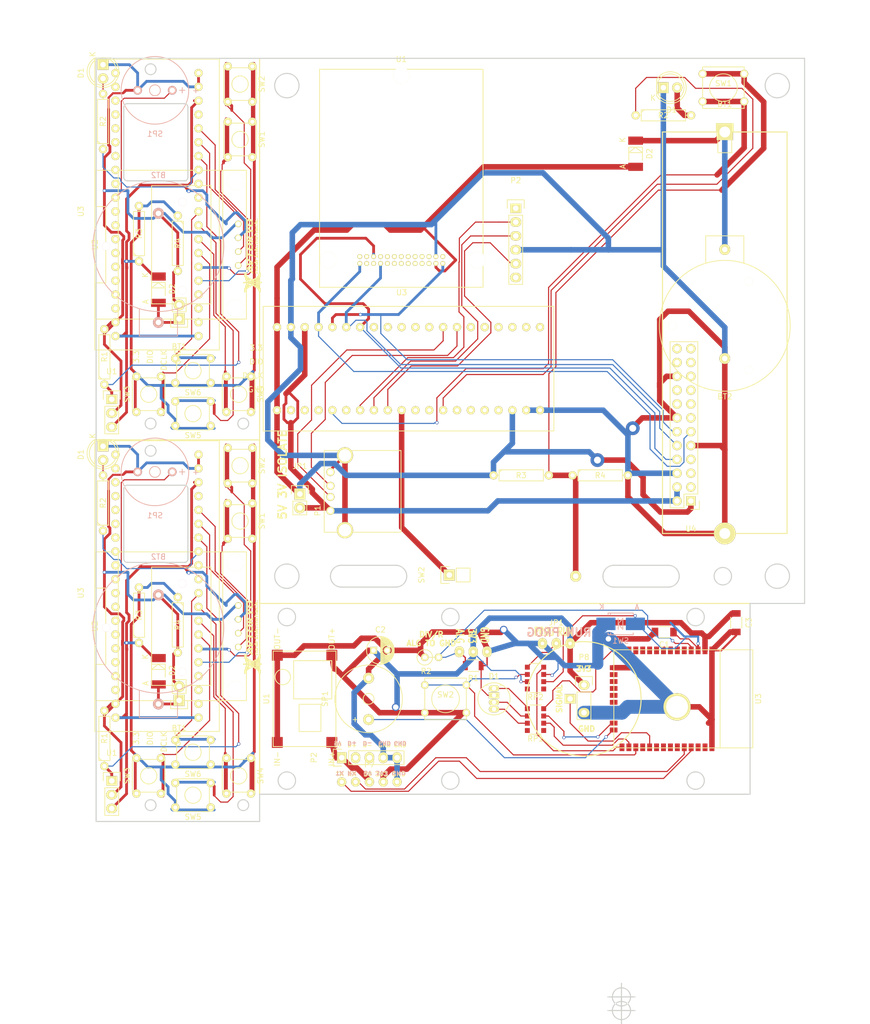
<source format=kicad_pcb>
(kicad_pcb (version 4) (host pcbnew 4.0.2+dfsg1-stable)
  (title_block (date "26 jul 2013"))
  (layers (0 F.Cu signal) (31 B.Cu signal) (34 B.Paste user) (35 F.Paste user) (36 B.SilkS user) (37 F.SilkS user) (38 B.Mask user) (39 F.Mask user) (44 Edge.Cuts user))
  (net 0 "")
  (net 1 GND)
  (net 2 "Net-(U2-Pad3)")
  (net 3 +3V3)
  (net 4 "Net-(U3-Pad4)")
  (net 5 "Net-(U3-Pad3)")
  (net 6 "Net-(BT1-Pad1)")
  (net 7 "Net-(D1-Pad2)")
  (net 8 "Net-(R2-Pad1)")
  (net 9 "Net-(R3-Pad2)")
  (net 10 "Net-(SP1-Pad2)")
  (net 11 "Net-(SW1-Pad2)")
  (net 12 "Net-(U2-Pad4)")
  (net 13 "Net-(U3-Pad1)")
  (net 14 "Net-(U3-Pad2)")
  (net 15 "Net-(U3-Pad5)")
  (net 16 "Net-(U3-Pad6)")
  (net 17 "Net-(U3-Pad9)")
  (net 18 "Net-(U3-Pad11)")
  (net 19 "Net-(U3-Pad12)")
  (net 20 "Net-(U3-Pad13)")
  (net 21 "Net-(U3-Pad22)")
  (net 22 "Net-(U3-Pad23)")
  (net 23 "Net-(U3-Pad24)")
  (net 24 "Net-(U3-Pad31)")
  (net 25 "Net-(U3-Pad32)")
  (net 26 "Net-(P1-Pad3)")
  (net 27 "Net-(P1-Pad2)")
  (net 28 "Net-(P2-Pad1)")
  (net 29 "Net-(P2-Pad2)")
  (net 30 "Net-(P2-Pad3)")
  (net 31 "Net-(P2-Pad5)")
  (net 32 "Net-(SW2-Pad1)")
  (net 33 "Net-(U1-Pad1)")
  (net 34 "Net-(U1-Pad2)")
  (net 35 "Net-(U1-Pad3)")
  (net 36 "Net-(U1-Pad4)")
  (net 37 "Net-(U1-Pad5)")
  (net 38 "Net-(U1-Pad6)")
  (net 39 "Net-(U1-Pad7)")
  (net 40 "Net-(U1-Pad8)")
  (net 41 "Net-(U1-Pad9)")
  (net 42 "Net-(U1-Pad10)")
  (net 43 "Net-(U1-Pad11)")
  (net 44 "Net-(U1-Pad12)")
  (net 45 "Net-(U1-Pad13)")
  (net 46 "Net-(U1-Pad14)")
  (net 47 "Net-(U1-Pad15)")
  (net 48 "Net-(U1-Pad16)")
  (net 49 "Net-(U1-Pad17)")
  (net 50 "Net-(U1-Pad18)")
  (net 51 "Net-(U1-Pad19)")
  (net 52 "Net-(U1-Pad20)")
  (net 53 "Net-(U1-Pad21)")
  (net 54 "Net-(U1-Pad22)")
  (net 55 "Net-(U1-Pad25)")
  (net 56 "Net-(U1-Pad26)")
  (net 57 "Net-(U3-Pad26)")
  (net 58 "Net-(U3-Pad34)")
  (net 59 "Net-(U3-Pad37)")
  (net 60 "Net-(JP1-Pad2)")
  (net 61 "Net-(U4-Pad3)")
  (net 62 "Net-(U4-Pad5)")
  (net 63 "Net-(U4-Pad7)")
  (net 64 "Net-(U4-Pad13)")
  (net 65 "Net-(U4-Pad15)")
  (net 66 "Net-(U4-Pad16)")
  (net 67 "Net-(U4-Pad17)")
  (net 68 "Net-(U4-Pad18)")
  (net 69 "Net-(U4-Pad19)")
  (net 70 "Net-(U4-Pad21)")
  (net 71 "Net-(U4-Pad22)")
  (net 72 "Net-(U4-Pad23)")
  (net 73 "Net-(U4-Pad24)")
  (net 74 "Net-(C1-Pad1)")
  (net 75 "Net-(P1-Pad1)")
  (net 76 +5V)
  (net 77 "Net-(P8-Pad1)")
  (net 78 "Net-(RP2-Pad1)")
  (net 79 "Net-(RP2-Pad4)")
  (net 80 "Net-(P12-Pad2)")
  (net 81 "Net-(P12-Pad1)")
  (net 82 "Net-(U3-Pad18)")
  (net 83 "Net-(U3-Pad7)")
  (net 84 "Net-(U3-Pad8)")
  (net 85 "Net-(U3-Pad10)")
  (net 86 "Net-(U3-Pad16)")
  (net 87 "Net-(U3-Pad17)")
  (net 88 "Net-(U3-Pad19)")
  (net 89 "Net-(U3-Pad20)")
  (net 90 "Net-(U3-Pad21)")
  (net 91 "Net-(U3-Pad28)")
  (net 92 "Net-(U3-Pad30)")
  (net 93 "Net-(U3-Pad33)")
  (net 94 "Net-(U3-Pad36)")
  (net 95 "Net-(SP1-Pad1)")
  (net 96 "Net-(U3-Pad14)")
  (net 97 "Net-(D1-Pad1)")
  (net 98 "Net-(RP1-Pad1)")
  (net 99 "Net-(RP1-Pad3)")
  (net 100 "Net-(RP2-Pad8)")
  (net 101 "Net-(D1-Pad3)")
  (net 102 "Net-(D1-Pad4)")
  (net 103 "Net-(RP1-Pad4)")
  (net 104 "Net-(RP1-Pad2)")
  (net 105 "Net-(RP1-Pad8)")
  (net 106 "Net-(RP2-Pad6)")
  (net 107 "Net-(R1-Pad1)")
  (net 108 "Net-(SW2-Pad2)")
  (net 109 "Net-(SW3-Pad2)")
  (net 110 "Net-(SW4-Pad2)")
  (net 111 "Net-(SW5-Pad2)")
  (net 112 "Net-(SW6-Pad2)")
  (net 113 "Net-(SW7-Pad1)")
  (net 114 "Net-(U3-Pad15)")
  (module library:STM32F103C8T6ARMMiniSystemDevboard_RobotDyn (layer F.Cu) (at 60.8316 36.3948 270)
    (fp_text reference U3 (at 27.94 2.54 270) (layer F.SilkS))
    (fp_text value STM32F103C8T6MinimumDevelopBoard)
    (fp_text user 3.3 (at 54.61 -7.62 270) (layer F.SilkS))
    (fp_text user DIO (at 54.61 -10.16 270) (layer F.SilkS))
    (fp_text user DCLK (at 55.245 -12.7 270) (layer F.SilkS))
    (fp_text user GND (at 54.61 -15.24 270) (layer F.SilkS))
    (pad 1 thru_hole circle (at 2.54 -3.81 270) (size 1.524 1.524) (drill 0.79) (layers *.Cu *.Mask F.SilkS) (net 13 "Net-(U3-Pad1)"))
    (pad 2 thru_hole circle (at 5.08 -3.81 270) (size 1.524 1.524) (drill 0.79) (layers *.Cu *.Mask F.SilkS) (net 14 "Net-(U3-Pad2)"))
    (pad 3 thru_hole circle (at 7.62 -3.81 270) (size 1.524 1.524) (drill 0.79) (layers *.Cu *.Mask F.SilkS) (net 5 "Net-(U3-Pad3)"))
    (pad 4 thru_hole circle (at 10.16 -3.81 270) (size 1.524 1.524) (drill 0.79) (layers *.Cu *.Mask F.SilkS) (net 4 "Net-(U3-Pad4)"))
    (pad 5 thru_hole circle (at 12.7 -3.81 270) (size 1.524 1.524) (drill 0.79) (layers *.Cu *.Mask F.SilkS) (net 15 "Net-(U3-Pad5)"))
    (pad 6 thru_hole circle (at 15.24 -3.81 270) (size 1.524 1.524) (drill 0.79) (layers *.Cu *.Mask F.SilkS) (net 16 "Net-(U3-Pad6)"))
    (pad 7 thru_hole circle (at 17.78 -3.81 270) (size 1.524 1.524) (drill 0.79) (layers *.Cu *.Mask F.SilkS) (net 83 "Net-(U3-Pad7)"))
    (pad 8 thru_hole circle (at 20.32 -3.81 270) (size 1.524 1.524) (drill 0.79) (layers *.Cu *.Mask F.SilkS) (net 84 "Net-(U3-Pad8)"))
    (pad 9 thru_hole circle (at 22.86 -3.81 270) (size 1.524 1.524) (drill 0.79) (layers *.Cu *.Mask F.SilkS) (net 17 "Net-(U3-Pad9)"))
    (pad 10 thru_hole circle (at 25.4 -3.81 270) (size 1.524 1.524) (drill 0.79) (layers *.Cu *.Mask F.SilkS) (net 10 "Net-(SP1-Pad2)"))
    (pad 11 thru_hole circle (at 27.94 -3.81 270) (size 1.524 1.524) (drill 0.79) (layers *.Cu *.Mask F.SilkS) (net 18 "Net-(U3-Pad11)"))
    (pad 12 thru_hole circle (at 30.48 -3.81 270) (size 1.524 1.524) (drill 0.79) (layers *.Cu *.Mask F.SilkS) (net 19 "Net-(U3-Pad12)"))
    (pad 13 thru_hole circle (at 33.02 -3.81 270) (size 1.524 1.524) (drill 0.79) (layers *.Cu *.Mask F.SilkS) (net 20 "Net-(U3-Pad13)"))
    (pad 14 thru_hole circle (at 35.56 -3.81 270) (size 1.524 1.524) (drill 0.79) (layers *.Cu *.Mask F.SilkS) (net 96 "Net-(U3-Pad14)"))
    (pad 15 thru_hole circle (at 38.1 -3.81 270) (size 1.524 1.524) (drill 0.79) (layers *.Cu *.Mask F.SilkS) (net 114 "Net-(U3-Pad15)"))
    (pad 16 thru_hole circle (at 40.64 -3.81 270) (size 1.524 1.524) (drill 0.79) (layers *.Cu *.Mask F.SilkS) (net 86 "Net-(U3-Pad16)"))
    (pad 17 thru_hole circle (at 43.18 -3.81 270) (size 1.524 1.524) (drill 0.79) (layers *.Cu *.Mask F.SilkS) (net 87 "Net-(U3-Pad17)"))
    (pad 18 thru_hole circle (at 45.72 -3.81 270) (size 1.524 1.524) (drill 0.79) (layers *.Cu *.Mask F.SilkS) (net 82 "Net-(U3-Pad18)"))
    (pad 19 thru_hole circle (at 48.26 -3.81 270) (size 1.524 1.524) (drill 0.79) (layers *.Cu *.Mask F.SilkS) (net 1 GND))
    (pad 20 thru_hole circle (at 50.8 -3.81 270) (size 1.524 1.524) (drill 0.79) (layers *.Cu *.Mask F.SilkS) (net 3 +3V3))
    (pad 21 thru_hole circle (at 50.8 -19.05 270) (size 1.524 1.524) (drill 0.79) (layers *.Cu *.Mask F.SilkS) (net 3 +3V3))
    (pad 22 thru_hole circle (at 48.26 -19.05 270) (size 1.524 1.524) (drill 0.79) (layers *.Cu *.Mask F.SilkS) (net 21 "Net-(U3-Pad22)"))
    (pad 23 thru_hole circle (at 45.72 -19.05 270) (size 1.524 1.524) (drill 0.79) (layers *.Cu *.Mask F.SilkS) (net 22 "Net-(U3-Pad23)"))
    (pad 24 thru_hole circle (at 43.18 -19.05 270) (size 1.524 1.524) (drill 0.79) (layers *.Cu *.Mask F.SilkS) (net 23 "Net-(U3-Pad24)"))
    (pad 25 thru_hole circle (at 40.64 -19.05 270) (size 1.524 1.524) (drill 0.79) (layers *.Cu *.Mask F.SilkS) (net 11 "Net-(SW1-Pad2)"))
    (pad 26 thru_hole circle (at 38.1 -19.05 270) (size 1.524 1.524) (drill 0.79) (layers *.Cu *.Mask F.SilkS) (net 108 "Net-(SW2-Pad2)"))
    (pad 27 thru_hole circle (at 35.56 -19.05 270) (size 1.524 1.524) (drill 0.79) (layers *.Cu *.Mask F.SilkS) (net 109 "Net-(SW3-Pad2)"))
    (pad 28 thru_hole circle (at 33.02 -19.05 270) (size 1.524 1.524) (drill 0.79) (layers *.Cu *.Mask F.SilkS) (net 110 "Net-(SW4-Pad2)"))
    (pad 29 thru_hole circle (at 30.48 -19.05 270) (size 1.524 1.524) (drill 0.79) (layers *.Cu *.Mask F.SilkS) (net 111 "Net-(SW5-Pad2)"))
    (pad 30 thru_hole circle (at 27.94 -19.05 270) (size 1.524 1.524) (drill 0.79) (layers *.Cu *.Mask F.SilkS) (net 112 "Net-(SW6-Pad2)"))
    (pad 31 thru_hole circle (at 25.4 -19.05 270) (size 1.524 1.524) (drill 0.79) (layers *.Cu *.Mask F.SilkS) (net 24 "Net-(U3-Pad31)"))
    (pad 32 thru_hole circle (at 22.86 -19.05 270) (size 1.524 1.524) (drill 0.79) (layers *.Cu *.Mask F.SilkS) (net 25 "Net-(U3-Pad32)"))
    (pad 33 thru_hole circle (at 20.32 -19.05 270) (size 1.524 1.524) (drill 0.79) (layers *.Cu *.Mask F.SilkS) (net 8 "Net-(R2-Pad1)"))
    (pad 34 thru_hole circle (at 17.78 -19.05 270) (size 1.524 1.524) (drill 0.79) (layers *.Cu *.Mask F.SilkS) (net 107 "Net-(R1-Pad1)"))
    (pad 35 thru_hole circle (at 15.24 -19.05 270) (size 1.524 1.524) (drill 0.79) (layers *.Cu *.Mask F.SilkS) (net 2 "Net-(U2-Pad3)"))
    (pad 36 thru_hole circle (at 12.7 -19.05 270) (size 1.524 1.524) (drill 0.79) (layers *.Cu *.Mask F.SilkS) (net 12 "Net-(U2-Pad4)"))
    (pad 37 thru_hole circle (at 10.16 -19.05 270) (size 1.524 1.524) (drill 0.79) (layers *.Cu *.Mask F.SilkS) (net 113 "Net-(SW7-Pad1)"))
    (pad 38 thru_hole circle (at 7.62 -19.05 270) (size 1.524 1.524) (drill 0.79) (layers *.Cu *.Mask F.SilkS) (net 3 +3V3))
    (pad 39 thru_hole circle (at 5.08 -19.05 270) (size 1.524 1.524) (drill 0.79) (layers *.Cu *.Mask F.SilkS) (net 1 GND))
    (pad 40 thru_hole circle (at 2.54 -19.05 270) (size 1.524 1.524) (drill 0.79) (layers *.Cu *.Mask F.SilkS) (net 1 GND))
  )
  (module library:TACTSW_6x6mm_TH (layer F.Cu) (at 78.8656 93.5448 180)
    (fp_text reference SW6 (at 0 -4 180) (layer F.SilkS))
    (fp_text value RIGHT)
    (pad 1 thru_hole circle (at 3.25 -2.25 180) (size 1.524 1.524) (drill 0.74) (layers *.Cu *.Mask F.SilkS) (net 9 "Net-(R3-Pad2)"))
    (pad 1 thru_hole circle (at -3.25 -2.25 180) (size 1.524 1.524) (drill 0.74) (layers *.Cu *.Mask F.SilkS) (net 9 "Net-(R3-Pad2)"))
    (pad 2 thru_hole circle (at -3.25 2.25 180) (size 1.524 1.524) (drill 0.74) (layers *.Cu *.Mask F.SilkS) (net 112 "Net-(SW6-Pad2)"))
    (pad 2 thru_hole circle (at 3.25 2.25 180) (size 1.524 1.524) (drill 0.74) (layers *.Cu *.Mask F.SilkS) (net 112 "Net-(SW6-Pad2)"))
  )
  (module library:TACTSW_6x6mm_TH (layer F.Cu) (at 78.8656 101.4188 180)
    (fp_text reference SW5 (at 0 -4 180) (layer F.SilkS))
    (fp_text value LEFT)
    (pad 1 thru_hole circle (at 3.25 -2.25 180) (size 1.524 1.524) (drill 0.74) (layers *.Cu *.Mask F.SilkS) (net 9 "Net-(R3-Pad2)"))
    (pad 1 thru_hole circle (at -3.25 -2.25 180) (size 1.524 1.524) (drill 0.74) (layers *.Cu *.Mask F.SilkS) (net 9 "Net-(R3-Pad2)"))
    (pad 2 thru_hole circle (at -3.25 2.25 180) (size 1.524 1.524) (drill 0.74) (layers *.Cu *.Mask F.SilkS) (net 111 "Net-(SW5-Pad2)"))
    (pad 2 thru_hole circle (at 3.25 2.25 180) (size 1.524 1.524) (drill 0.74) (layers *.Cu *.Mask F.SilkS) (net 111 "Net-(SW5-Pad2)"))
  )
  (module library:TACTSW_6x6mm_TH (layer F.Cu) (at 87.2476 97.8628 270)
    (fp_text reference SW4 (at 0 -4 270) (layer F.SilkS))
    (fp_text value DOWN)
    (pad 1 thru_hole circle (at 3.25 -2.25 270) (size 1.524 1.524) (drill 0.74) (layers *.Cu *.Mask F.SilkS) (net 9 "Net-(R3-Pad2)"))
    (pad 1 thru_hole circle (at -3.25 -2.25 270) (size 1.524 1.524) (drill 0.74) (layers *.Cu *.Mask F.SilkS) (net 9 "Net-(R3-Pad2)"))
    (pad 2 thru_hole circle (at -3.25 2.25 270) (size 1.524 1.524) (drill 0.74) (layers *.Cu *.Mask F.SilkS) (net 110 "Net-(SW4-Pad2)"))
    (pad 2 thru_hole circle (at 3.25 2.25 270) (size 1.524 1.524) (drill 0.74) (layers *.Cu *.Mask F.SilkS) (net 110 "Net-(SW4-Pad2)"))
  )
  (module library:TACTSW_6x6mm_TH (layer F.Cu) (at 70.7376 97.8628 90)
    (fp_text reference SW3 (at 0 -4 90) (layer F.SilkS))
    (fp_text value UP)
    (pad 1 thru_hole circle (at 3.25 -2.25 90) (size 1.524 1.524) (drill 0.74) (layers *.Cu *.Mask F.SilkS) (net 9 "Net-(R3-Pad2)"))
    (pad 1 thru_hole circle (at -3.25 -2.25 90) (size 1.524 1.524) (drill 0.74) (layers *.Cu *.Mask F.SilkS) (net 9 "Net-(R3-Pad2)"))
    (pad 2 thru_hole circle (at -3.25 2.25 90) (size 1.524 1.524) (drill 0.74) (layers *.Cu *.Mask F.SilkS) (net 109 "Net-(SW3-Pad2)"))
    (pad 2 thru_hole circle (at 3.25 2.25 90) (size 1.524 1.524) (drill 0.74) (layers *.Cu *.Mask F.SilkS) (net 109 "Net-(SW3-Pad2)"))
  )
  (module library:TACTSW_6x6mm_TH (layer F.Cu) (at 87.5016 40.9668 270)
    (fp_text reference SW2 (at 0 -4 270) (layer F.SilkS))
    (fp_text value B)
    (pad 1 thru_hole circle (at 3.25 -2.25 270) (size 1.524 1.524) (drill 0.74) (layers *.Cu *.Mask F.SilkS) (net 9 "Net-(R3-Pad2)"))
    (pad 1 thru_hole circle (at -3.25 -2.25 270) (size 1.524 1.524) (drill 0.74) (layers *.Cu *.Mask F.SilkS) (net 9 "Net-(R3-Pad2)"))
    (pad 2 thru_hole circle (at -3.25 2.25 270) (size 1.524 1.524) (drill 0.74) (layers *.Cu *.Mask F.SilkS) (net 108 "Net-(SW2-Pad2)"))
    (pad 2 thru_hole circle (at 3.25 2.25 270) (size 1.524 1.524) (drill 0.74) (layers *.Cu *.Mask F.SilkS) (net 108 "Net-(SW2-Pad2)"))
  )
  (module library:TACTSW_6x6mm_TH (layer F.Cu) (at 87.5016 51.1268 270)
    (fp_text reference SW1 (at 0 -4 270) (layer F.SilkS))
    (fp_text value A)
    (pad 1 thru_hole circle (at 3.25 -2.25 270) (size 1.524 1.524) (drill 0.74) (layers *.Cu *.Mask F.SilkS) (net 9 "Net-(R3-Pad2)"))
    (pad 1 thru_hole circle (at -3.25 -2.25 270) (size 1.524 1.524) (drill 0.74) (layers *.Cu *.Mask F.SilkS) (net 9 "Net-(R3-Pad2)"))
    (pad 2 thru_hole circle (at -3.25 2.25 270) (size 1.524 1.524) (drill 0.74) (layers *.Cu *.Mask F.SilkS) (net 11 "Net-(SW1-Pad2)"))
    (pad 2 thru_hole circle (at 3.25 2.25 270) (size 1.524 1.524) (drill 0.74) (layers *.Cu *.Mask F.SilkS) (net 11 "Net-(SW1-Pad2)"))
  )
  (module AVTOKYO:AVTOKYOLOGO (layer F.Cu) (at 89.7876 72.3358 90)
    (fp_text reference G*** hide)
    (fp_text value AVTOKYOLOGO hide)
  )
  (module Diodes_SMD:MELF_Standard (layer F.Cu) (at 72.5156 78.5588 270)
    (fp_text reference D2 (at 0 -2.54 270) (layer F.SilkS))
    (fp_text value DIODESCH)
    (fp_text user K (at -2.55 2.4 270) (layer F.SilkS))
    (fp_text user A (at 2.35 2.35 270) (layer F.SilkS))
    (pad 1 smd rect (at 2.54 0 270) (size 1.50114 2.70002) (layers F.Cu F.Paste F.Mask) (net 6 "Net-(BT1-Pad1)"))
    (pad 2 smd rect (at -2.286 0 270) (size 1.50114 2.70002) (layers F.Cu F.Paste F.Mask) (net 3 +3V3))
  )
  (module Pin_Headers:Pin_Header_Straight_1x03 (layer F.Cu) (at 63.9556 98.7848)
    (fp_text reference U1 (at 0 -5.1) (layer F.SilkS))
    (fp_text value PhotoReciever_GP1USC4XQS_SHARP)
    (pad 1 thru_hole rect (at 0 0) (size 2.032 1.7272) (drill 1.016) (layers *.Cu *.Mask F.SilkS) (net 107 "Net-(R1-Pad1)"))
    (pad 2 thru_hole oval (at 0 2.54) (size 2.032 1.7272) (drill 1.016) (layers *.Cu *.Mask F.SilkS) (net 1 GND))
    (pad 3 thru_hole oval (at 0 5.08) (size 2.032 1.7272) (drill 1.016) (layers *.Cu *.Mask F.SilkS) (net 3 +3V3))
  )
  (module LEDs:LED-5MM (layer F.Cu) (at 62.3556 37.4108 270)
    (fp_text reference D1 (at 1.524 4.064 270) (layer F.SilkS))
    (fp_text value LED)
    (fp_text user K (at -1.905 1.905 270) (layer F.SilkS))
    (pad 1 thru_hole rect (at 0 0) (size 2 1.9) (drill 1.00076) (layers *.Cu *.Mask F.SilkS) (net 1 GND))
    (pad 2 thru_hole circle (at 2.54 0 270) (size 1.9 1.9) (drill 1.00076) (layers *.Cu *.Mask F.SilkS) (net 7 "Net-(D1-Pad2)"))
  )
  (module library:OLED_0.96in_I2C (layer F.Cu) (at 62.8636 70.4308 270)
    (fp_text reference U2 (at 0 2 270) (layer F.SilkS))
    (fp_text value OLED_0.96in_I2C)
    (pad "" np_thru_hole circle (at 11.65 -23.8 270) (size 3.2 3.2) (drill 3.2) (layers *.Cu *.Mask F.SilkS))
    (pad "" np_thru_hole circle (at -11.65 -23.8 270) (size 3.2 3.2) (drill 3.2) (layers *.Cu *.Mask F.SilkS))
    (pad 1 thru_hole circle (at -3.81 -24.3 270) (size 1.2 1.2) (drill 0.8) (layers *.Cu *.Mask F.SilkS) (net 1 GND))
    (pad 2 thru_hole circle (at -1.27 -24.3 270) (size 1.2 1.2) (drill 0.8) (layers *.Cu *.Mask F.SilkS) (net 3 +3V3))
    (pad 3 thru_hole circle (at 1.27 -24.3 270) (size 1.2 1.2) (drill 0.8) (layers *.Cu *.Mask F.SilkS) (net 2 "Net-(U2-Pad3)"))
    (pad 4 thru_hole circle (at 3.81 -24.3 270) (size 1.2 1.2) (drill 0.8) (layers *.Cu *.Mask F.SilkS) (net 12 "Net-(U2-Pad4)"))
  )
  (module Buzzers_Beepers:MagneticBuzzer_ProSignal_ABT-410-RC (layer B.Cu) (at 68.7056 42.1098)
    (fp_text reference SP1 (at 3.175 8.001) (layer B.SilkS) (effects (justify mirror)))
    (fp_text value SPEAKER)
    (fp_text user + (at 10.67562 0) (layer B.SilkS) (effects (justify mirror)))
    (pad 1 thru_hole circle (at 0 0) (size 1.6002 1.6002) (drill 1.00076) (layers *.Cu *.Mask B.SilkS) (net 1 GND))
    (pad 2 thru_hole circle (at 6.35 0) (size 1.6002 1.6002) (drill 1.00076) (layers *.Cu *.Mask B.SilkS) (net 10 "Net-(SP1-Pad2)"))
  )
  (module Discret:R4 (layer F.Cu) (at 76.0716 70.1768 270)
    (fp_text reference R4 (at 0 0 270) (layer F.SilkS))
    (fp_text value OPEN)
    (pad 1 thru_hole circle (at -5.08 0 270) (size 1.524 1.524) (drill 0.8128) (layers *.Cu *.Mask F.SilkS) (net 9 "Net-(R3-Pad2)"))
    (pad 2 thru_hole circle (at 5.08 0 270) (size 1.524 1.524) (drill 0.8128) (layers *.Cu *.Mask F.SilkS) (net 1 GND))
  )
  (module Discret:R4 (layer F.Cu) (at 68.9596 68.3988 90)
    (fp_text reference R3 (at 0 0 90) (layer F.SilkS))
    (fp_text value 2.7kΩ)
    (pad 1 thru_hole circle (at -5.08 0 90) (size 1.524 1.524) (drill 0.8128) (layers *.Cu *.Mask F.SilkS) (net 3 +3V3))
    (pad 2 thru_hole circle (at 5.08 0 90) (size 1.524 1.524) (drill 0.8128) (layers *.Cu *.Mask F.SilkS) (net 9 "Net-(R3-Pad2)"))
  )
  (module Discret:R4 (layer F.Cu) (at 62.3556 47.8248 90)
    (fp_text reference R2 (at 0 0 90) (layer F.SilkS))
    (fp_text value 180Ω)
    (pad 1 thru_hole circle (at -5.08 0 90) (size 1.524 1.524) (drill 0.8128) (layers *.Cu *.Mask F.SilkS) (net 8 "Net-(R2-Pad1)"))
    (pad 2 thru_hole circle (at 5.08 0 90) (size 1.524 1.524) (drill 0.8128) (layers *.Cu *.Mask F.SilkS) (net 7 "Net-(D1-Pad2)"))
  )
  (module Discret:R4 (layer F.Cu) (at 62.6096 91.0048 90)
    (fp_text reference R1 (at 0 0 90) (layer F.SilkS))
    (fp_text value 10kΩ)
    (pad 1 thru_hole circle (at -5.08 0 90) (size 1.524 1.524) (drill 0.8128) (layers *.Cu *.Mask F.SilkS) (net 107 "Net-(R1-Pad1)"))
    (pad 2 thru_hole circle (at 5.08 0 90) (size 1.524 1.524) (drill 0.8128) (layers *.Cu *.Mask F.SilkS) (net 1 GND))
  )
  (module library:BATTERY_CR2032_CH25-2032LF_CONFORTABLE (layer B.Cu) (at 72.5156 70.6848 180)
    (fp_text reference BT2 (at 0 13 180) (layer B.SilkS) (effects (justify mirror)))
    (fp_text value Battery)
    (pad 2 thru_hole circle (at 0 6 180) (size 2 2) (drill 1) (layers *.Cu *.Mask B.SilkS) (net 1 GND))
    (pad 1 thru_hole circle (at 0 -14 180) (size 2 2) (drill 1) (layers *.Cu *.Mask B.SilkS) (net 6 "Net-(BT1-Pad1)"))
    (pad "" np_thru_hole circle (at 9.6 0 180) (size 1.5 1.5) (drill 1.5) (layers *.Cu *.Mask B.SilkS))
    (pad "" np_thru_hole circle (at -4.4 8.1 180) (size 1.5 1.5) (drill 1.5) (layers *.Cu *.Mask B.SilkS))
    (pad "" np_thru_hole circle (at -4.4 -8.1 180) (size 1.5 1.5) (drill 1.5) (layers *.Cu *.Mask B.SilkS))
  )
  (module Pin_Headers:Pin_Header_Straight_1x02 (layer F.Cu) (at 76.3256 84.0198 180)
    (fp_text reference BT1 (at 0 -5.1 180) (layer F.SilkS))
    (fp_text value Battery)
    (pad 1 thru_hole rect (at 0 0 180) (size 2.032 2.032) (drill 1.016) (layers *.Cu *.Mask F.SilkS) (net 6 "Net-(BT1-Pad1)"))
    (pad 2 thru_hole oval (at 0 2.54 180) (size 2.032 2.032) (drill 1.016) (layers *.Cu *.Mask F.SilkS) (net 1 GND))
  )
  (module Pin_Headers:Pin_Header_Straight_1x02 (layer F.Cu) (at 176.4436 49.7488)
    (fp_text reference BT1 (at 0 -5.1) (layer F.SilkS))
    (fp_text value Battery)
    (pad 1 thru_hole rect (at 0 0) (size 3 3) (drill 2) (layers *.Cu *.Mask F.SilkS) (net 6 "Net-(BT1-Pad1)"))
    (pad 2 thru_hole oval (at 0 73.66) (size 4 4) (drill 2) (layers *.Cu *.Mask F.SilkS) (net 1 GND))
  )
  (module library:BATTERY_CR2032_CH25-2032LF_CONFORTABLE (layer F.Cu) (at 176.4436 85.3088 180)
    (fp_text reference BT2 (at 0 -13 180) (layer F.SilkS))
    (fp_text value Battery)
    (pad 2 thru_hole circle (at 0 -6 180) (size 2 2) (drill 1) (layers *.Cu *.Mask F.SilkS) (net 1 GND))
    (pad 1 thru_hole circle (at 0 14 180) (size 2 2) (drill 1) (layers *.Cu *.Mask F.SilkS) (net 6 "Net-(BT1-Pad1)"))
    (pad "" np_thru_hole circle (at 9.6 0 180) (size 1.5 1.5) (drill 1.5) (layers *.Cu *.Mask F.SilkS))
    (pad "" np_thru_hole circle (at -4.4 -8.1 180) (size 1.5 1.5) (drill 1.5) (layers *.Cu *.Mask F.SilkS))
    (pad "" np_thru_hole circle (at -4.4 8.1 180) (size 1.5 1.5) (drill 1.5) (layers *.Cu *.Mask F.SilkS))
  )
  (module LEDs:LED-5MM (layer F.Cu) (at 165.1736 41.6208)
    (fp_text reference D1 (at 1.524 4.064) (layer F.SilkS))
    (fp_text value LED)
    (fp_text user K (at -1.905 1.905) (layer F.SilkS))
    (pad 1 thru_hole rect (at 0 0 90) (size 2 1.9) (drill 1.00076) (layers *.Cu *.Mask F.SilkS) (net 1 GND))
    (pad 2 thru_hole circle (at 2.54 0) (size 1.9 1.9) (drill 1.00076) (layers *.Cu *.Mask F.SilkS) (net 7 "Net-(D1-Pad2)"))
  )
  (module Diodes_SMD:MELF_Standard (layer F.Cu) (at 160.0856 53.7448 270)
    (fp_text reference D2 (at 0 -2.54 270) (layer F.SilkS))
    (fp_text value DIODESCH)
    (fp_text user K (at -2.55 2.4 270) (layer F.SilkS))
    (fp_text user A (at 2.35 2.35 270) (layer F.SilkS))
    (pad 1 smd rect (at -2.4003 0 270) (size 1.50114 2.70002) (layers F.Cu F.Paste F.Mask) (net 6 "Net-(BT1-Pad1)"))
    (pad 2 smd rect (at 2.4003 0 270) (size 1.50114 2.70002) (layers F.Cu F.Paste F.Mask) (net 3 +3V3))
  )
  (module Connect:USB_A (layer F.Cu) (at 104.0856 119.2448 90)
    (fp_text reference P1 (at 0 -2.35 90) (layer F.SilkS))
    (fp_text value USB_A)
    (pad 4 thru_hole circle (at 7.11286 -0.00212) (size 1.50114 1.50114) (drill 1.00076) (layers *.Cu *.Mask F.SilkS) (net 1 GND))
    (pad 3 thru_hole circle (at 4.57286 -0.00212) (size 1.50114 1.50114) (drill 1.00076) (layers *.Cu *.Mask F.SilkS) (net 26 "Net-(P1-Pad3)"))
    (pad 2 thru_hole circle (at 2.54086 -0.00212) (size 1.50114 1.50114) (drill 1.00076) (layers *.Cu *.Mask F.SilkS) (net 27 "Net-(P1-Pad2)"))
    (pad 1 thru_hole circle (at 0.00086 -0.00212) (size 1.50114 1.50114) (drill 1.00076) (layers *.Cu *.Mask F.SilkS) (net 60 "Net-(JP1-Pad2)"))
    (pad 5 thru_hole circle (at 10.16086 2.66488) (size 2.99974 2.99974) (drill 2.30124) (layers *.Cu *.Mask F.SilkS) (net 1 GND))
    (pad 5 thru_hole circle (at -3.55514 2.66488) (size 2.99974 2.99974) (drill 2.30124) (layers *.Cu *.Mask F.SilkS) (net 1 GND))
  )
  (module Pin_Headers:Pin_Header_Straight_1x06 (layer F.Cu) (at 138.0856 63.7448)
    (fp_text reference P2 (at 0 -5.1) (layer F.SilkS))
    (fp_text value GPS)
    (pad 1 thru_hole rect (at 0 0) (size 2.032 1.7272) (drill 1.016) (layers *.Cu *.Mask F.SilkS) (net 28 "Net-(P2-Pad1)"))
    (pad 2 thru_hole oval (at 0 2.54) (size 2.032 1.7272) (drill 1.016) (layers *.Cu *.Mask F.SilkS) (net 29 "Net-(P2-Pad2)"))
    (pad 3 thru_hole oval (at 0 5.08) (size 2.032 1.7272) (drill 1.016) (layers *.Cu *.Mask F.SilkS) (net 30 "Net-(P2-Pad3)"))
    (pad 4 thru_hole oval (at 0 7.62) (size 2.032 1.7272) (drill 1.016) (layers *.Cu *.Mask F.SilkS) (net 1 GND))
    (pad 5 thru_hole oval (at 0 10.16) (size 2.032 1.7272) (drill 1.016) (layers *.Cu *.Mask F.SilkS) (net 31 "Net-(P2-Pad5)"))
    (pad 6 thru_hole oval (at 0 12.7) (size 2.032 1.7272) (drill 1.016) (layers *.Cu *.Mask F.SilkS))
  )
  (module Discret:R4 (layer F.Cu) (at 165.1736 46.7008)
    (fp_text reference R2 (at 0 0) (layer F.SilkS))
    (fp_text value 180Ω)
    (pad 1 thru_hole circle (at -5.08 0) (size 1.524 1.524) (drill 0.8128) (layers *.Cu *.Mask F.SilkS) (net 8 "Net-(R2-Pad1)"))
    (pad 2 thru_hole circle (at 5.08 0) (size 1.524 1.524) (drill 0.8128) (layers *.Cu *.Mask F.SilkS) (net 7 "Net-(D1-Pad2)"))
  )
  (module Discret:R4 (layer F.Cu) (at 139.0856 112.7448)
    (fp_text reference R3 (at 0 0) (layer F.SilkS))
    (fp_text value 2.7kΩ)
    (pad 1 thru_hole circle (at -5.08 0) (size 1.524 1.524) (drill 0.8128) (layers *.Cu *.Mask F.SilkS) (net 3 +3V3))
    (pad 2 thru_hole circle (at 5.08 0) (size 1.524 1.524) (drill 0.8128) (layers *.Cu *.Mask F.SilkS) (net 9 "Net-(R3-Pad2)"))
  )
  (module Discret:R4 (layer F.Cu) (at 153.5856 112.7448)
    (fp_text reference R4 (at 0 0) (layer F.SilkS))
    (fp_text value OPEN)
    (pad 1 thru_hole circle (at -5.08 0) (size 1.524 1.524) (drill 0.8128) (layers *.Cu *.Mask F.SilkS) (net 9 "Net-(R3-Pad2)"))
    (pad 2 thru_hole circle (at 5.08 0) (size 1.524 1.524) (drill 0.8128) (layers *.Cu *.Mask F.SilkS) (net 1 GND))
  )
  (module library:SW_PUSH_SMALL_1mmHOLE (layer F.Cu) (at 176.1896 41.6208)
    (fp_text reference SW1 (at 0 -0.762) (layer F.SilkS))
    (fp_text value A)
    (pad 1 thru_hole circle (at 3.81 -2.54) (size 1.5 1.5) (drill 1) (layers *.Cu *.Mask F.SilkS) (net 9 "Net-(R3-Pad2)"))
    (pad 2 thru_hole circle (at 3.81 2.54) (size 1.5 1.5) (drill 1) (layers *.Cu *.Mask F.SilkS) (net 11 "Net-(SW1-Pad2)"))
    (pad 1 thru_hole circle (at -3.81 -2.54) (size 1.5 1.5) (drill 1) (layers *.Cu *.Mask F.SilkS) (net 9 "Net-(R3-Pad2)"))
    (pad 2 thru_hole circle (at -3.81 2.54) (size 1.5 1.5) (drill 1) (layers *.Cu *.Mask F.SilkS) (net 11 "Net-(SW1-Pad2)"))
  )
  (module Pin_Headers:Pin_Header_Straight_1x02 (layer F.Cu) (at 125.8976 131.0288 90)
    (fp_text reference SW2 (at 0 -5.1 90) (layer F.SilkS))
    (fp_text value LEADSW)
    (pad 1 thru_hole rect (at 0 0 90) (size 2.032 2.032) (drill 1.016) (layers *.Cu *.Mask F.SilkS) (net 32 "Net-(SW2-Pad1)"))
    (pad 2 thru_hole oval (at -0.216 23.188 90) (size 2.032 2.032) (drill 1.016) (layers *.Cu *.Mask F.SilkS) (net 9 "Net-(R3-Pad2)"))
  )
  (module library:IM920_interplan (layer F.Cu) (at 117.0856 73.2448)
    (fp_text reference U1 (at 0 -36.83) (layer F.SilkS))
    (fp_text value IM920_interplan)
    (pad "" np_thru_hole circle (at 0 -33.9) (size 3 3) (drill 3) (layers *.Cu *.Mask F.SilkS))
    (pad "" np_thru_hole circle (at 13.9 0) (size 3 3) (drill 3) (layers *.Cu *.Mask F.SilkS))
    (pad "" np_thru_hole circle (at -13.4 0) (size 3 3) (drill 3) (layers *.Cu *.Mask F.SilkS))
    (pad 1 thru_hole circle (at -7.62 0.635) (size 0.9 0.9) (drill 0.5) (layers *.Cu *.Mask F.SilkS) (net 33 "Net-(U1-Pad1)"))
    (pad 2 thru_hole circle (at -7.62 -0.635) (size 0.9 0.9) (drill 0.5) (layers *.Cu *.Mask F.SilkS) (net 34 "Net-(U1-Pad2)"))
    (pad 3 thru_hole circle (at -6.35 0.635) (size 0.9 0.9) (drill 0.5) (layers *.Cu *.Mask F.SilkS) (net 35 "Net-(U1-Pad3)"))
    (pad 4 thru_hole circle (at -6.35 -0.635) (size 0.9 0.9) (drill 0.5) (layers *.Cu *.Mask F.SilkS) (net 36 "Net-(U1-Pad4)"))
    (pad 5 thru_hole circle (at -5.08 0.635) (size 0.9 0.9) (drill 0.5) (layers *.Cu *.Mask F.SilkS) (net 37 "Net-(U1-Pad5)"))
    (pad 6 thru_hole circle (at -5.08 -0.635) (size 0.9 0.9) (drill 0.5) (layers *.Cu *.Mask F.SilkS) (net 38 "Net-(U1-Pad6)"))
    (pad 7 thru_hole circle (at -3.81 0.635) (size 0.9 0.9) (drill 0.5) (layers *.Cu *.Mask F.SilkS) (net 39 "Net-(U1-Pad7)"))
    (pad 8 thru_hole circle (at -3.81 -0.635) (size 0.9 0.9) (drill 0.5) (layers *.Cu *.Mask F.SilkS) (net 40 "Net-(U1-Pad8)"))
    (pad 9 thru_hole circle (at -2.54 0.635) (size 0.9 0.9) (drill 0.5) (layers *.Cu *.Mask F.SilkS) (net 41 "Net-(U1-Pad9)"))
    (pad 10 thru_hole circle (at -2.54 -0.635) (size 0.9 0.9) (drill 0.5) (layers *.Cu *.Mask F.SilkS) (net 42 "Net-(U1-Pad10)"))
    (pad 11 thru_hole circle (at -1.27 0.635) (size 0.9 0.9) (drill 0.5) (layers *.Cu *.Mask F.SilkS) (net 43 "Net-(U1-Pad11)"))
    (pad 12 thru_hole circle (at -1.27 -0.635) (size 0.9 0.9) (drill 0.5) (layers *.Cu *.Mask F.SilkS) (net 44 "Net-(U1-Pad12)"))
    (pad 13 thru_hole circle (at 0 0.635) (size 0.9 0.9) (drill 0.5) (layers *.Cu *.Mask F.SilkS) (net 45 "Net-(U1-Pad13)"))
    (pad 14 thru_hole circle (at 0 -0.635) (size 0.9 0.9) (drill 0.5) (layers *.Cu *.Mask F.SilkS) (net 46 "Net-(U1-Pad14)"))
    (pad 15 thru_hole circle (at 1.27 0.635) (size 0.9 0.9) (drill 0.5) (layers *.Cu *.Mask F.SilkS) (net 47 "Net-(U1-Pad15)"))
    (pad 16 thru_hole circle (at 1.27 -0.635) (size 0.9 0.9) (drill 0.5) (layers *.Cu *.Mask F.SilkS) (net 48 "Net-(U1-Pad16)"))
    (pad 17 thru_hole circle (at 2.54 0.635) (size 0.9 0.9) (drill 0.5) (layers *.Cu *.Mask F.SilkS) (net 49 "Net-(U1-Pad17)"))
    (pad 18 thru_hole circle (at 2.54 -0.635) (size 0.9 0.9) (drill 0.5) (layers *.Cu *.Mask F.SilkS) (net 50 "Net-(U1-Pad18)"))
    (pad 19 thru_hole circle (at 3.81 0.635) (size 0.9 0.9) (drill 0.5) (layers *.Cu *.Mask F.SilkS) (net 51 "Net-(U1-Pad19)"))
    (pad 20 thru_hole circle (at 3.81 -0.635) (size 0.9 0.9) (drill 0.5) (layers *.Cu *.Mask F.SilkS) (net 52 "Net-(U1-Pad20)"))
    (pad 21 thru_hole circle (at 5.08 0.635) (size 0.9 0.9) (drill 0.5) (layers *.Cu *.Mask F.SilkS) (net 53 "Net-(U1-Pad21)"))
    (pad 22 thru_hole circle (at 5.08 -0.635) (size 0.9 0.9) (drill 0.5) (layers *.Cu *.Mask F.SilkS) (net 54 "Net-(U1-Pad22)"))
    (pad 23 thru_hole circle (at 6.35 0.635) (size 0.9 0.9) (drill 0.5) (layers *.Cu *.Mask F.SilkS) (net 3 +3V3))
    (pad 24 thru_hole circle (at 6.35 -0.635) (size 0.9 0.9) (drill 0.5) (layers *.Cu *.Mask F.SilkS) (net 1 GND))
    (pad 25 thru_hole circle (at 7.62 0.635) (size 0.9 0.9) (drill 0.5) (layers *.Cu *.Mask F.SilkS) (net 55 "Net-(U1-Pad25)"))
    (pad 26 thru_hole circle (at 7.62 -0.635) (size 0.9 0.9) (drill 0.5) (layers *.Cu *.Mask F.SilkS) (net 56 "Net-(U1-Pad26)"))
  )
  (module library:STM32F103C8T6MinimumDevelopBoard (layer F.Cu) (at 145.0856 81.7448 180)
    (fp_text reference U3 (at 27.94 2.54 180) (layer F.SilkS))
    (fp_text value STM32F103C8T6MinimumDevelopBoard)
    (fp_text user 3.3 (at 54.61 -7.62 180) (layer F.SilkS))
    (fp_text user DIO (at 54.61 -10.16 180) (layer F.SilkS))
    (fp_text user DCLK (at 55.245 -12.7 180) (layer F.SilkS))
    (fp_text user GND (at 54.61 -15.24 180) (layer F.SilkS))
    (pad 1 thru_hole circle (at 2.54 -3.81 180) (size 1.524 1.524) (drill 0.762) (layers *.Cu *.Mask F.SilkS) (net 13 "Net-(U3-Pad1)"))
    (pad 2 thru_hole circle (at 5.08 -3.81 180) (size 1.524 1.524) (drill 0.762) (layers *.Cu *.Mask F.SilkS) (net 14 "Net-(U3-Pad2)"))
    (pad 3 thru_hole circle (at 7.62 -3.81 180) (size 1.524 1.524) (drill 0.762) (layers *.Cu *.Mask F.SilkS) (net 5 "Net-(U3-Pad3)"))
    (pad 4 thru_hole circle (at 10.16 -3.81 180) (size 1.524 1.524) (drill 0.762) (layers *.Cu *.Mask F.SilkS) (net 4 "Net-(U3-Pad4)"))
    (pad 5 thru_hole circle (at 12.7 -3.81 180) (size 1.524 1.524) (drill 0.762) (layers *.Cu *.Mask F.SilkS) (net 15 "Net-(U3-Pad5)"))
    (pad 6 thru_hole circle (at 15.24 -3.81 180) (size 1.524 1.524) (drill 0.762) (layers *.Cu *.Mask F.SilkS) (net 16 "Net-(U3-Pad6)"))
    (pad 7 thru_hole circle (at 17.78 -3.81 180) (size 1.524 1.524) (drill 0.762) (layers *.Cu *.Mask F.SilkS) (net 26 "Net-(P1-Pad3)"))
    (pad 8 thru_hole circle (at 20.32 -3.81 180) (size 1.524 1.524) (drill 0.762) (layers *.Cu *.Mask F.SilkS) (net 27 "Net-(P1-Pad2)"))
    (pad 9 thru_hole circle (at 22.86 -3.81 180) (size 1.524 1.524) (drill 0.762) (layers *.Cu *.Mask F.SilkS) (net 17 "Net-(U3-Pad9)"))
    (pad 10 thru_hole circle (at 25.4 -3.81 180) (size 1.524 1.524) (drill 0.762) (layers *.Cu *.Mask F.SilkS) (net 10 "Net-(SP1-Pad2)"))
    (pad 11 thru_hole circle (at 27.94 -3.81 180) (size 1.524 1.524) (drill 0.762) (layers *.Cu *.Mask F.SilkS) (net 18 "Net-(U3-Pad11)"))
    (pad 12 thru_hole circle (at 30.48 -3.81 180) (size 1.524 1.524) (drill 0.762) (layers *.Cu *.Mask F.SilkS) (net 19 "Net-(U3-Pad12)"))
    (pad 13 thru_hole circle (at 33.02 -3.81 180) (size 1.524 1.524) (drill 0.762) (layers *.Cu *.Mask F.SilkS) (net 20 "Net-(U3-Pad13)"))
    (pad 14 thru_hole circle (at 35.56 -3.81 180) (size 1.524 1.524) (drill 0.762) (layers *.Cu *.Mask F.SilkS) (net 38 "Net-(U1-Pad6)"))
    (pad 15 thru_hole circle (at 38.1 -3.81 180) (size 1.524 1.524) (drill 0.762) (layers *.Cu *.Mask F.SilkS) (net 39 "Net-(U1-Pad7)"))
    (pad 16 thru_hole circle (at 40.64 -3.81 180) (size 1.524 1.524) (drill 0.762) (layers *.Cu *.Mask F.SilkS) (net 55 "Net-(U1-Pad25)"))
    (pad 17 thru_hole circle (at 43.18 -3.81 180) (size 1.524 1.524) (drill 0.762) (layers *.Cu *.Mask F.SilkS) (net 33 "Net-(U1-Pad1)"))
    (pad 18 thru_hole circle (at 45.72 -3.81 180) (size 1.524 1.524) (drill 0.762) (layers *.Cu *.Mask F.SilkS) (net 60 "Net-(JP1-Pad2)"))
    (pad 19 thru_hole circle (at 48.26 -3.81 180) (size 1.524 1.524) (drill 0.762) (layers *.Cu *.Mask F.SilkS) (net 1 GND))
    (pad 20 thru_hole circle (at 50.8 -3.81 180) (size 1.524 1.524) (drill 0.762) (layers *.Cu *.Mask F.SilkS) (net 3 +3V3))
    (pad 21 thru_hole circle (at 50.8 -19.05 180) (size 1.524 1.524) (drill 0.762) (layers *.Cu *.Mask F.SilkS) (net 3 +3V3))
    (pad 22 thru_hole circle (at 48.26 -19.05 180) (size 1.524 1.524) (drill 0.762) (layers *.Cu *.Mask F.SilkS) (net 21 "Net-(U3-Pad22)"))
    (pad 23 thru_hole circle (at 45.72 -19.05 180) (size 1.524 1.524) (drill 0.762) (layers *.Cu *.Mask F.SilkS) (net 22 "Net-(U3-Pad23)"))
    (pad 24 thru_hole circle (at 43.18 -19.05 180) (size 1.524 1.524) (drill 0.762) (layers *.Cu *.Mask F.SilkS) (net 23 "Net-(U3-Pad24)"))
    (pad 25 thru_hole circle (at 40.64 -19.05 180) (size 1.524 1.524) (drill 0.762) (layers *.Cu *.Mask F.SilkS) (net 11 "Net-(SW1-Pad2)"))
    (pad 26 thru_hole circle (at 38.1 -19.05 180) (size 1.524 1.524) (drill 0.762) (layers *.Cu *.Mask F.SilkS) (net 57 "Net-(U3-Pad26)"))
    (pad 27 thru_hole circle (at 35.56 -19.05 180) (size 1.524 1.524) (drill 0.762) (layers *.Cu *.Mask F.SilkS) (net 29 "Net-(P2-Pad2)"))
    (pad 28 thru_hole circle (at 33.02 -19.05 180) (size 1.524 1.524) (drill 0.762) (layers *.Cu *.Mask F.SilkS) (net 30 "Net-(P2-Pad3)"))
    (pad 29 thru_hole circle (at 30.48 -19.05 180) (size 1.524 1.524) (drill 0.762) (layers *.Cu *.Mask F.SilkS) (net 31 "Net-(P2-Pad5)"))
    (pad 30 thru_hole circle (at 27.94 -19.05 180) (size 1.524 1.524) (drill 0.762) (layers *.Cu *.Mask F.SilkS) (net 32 "Net-(SW2-Pad1)"))
    (pad 31 thru_hole circle (at 25.4 -19.05 180) (size 1.524 1.524) (drill 0.762) (layers *.Cu *.Mask F.SilkS) (net 24 "Net-(U3-Pad31)"))
    (pad 32 thru_hole circle (at 22.86 -19.05 180) (size 1.524 1.524) (drill 0.762) (layers *.Cu *.Mask F.SilkS) (net 25 "Net-(U3-Pad32)"))
    (pad 33 thru_hole circle (at 20.32 -19.05 180) (size 1.524 1.524) (drill 0.762) (layers *.Cu *.Mask F.SilkS) (net 8 "Net-(R2-Pad1)"))
    (pad 34 thru_hole circle (at 17.78 -19.05 180) (size 1.524 1.524) (drill 0.762) (layers *.Cu *.Mask F.SilkS) (net 58 "Net-(U3-Pad34)"))
    (pad 35 thru_hole circle (at 15.24 -19.05 180) (size 1.524 1.524) (drill 0.762) (layers *.Cu *.Mask F.SilkS) (net 2 "Net-(U2-Pad3)"))
    (pad 36 thru_hole circle (at 12.7 -19.05 180) (size 1.524 1.524) (drill 0.762) (layers *.Cu *.Mask F.SilkS) (net 12 "Net-(U2-Pad4)"))
    (pad 37 thru_hole circle (at 10.16 -19.05 180) (size 1.524 1.524) (drill 0.762) (layers *.Cu *.Mask F.SilkS) (net 59 "Net-(U3-Pad37)"))
    (pad 38 thru_hole circle (at 7.62 -19.05 180) (size 1.524 1.524) (drill 0.762) (layers *.Cu *.Mask F.SilkS) (net 3 +3V3))
    (pad 39 thru_hole circle (at 5.08 -19.05 180) (size 1.524 1.524) (drill 0.762) (layers *.Cu *.Mask F.SilkS) (net 1 GND))
    (pad 40 thru_hole circle (at 2.54 -19.05 180) (size 1.524 1.524) (drill 0.762) (layers *.Cu *.Mask F.SilkS) (net 1 GND))
  )
  (module Pin_Headers:Pin_Header_Straight_1x02 (layer F.Cu) (at 98.4656 116.1698)
    (fp_text reference JP1 (at 0 -5.1) (layer F.SilkS))
    (fp_text value JUMPER)
    (pad 1 thru_hole rect (at 0 0) (size 2.032 2.032) (drill 1.016) (layers *.Cu *.Mask F.SilkS) (net 3 +3V3))
    (pad 2 thru_hole oval (at 0 2.54) (size 2.032 2.032) (drill 1.016) (layers *.Cu *.Mask F.SilkS) (net 60 "Net-(JP1-Pad2)"))
  )
  (module Pin_Headers:Pin_Header_Straight_2x12 (layer F.Cu) (at 170.2206 117.4398 180)
    (fp_text reference U4 (at 0 -5.1 180) (layer F.SilkS))
    (fp_text value RASPBERRYPI_GPIO_40)
    (pad 1 thru_hole rect (at 0 0 180) (size 1.7272 1.7272) (drill 1.016) (layers *.Cu *.Mask F.SilkS) (net 3 +3V3))
    (pad 2 thru_hole oval (at 2.54 0 180) (size 1.7272 1.7272) (drill 1.016) (layers *.Cu *.Mask F.SilkS) (net 60 "Net-(JP1-Pad2)"))
    (pad 3 thru_hole oval (at 0 2.54 180) (size 1.7272 1.7272) (drill 1.016) (layers *.Cu *.Mask F.SilkS) (net 61 "Net-(U4-Pad3)"))
    (pad 4 thru_hole oval (at 2.54 2.54 180) (size 1.7272 1.7272) (drill 1.016) (layers *.Cu *.Mask F.SilkS) (net 60 "Net-(JP1-Pad2)"))
    (pad 5 thru_hole oval (at 0 5.08 180) (size 1.7272 1.7272) (drill 1.016) (layers *.Cu *.Mask F.SilkS) (net 62 "Net-(U4-Pad5)"))
    (pad 6 thru_hole oval (at 2.54 5.08 180) (size 1.7272 1.7272) (drill 1.016) (layers *.Cu *.Mask F.SilkS) (net 1 GND))
    (pad 7 thru_hole oval (at 0 7.62 180) (size 1.7272 1.7272) (drill 1.016) (layers *.Cu *.Mask F.SilkS) (net 63 "Net-(U4-Pad7)"))
    (pad 8 thru_hole oval (at 2.54 7.62 180) (size 1.7272 1.7272) (drill 1.016) (layers *.Cu *.Mask F.SilkS) (net 38 "Net-(U1-Pad6)"))
    (pad 9 thru_hole oval (at 0 10.16 180) (size 1.7272 1.7272) (drill 1.016) (layers *.Cu *.Mask F.SilkS) (net 1 GND))
    (pad 10 thru_hole oval (at 2.54 10.16 180) (size 1.7272 1.7272) (drill 1.016) (layers *.Cu *.Mask F.SilkS) (net 39 "Net-(U1-Pad7)"))
    (pad 11 thru_hole oval (at 0 12.7 180) (size 1.7272 1.7272) (drill 1.016) (layers *.Cu *.Mask F.SilkS) (net 33 "Net-(U1-Pad1)"))
    (pad 12 thru_hole oval (at 2.54 12.7 180) (size 1.7272 1.7272) (drill 1.016) (layers *.Cu *.Mask F.SilkS) (net 55 "Net-(U1-Pad25)"))
    (pad 13 thru_hole oval (at 0 15.24 180) (size 1.7272 1.7272) (drill 1.016) (layers *.Cu *.Mask F.SilkS) (net 64 "Net-(U4-Pad13)"))
    (pad 14 thru_hole oval (at 2.54 15.24 180) (size 1.7272 1.7272) (drill 1.016) (layers *.Cu *.Mask F.SilkS) (net 1 GND))
    (pad 15 thru_hole oval (at 0 17.78 180) (size 1.7272 1.7272) (drill 1.016) (layers *.Cu *.Mask F.SilkS) (net 65 "Net-(U4-Pad15)"))
    (pad 16 thru_hole oval (at 2.54 17.78 180) (size 1.7272 1.7272) (drill 1.016) (layers *.Cu *.Mask F.SilkS) (net 66 "Net-(U4-Pad16)"))
    (pad 17 thru_hole oval (at 0 20.32 180) (size 1.7272 1.7272) (drill 1.016) (layers *.Cu *.Mask F.SilkS) (net 67 "Net-(U4-Pad17)"))
    (pad 18 thru_hole oval (at 2.54 20.32 180) (size 1.7272 1.7272) (drill 1.016) (layers *.Cu *.Mask F.SilkS) (net 68 "Net-(U4-Pad18)"))
    (pad 19 thru_hole oval (at 0 22.86 180) (size 1.7272 1.7272) (drill 1.016) (layers *.Cu *.Mask F.SilkS) (net 69 "Net-(U4-Pad19)"))
    (pad 20 thru_hole oval (at 2.54 22.86 180) (size 1.7272 1.7272) (drill 1.016) (layers *.Cu *.Mask F.SilkS) (net 1 GND))
    (pad 21 thru_hole oval (at 0 25.4 180) (size 1.7272 1.7272) (drill 1.016) (layers *.Cu *.Mask F.SilkS) (net 70 "Net-(U4-Pad21)"))
    (pad 22 thru_hole oval (at 2.54 25.4 180) (size 1.7272 1.7272) (drill 1.016) (layers *.Cu *.Mask F.SilkS) (net 71 "Net-(U4-Pad22)"))
    (pad 23 thru_hole oval (at 0 27.94 180) (size 1.7272 1.7272) (drill 1.016) (layers *.Cu *.Mask F.SilkS) (net 72 "Net-(U4-Pad23)"))
    (pad 24 thru_hole oval (at 2.54 27.94 180) (size 1.7272 1.7272) (drill 1.016) (layers *.Cu *.Mask F.SilkS) (net 73 "Net-(U4-Pad24)"))
  )
  (module Resistors_SMD:R_Array_Convex_4x1206 (layer F.Cu) (at 141.7156 157.5548 180)
    (fp_text reference RP1 (at 0 -3.5 180) (layer F.SilkS))
    (fp_text value R_PACK4)
    (pad 1 smd rect (at -1.5 -2 180) (size 0.9 0.9) (layers F.Cu F.Paste F.Mask) (net 98 "Net-(RP1-Pad1)"))
    (pad 4 smd rect (at -1.5 2 180) (size 0.9 0.9) (layers F.Cu F.Paste F.Mask) (net 103 "Net-(RP1-Pad4)"))
    (pad 2 smd rect (at -1.5 -0.66 180) (size 0.9 0.9) (layers F.Cu F.Paste F.Mask) (net 104 "Net-(RP1-Pad2)"))
    (pad 3 smd rect (at -1.5 0.66 180) (size 0.9 0.9) (layers F.Cu F.Paste F.Mask) (net 99 "Net-(RP1-Pad3)"))
    (pad 7 smd rect (at 1.5 -0.66 180) (size 0.9 0.9) (layers F.Cu F.Paste F.Mask) (net 102 "Net-(D1-Pad4)"))
    (pad 8 smd rect (at 1.5 -2 180) (size 0.9 0.9) (layers F.Cu F.Paste F.Mask) (net 105 "Net-(RP1-Pad8)"))
    (pad 5 smd rect (at 1.5 2 180) (size 0.9 0.9) (layers F.Cu F.Paste F.Mask) (net 97 "Net-(D1-Pad1)"))
    (pad 6 smd rect (at 1.5 0.66 180) (size 0.9 0.9) (layers F.Cu F.Paste F.Mask) (net 101 "Net-(D1-Pad3)"))
  )
  (module library:C_1206_HandSoldering_Small (layer F.Cu) (at 165.3356 141.4948 180)
    (fp_text reference C1 (at 0 -2.3 180) (layer F.SilkS))
    (fp_text value 0.1uF)
    (pad 1 smd rect (at -1.7 0 180) (size 1.2 1.6) (layers F.Cu F.Paste F.Mask) (net 74 "Net-(C1-Pad1)"))
    (pad 2 smd rect (at 1.7 0 180) (size 1.2 1.6) (layers F.Cu F.Paste F.Mask) (net 1 GND))
  )
  (module Capacitors_ThroughHole:C_Radial_D5_L11_P2.5 (layer F.Cu) (at 111.9976 144.8548)
    (fp_text reference C2 (at 1.25 -3.8) (layer F.SilkS))
    (fp_text value CP1)
    (pad 1 thru_hole rect (at 0 0) (size 1.3 1.3) (drill 0.8) (layers *.Cu *.Mask F.SilkS) (net 3 +3V3))
    (pad 2 thru_hole circle (at 2.5 0) (size 1.3 1.3) (drill 0.8) (layers *.Cu *.Mask F.SilkS) (net 1 GND))
  )
  (module library:C_1206_HandSoldering_Small (layer F.Cu) (at 178.5456 139.7748 270)
    (fp_text reference C3 (at 0 -2.3 270) (layer F.SilkS))
    (fp_text value 0.1uF)
    (pad 1 smd rect (at -1.7 0 270) (size 1.2 1.6) (layers F.Cu F.Paste F.Mask) (net 3 +3V3))
    (pad 2 smd rect (at 1.7 0 270) (size 1.2 1.6) (layers F.Cu F.Paste F.Mask) (net 1 GND))
  )
  (module library:SolderWirePad_Oval_3xInline_0-65mmDrill (layer F.Cu) (at 145.5256 143.5848)
    (fp_text reference JP1 (at 0 -3.81) (layer F.SilkS))
    (fp_text value MODE_JP)
    (pad 3 thru_hole oval (at 2.54 0) (size 1.7 2) (drill 0.65) (layers *.Cu *.Mask F.SilkS) (net 3 +3V3))
    (pad 2 thru_hole oval (at 0 0) (size 1.7 2) (drill 0.65) (layers *.Cu *.Mask F.SilkS) (net 60 "Net-(JP1-Pad2)"))
    (pad 1 thru_hole oval (at -2.54 0) (size 1.7 2) (drill 0.65) (layers *.Cu *.Mask F.SilkS) (net 1 GND))
  )
  (module library:SolderWirePad_Oval_3xInline_0-65mmDrill (layer F.Cu) (at 130.2856 145.1088)
    (fp_text reference P1 (at 0 -3.175) (layer F.SilkS))
    (fp_text value ANALOG)
    (pad 3 thru_hole oval (at 2.54 0) (size 1.7 2) (drill 0.65) (layers *.Cu *.Mask F.SilkS) (net 1 GND))
    (pad 2 thru_hole oval (at 0 0) (size 1.7 2) (drill 0.65) (layers *.Cu *.Mask F.SilkS) (net 3 +3V3))
    (pad 1 thru_hole oval (at -2.54 0) (size 1.7 2) (drill 0.65) (layers *.Cu *.Mask F.SilkS) (net 75 "Net-(P1-Pad1)"))
  )
  (module Pin_Headers:Pin_Header_Straight_1x05 (layer F.Cu) (at 106.1556 164.5398 90)
    (fp_text reference P2 (at 0 -5.1 90) (layer F.SilkS))
    (fp_text value USB_B)
    (pad 1 thru_hole rect (at 0 0 90) (size 2.032 1.7272) (drill 1.016) (layers *.Cu *.Mask F.SilkS) (net 76 +5V))
    (pad 2 thru_hole oval (at 0 2.54 90) (size 2.032 1.7272) (drill 1.016) (layers *.Cu *.Mask F.SilkS) (net 29 "Net-(P2-Pad2)"))
    (pad 3 thru_hole oval (at 0 5.08 90) (size 2.032 1.7272) (drill 1.016) (layers *.Cu *.Mask F.SilkS) (net 30 "Net-(P2-Pad3)"))
    (pad 4 thru_hole oval (at 0 7.62 90) (size 2.032 1.7272) (drill 1.016) (layers *.Cu *.Mask F.SilkS) (net 1 GND))
    (pad 5 thru_hole oval (at 0 10.16 90) (size 2.032 1.7272) (drill 1.016) (layers *.Cu *.Mask F.SilkS) (net 1 GND))
  )
  (module library:SolderWirePad_Circle_5xInline_0-8mmDrill (layer F.Cu) (at 111.2356 168.9848)
    (fp_text reference P7 (at 0 -3.175) (layer F.SilkS))
    (fp_text value PROGRAM hide)
    (pad 5 thru_hole circle (at 5.08 0) (size 1.7 1.7) (drill 0.8001) (layers *.Cu *.Mask F.SilkS) (net 1 GND))
    (pad 3 thru_hole circle (at 0 0) (size 1.7 1.7) (drill 0.8001) (layers *.Cu *.Mask F.SilkS) (net 76 +5V))
    (pad 4 thru_hole circle (at 2.54 0) (size 1.7 1.7) (drill 0.8001) (layers *.Cu *.Mask F.SilkS) (net 3 +3V3))
    (pad 2 thru_hole circle (at -2.54 0) (size 1.7 1.7) (drill 0.8001) (layers *.Cu *.Mask F.SilkS) (net 80 "Net-(P12-Pad2)"))
    (pad 1 thru_hole circle (at -5.08 0) (size 1.7 1.7) (drill 0.8001) (layers *.Cu *.Mask F.SilkS) (net 81 "Net-(P12-Pad1)"))
  )
  (module Pin_Headers:Pin_Header_Straight_1x03 (layer F.Cu) (at 150.6056 151.2048)
    (fp_text reference P8 (at 0 -5.1) (layer F.SilkS))
    (fp_text value "DIGITAL IO")
    (pad 1 thru_hole rect (at -2.54 2.54) (size 2.032 1.7272) (drill 1.016) (layers *.Cu *.Mask F.SilkS) (net 77 "Net-(P8-Pad1)"))
    (pad 2 thru_hole oval (at 0 0) (size 2.032 1.7272) (drill 1.016) (layers *.Cu *.Mask F.SilkS) (net 3 +3V3))
    (pad 3 thru_hole oval (at 0 5.08) (size 2.032 1.7272) (drill 1.016) (layers *.Cu *.Mask F.SilkS) (net 1 GND))
  )
  (module Resistors_SMD:R_1206 (layer F.Cu) (at 130.2856 147.6488 180)
    (fp_text reference R1 (at 0 -2.3 180) (layer F.SilkS))
    (fp_text value 4.7kΩ)
    (pad 1 smd rect (at -1.45 0 180) (size 0.9 1.7) (layers F.Cu F.Paste F.Mask) (net 1 GND))
    (pad 2 smd rect (at 1.45 0 180) (size 0.9 1.7) (layers F.Cu F.Paste F.Mask) (net 75 "Net-(P1-Pad1)"))
  )
  (module Discret:R1 (layer F.Cu) (at 122.6656 146.1248)
    (fp_text reference R2 (at -1.016 2.54) (layer F.SilkS))
    (fp_text value 4.7kΩ)
    (pad 1 thru_hole circle (at -1.27 0) (size 1.397 1.397) (drill 0.8128) (layers *.Cu *.Mask F.SilkS) (net 1 GND))
    (pad 2 thru_hole circle (at 1.27 0) (size 1.397 1.397) (drill 0.8128) (layers *.Cu *.Mask F.SilkS) (net 75 "Net-(P1-Pad1)"))
  )
  (module Resistors_SMD:R_Array_Convex_4x1206 (layer F.Cu) (at 141.7156 149.9348 180)
    (fp_text reference RP2 (at 0 -3.5 180) (layer F.SilkS))
    (fp_text value R_PACK4)
    (pad 1 smd rect (at -1.5 -2 180) (size 0.9 0.9) (layers F.Cu F.Paste F.Mask) (net 78 "Net-(RP2-Pad1)"))
    (pad 4 smd rect (at -1.5 2 180) (size 0.9 0.9) (layers F.Cu F.Paste F.Mask) (net 79 "Net-(RP2-Pad4)"))
    (pad 2 smd rect (at -1.5 -0.66 180) (size 0.9 0.9) (layers F.Cu F.Paste F.Mask) (net 74 "Net-(C1-Pad1)"))
    (pad 3 smd rect (at -1.5 0.66 180) (size 0.9 0.9) (layers F.Cu F.Paste F.Mask) (net 1 GND))
    (pad 7 smd rect (at 1.5 -0.66 180) (size 0.9 0.9) (layers F.Cu F.Paste F.Mask) (net 3 +3V3))
    (pad 8 smd rect (at 1.5 -2 180) (size 0.9 0.9) (layers F.Cu F.Paste F.Mask) (net 100 "Net-(RP2-Pad8)"))
    (pad 5 smd rect (at 1.5 2 180) (size 0.9 0.9) (layers F.Cu F.Paste F.Mask) (net 60 "Net-(JP1-Pad2)"))
    (pad 6 smd rect (at 1.5 0.66 180) (size 0.9 0.9) (layers F.Cu F.Paste F.Mask) (net 106 "Net-(RP2-Pad6)"))
  )
  (module Buzzers_Beepers:Buzzer_12x9.5RM7.6 (layer F.Cu) (at 111.0856 153.7448 90)
    (fp_text reference SP1 (at 0 -8.001 90) (layer F.SilkS))
    (fp_text value SPEAKER)
    (fp_text user + (at -3.81 -2.54 90) (layer F.SilkS))
    (pad 1 thru_hole circle (at -3.79984 0 90) (size 2 2) (drill 1.00076) (layers *.Cu *.Mask F.SilkS) (net 95 "Net-(SP1-Pad1)"))
    (pad 2 thru_hole circle (at 3.79984 0 90) (size 2 2) (drill 1.00076) (layers *.Cu *.Mask F.SilkS) (net 1 GND))
  )
  (module Diodes_SMD:SMB_Handsoldering (layer B.Cu) (at 157.3356 139.9948)
    (fp_text reference SW1 (at 0 3.1) (layer B.SilkS) (effects (justify mirror)))
    (fp_text value RESET)
    (fp_text user K (at -3.5 -3.1) (layer B.SilkS) (effects (justify mirror)))
    (fp_text user A (at 3 -3.05) (layer B.SilkS) (effects (justify mirror)))
    (pad 1 smd rect (at -2.70002 0) (size 3.50012 2.30124) (layers B.Cu B.Paste B.Mask) (net 1 GND))
    (pad 2 smd rect (at 2.70002 0) (size 3.50012 2.30124) (layers B.Cu B.Paste B.Mask) (net 74 "Net-(C1-Pad1)"))
  )
  (module Buttons_Switches_ThroughHole:SW_PUSH_SMALL (layer F.Cu) (at 125.2056 153.7448)
    (fp_text reference SW2 (at 0 -0.762) (layer F.SilkS))
    (fp_text value BUTTON)
    (pad 1 thru_hole circle (at 3.81 -2.54) (size 1.397 1.397) (drill 0.8128) (layers *.Cu *.Mask F.SilkS) (net 106 "Net-(RP2-Pad6)"))
    (pad 2 thru_hole circle (at 3.81 2.54) (size 1.397 1.397) (drill 0.8128) (layers *.Cu *.Mask F.SilkS) (net 3 +3V3))
    (pad 1 thru_hole circle (at -3.81 -2.54) (size 1.397 1.397) (drill 0.8128) (layers *.Cu *.Mask F.SilkS) (net 106 "Net-(RP2-Pad6)"))
    (pad 2 thru_hole circle (at -3.81 2.54) (size 1.397 1.397) (drill 0.8128) (layers *.Cu *.Mask F.SilkS) (net 3 +3V3))
  )
  (module library:Mini-360_DCDC_LM2596_module (layer F.Cu) (at 99.3356 153.7448 270)
    (fp_text reference U1 (at 0 7 270) (layer F.SilkS))
    (fp_text value Mini360)
    (fp_text user OUT+ (at -11 -5 270) (layer F.SilkS))
    (fp_text user OUT- (at -11 5 270) (layer F.SilkS))
    (fp_text user IN- (at 11 5 270) (layer F.SilkS))
    (fp_text user IN+ (at 11 -5 270) (layer F.SilkS))
    (pad 3 smd rect (at -8 -5 270) (size 2 2) (layers F.Cu F.Paste F.Mask) (net 3 +3V3))
    (pad 2 smd rect (at -8 5 270) (size 2 2) (layers F.Cu F.Paste F.Mask) (net 1 GND))
    (pad 2 smd rect (at 8 5 270) (size 2 2) (layers F.Cu F.Paste F.Mask) (net 1 GND))
    (pad 1 smd rect (at 8 -5 270) (size 2 2) (layers F.Cu F.Paste F.Mask) (net 76 +5V))
  )
  (module library:ESP-WROOM-32 (layer F.Cu) (at 174.0856 153.7448 270)
    (fp_text reference U3 (at 0 -8.5 270) (layer F.SilkS))
    (fp_text value ESP-WROOM-32)
    (pad 1 smd rect (at -8.89 0 270) (size 1.4 0.9) (layers F.Cu F.Paste F.Mask) (net 1 GND))
    (pad 2 smd rect (at -8.89 1.27 270) (size 1.4 0.9) (layers F.Cu F.Paste F.Mask) (net 3 +3V3))
    (pad 3 smd rect (at -8.89 2.54 270) (size 1.4 0.9) (layers F.Cu F.Paste F.Mask) (net 74 "Net-(C1-Pad1)"))
    (pad 4 smd rect (at -8.89 3.81 270) (size 1.4 0.9) (layers F.Cu F.Paste F.Mask) (net 75 "Net-(P1-Pad1)"))
    (pad 5 smd rect (at -8.89 5.08 270) (size 1.4 0.9) (layers F.Cu F.Paste F.Mask) (net 15 "Net-(U3-Pad5)"))
    (pad 6 smd rect (at -8.89 6.35 270) (size 1.4 0.9) (layers F.Cu F.Paste F.Mask) (net 16 "Net-(U3-Pad6)"))
    (pad 7 smd rect (at -8.89 7.62 270) (size 1.4 0.9) (layers F.Cu F.Paste F.Mask) (net 83 "Net-(U3-Pad7)"))
    (pad 8 smd rect (at -8.89 8.89 270) (size 1.4 0.9) (layers F.Cu F.Paste F.Mask) (net 84 "Net-(U3-Pad8)"))
    (pad 9 smd rect (at -8.89 10.16 270) (size 1.4 0.9) (layers F.Cu F.Paste F.Mask) (net 17 "Net-(U3-Pad9)"))
    (pad 10 smd rect (at -8.89 11.43 270) (size 1.4 0.9) (layers F.Cu F.Paste F.Mask) (net 85 "Net-(U3-Pad10)"))
    (pad 11 smd rect (at -8.89 12.7 270) (size 1.4 0.9) (layers F.Cu F.Paste F.Mask) (net 18 "Net-(U3-Pad11)"))
    (pad 12 smd rect (at -8.89 13.97 270) (size 1.4 0.9) (layers F.Cu F.Paste F.Mask) (net 19 "Net-(U3-Pad12)"))
    (pad 13 smd rect (at -8.89 15.24 270) (size 1.4 0.9) (layers F.Cu F.Paste F.Mask) (net 20 "Net-(U3-Pad13)"))
    (pad 14 smd rect (at -8.89 16.51 270) (size 1.4 0.9) (layers F.Cu F.Paste F.Mask) (net 103 "Net-(RP1-Pad4)"))
    (pad 15 smd rect (at -5.715 18.034) (size 1.4 0.9) (layers F.Cu F.Paste F.Mask) (net 1 GND))
    (pad 16 smd rect (at -4.445 18.034) (size 1.4 0.9) (layers F.Cu F.Paste F.Mask) (net 86 "Net-(U3-Pad16)"))
    (pad 17 smd rect (at -3.175 18.034) (size 1.4 0.9) (layers F.Cu F.Paste F.Mask) (net 87 "Net-(U3-Pad17)"))
    (pad 18 smd rect (at -1.905 18.034) (size 1.4 0.9) (layers F.Cu F.Paste F.Mask) (net 82 "Net-(U3-Pad18)"))
    (pad 19 smd rect (at -0.635 18.034) (size 1.4 0.9) (layers F.Cu F.Paste F.Mask) (net 88 "Net-(U3-Pad19)"))
    (pad 20 smd rect (at 0.635 18.034) (size 1.4 0.9) (layers F.Cu F.Paste F.Mask) (net 89 "Net-(U3-Pad20)"))
    (pad 21 smd rect (at 1.905 18.034) (size 1.4 0.9) (layers F.Cu F.Paste F.Mask) (net 90 "Net-(U3-Pad21)"))
    (pad 22 smd rect (at 3.175 18.034) (size 1.4 0.9) (layers F.Cu F.Paste F.Mask) (net 21 "Net-(U3-Pad22)"))
    (pad 23 smd rect (at 4.445 18.034) (size 1.4 0.9) (layers F.Cu F.Paste F.Mask) (net 99 "Net-(RP1-Pad3)"))
    (pad 24 smd rect (at 5.715 18.034) (size 1.4 0.9) (layers F.Cu F.Paste F.Mask) (net 95 "Net-(SP1-Pad1)"))
    (pad 25 smd rect (at 8.89 16.51 270) (size 1.4 0.9) (layers F.Cu F.Paste F.Mask) (net 79 "Net-(RP2-Pad4)"))
    (pad 26 smd rect (at 8.89 15.24 270) (size 1.4 0.9) (layers F.Cu F.Paste F.Mask) (net 104 "Net-(RP1-Pad2)"))
    (pad 27 smd rect (at 8.89 13.97 270) (size 1.4 0.9) (layers F.Cu F.Paste F.Mask) (net 106 "Net-(RP2-Pad6)"))
    (pad 28 smd rect (at 8.89 12.7 270) (size 1.4 0.9) (layers F.Cu F.Paste F.Mask) (net 91 "Net-(U3-Pad28)"))
    (pad 29 smd rect (at 8.89 11.43 270) (size 1.4 0.9) (layers F.Cu F.Paste F.Mask) (net 77 "Net-(P8-Pad1)"))
    (pad 30 smd rect (at 8.89 10.16 270) (size 1.4 0.9) (layers F.Cu F.Paste F.Mask) (net 92 "Net-(U3-Pad30)"))
    (pad 31 smd rect (at 8.89 8.89 270) (size 1.4 0.9) (layers F.Cu F.Paste F.Mask) (net 24 "Net-(U3-Pad31)"))
    (pad 32 smd rect (at 8.89 7.62 270) (size 1.4 0.9) (layers F.Cu F.Paste F.Mask) (net 25 "Net-(U3-Pad32)"))
    (pad 33 smd rect (at 8.89 6.35 270) (size 1.4 0.9) (layers F.Cu F.Paste F.Mask) (net 93 "Net-(U3-Pad33)"))
    (pad 34 smd rect (at 8.89 5.08 270) (size 1.4 0.9) (layers F.Cu F.Paste F.Mask) (net 80 "Net-(P12-Pad2)"))
    (pad 35 smd rect (at 8.89 3.81 270) (size 1.4 0.9) (layers F.Cu F.Paste F.Mask) (net 81 "Net-(P12-Pad1)"))
    (pad 36 smd rect (at 8.89 2.54 270) (size 1.4 0.9) (layers F.Cu F.Paste F.Mask) (net 94 "Net-(U3-Pad36)"))
    (pad 37 smd rect (at 8.89 1.27 270) (size 1.4 0.9) (layers F.Cu F.Paste F.Mask) (net 59 "Net-(U3-Pad37)"))
    (pad 38 smd rect (at 8.89 0 270) (size 1.4 0.9) (layers F.Cu F.Paste F.Mask) (net 1 GND))
    (pad 39 thru_hole circle (at 1.47 6.4 270) (size 5 5) (drill 4) (layers *.Cu *.Mask F.SilkS) (net 1 GND))
  )
  (module LEDs:LED-RGB-5MM_Common_Cathode (layer F.Cu) (at 134.0956 151.8398)
    (fp_text reference D1 (at 0 -2.25) (layer F.SilkS))
    (fp_text value LED_RCBG)
    (pad 1 thru_hole oval (at 0 0) (size 1.905 1.1176) (drill 0.762) (layers *.Cu *.Mask F.SilkS) (net 97 "Net-(D1-Pad1)"))
    (pad 2 thru_hole rect (at 0 1.27) (size 1.905 1.1176) (drill 0.762) (layers *.Cu *.Mask F.SilkS) (net 1 GND))
    (pad 3 thru_hole oval (at 0 2.54) (size 1.905 1.1176) (drill 0.762) (layers *.Cu *.Mask F.SilkS) (net 101 "Net-(D1-Pad3)"))
    (pad 4 thru_hole oval (at 0 3.81) (size 1.905 1.1176) (drill 0.762) (layers *.Cu *.Mask F.SilkS) (net 102 "Net-(D1-Pad4)"))
  )
  (module Pin_Headers:Pin_Header_Straight_1x02 (layer F.Cu) (at 76.3256 154.0198 180)
    (fp_text reference BT1 (at 0 -5.1 180) (layer F.SilkS))
    (fp_text value Battery)
    (pad 1 thru_hole rect (at 0 0 180) (size 2.032 2.032) (drill 1.016) (layers *.Cu *.Mask F.SilkS) (net 6 "Net-(BT1-Pad1)"))
    (pad 2 thru_hole oval (at 0 2.54 180) (size 2.032 2.032) (drill 1.016) (layers *.Cu *.Mask F.SilkS) (net 1 GND))
  )
  (module library:BATTERY_CR2032_CH25-2032LF_CONFORTABLE (layer B.Cu) (at 72.5156 140.6848 180)
    (fp_text reference BT2 (at 0 13 180) (layer B.SilkS) (effects (justify mirror)))
    (fp_text value Battery)
    (pad 2 thru_hole circle (at 0 6 180) (size 2 2) (drill 1) (layers *.Cu *.Mask B.SilkS) (net 1 GND))
    (pad 1 thru_hole circle (at 0 -14 180) (size 2 2) (drill 1) (layers *.Cu *.Mask B.SilkS) (net 6 "Net-(BT1-Pad1)"))
    (pad "" np_thru_hole circle (at 9.6 0 180) (size 1.5 1.5) (drill 1.5) (layers *.Cu *.Mask B.SilkS))
    (pad "" np_thru_hole circle (at -4.4 8.1 180) (size 1.5 1.5) (drill 1.5) (layers *.Cu *.Mask B.SilkS))
    (pad "" np_thru_hole circle (at -4.4 -8.1 180) (size 1.5 1.5) (drill 1.5) (layers *.Cu *.Mask B.SilkS))
  )
  (module Discret:R4 (layer F.Cu) (at 62.6096 161.0048 90)
    (fp_text reference R1 (at 0 0 90) (layer F.SilkS))
    (fp_text value 10kΩ)
    (pad 1 thru_hole circle (at -5.08 0 90) (size 1.524 1.524) (drill 0.8128) (layers *.Cu *.Mask F.SilkS) (net 107 "Net-(R1-Pad1)"))
    (pad 2 thru_hole circle (at 5.08 0 90) (size 1.524 1.524) (drill 0.8128) (layers *.Cu *.Mask F.SilkS) (net 1 GND))
  )
  (module Discret:R4 (layer F.Cu) (at 62.3556 117.8248 90)
    (fp_text reference R2 (at 0 0 90) (layer F.SilkS))
    (fp_text value 180Ω)
    (pad 1 thru_hole circle (at -5.08 0 90) (size 1.524 1.524) (drill 0.8128) (layers *.Cu *.Mask F.SilkS) (net 8 "Net-(R2-Pad1)"))
    (pad 2 thru_hole circle (at 5.08 0 90) (size 1.524 1.524) (drill 0.8128) (layers *.Cu *.Mask F.SilkS) (net 7 "Net-(D1-Pad2)"))
  )
  (module Discret:R4 (layer F.Cu) (at 68.9596 138.3988 90)
    (fp_text reference R3 (at 0 0 90) (layer F.SilkS))
    (fp_text value 2.7kΩ)
    (pad 1 thru_hole circle (at -5.08 0 90) (size 1.524 1.524) (drill 0.8128) (layers *.Cu *.Mask F.SilkS) (net 3 +3V3))
    (pad 2 thru_hole circle (at 5.08 0 90) (size 1.524 1.524) (drill 0.8128) (layers *.Cu *.Mask F.SilkS) (net 9 "Net-(R3-Pad2)"))
  )
  (module Discret:R4 (layer F.Cu) (at 76.0716 140.1768 270)
    (fp_text reference R4 (at 0 0 270) (layer F.SilkS))
    (fp_text value OPEN)
    (pad 1 thru_hole circle (at -5.08 0 270) (size 1.524 1.524) (drill 0.8128) (layers *.Cu *.Mask F.SilkS) (net 9 "Net-(R3-Pad2)"))
    (pad 2 thru_hole circle (at 5.08 0 270) (size 1.524 1.524) (drill 0.8128) (layers *.Cu *.Mask F.SilkS) (net 1 GND))
  )
  (module Buzzers_Beepers:MagneticBuzzer_ProSignal_ABT-410-RC (layer B.Cu) (at 68.7056 112.1098)
    (fp_text reference SP1 (at 3.175 8.001) (layer B.SilkS) (effects (justify mirror)))
    (fp_text value SPEAKER)
    (fp_text user + (at 10.67562 0) (layer B.SilkS) (effects (justify mirror)))
    (pad 1 thru_hole circle (at 0 0) (size 1.6002 1.6002) (drill 1.00076) (layers *.Cu *.Mask B.SilkS) (net 1 GND))
    (pad 2 thru_hole circle (at 6.35 0) (size 1.6002 1.6002) (drill 1.00076) (layers *.Cu *.Mask B.SilkS) (net 10 "Net-(SP1-Pad2)"))
  )
  (module library:OLED_0.96in_I2C (layer F.Cu) (at 62.8636 140.4308 270)
    (fp_text reference U2 (at 0 2 270) (layer F.SilkS))
    (fp_text value OLED_0.96in_I2C)
    (pad "" np_thru_hole circle (at 11.65 -23.8 270) (size 3.2 3.2) (drill 3.2) (layers *.Cu *.Mask F.SilkS))
    (pad "" np_thru_hole circle (at -11.65 -23.8 270) (size 3.2 3.2) (drill 3.2) (layers *.Cu *.Mask F.SilkS))
    (pad 1 thru_hole circle (at -3.81 -24.3 270) (size 1.2 1.2) (drill 0.8) (layers *.Cu *.Mask F.SilkS) (net 1 GND))
    (pad 2 thru_hole circle (at -1.27 -24.3 270) (size 1.2 1.2) (drill 0.8) (layers *.Cu *.Mask F.SilkS) (net 3 +3V3))
    (pad 3 thru_hole circle (at 1.27 -24.3 270) (size 1.2 1.2) (drill 0.8) (layers *.Cu *.Mask F.SilkS) (net 2 "Net-(U2-Pad3)"))
    (pad 4 thru_hole circle (at 3.81 -24.3 270) (size 1.2 1.2) (drill 0.8) (layers *.Cu *.Mask F.SilkS) (net 12 "Net-(U2-Pad4)"))
  )
  (module LEDs:LED-5MM (layer F.Cu) (at 62.3556 107.4108 270)
    (fp_text reference D1 (at 1.524 4.064 270) (layer F.SilkS))
    (fp_text value LED)
    (fp_text user K (at -1.905 1.905 270) (layer F.SilkS))
    (pad 1 thru_hole rect (at 0 0) (size 2 1.9) (drill 1.00076) (layers *.Cu *.Mask F.SilkS) (net 1 GND))
    (pad 2 thru_hole circle (at 2.54 0 270) (size 1.9 1.9) (drill 1.00076) (layers *.Cu *.Mask F.SilkS) (net 7 "Net-(D1-Pad2)"))
  )
  (module Pin_Headers:Pin_Header_Straight_1x03 (layer F.Cu) (at 63.9556 168.7848)
    (fp_text reference U1 (at 0 -5.1) (layer F.SilkS))
    (fp_text value PhotoReciever_GP1USC4XQS_SHARP)
    (pad 1 thru_hole rect (at 0 0) (size 2.032 1.7272) (drill 1.016) (layers *.Cu *.Mask F.SilkS) (net 107 "Net-(R1-Pad1)"))
    (pad 2 thru_hole oval (at 0 2.54) (size 2.032 1.7272) (drill 1.016) (layers *.Cu *.Mask F.SilkS) (net 1 GND))
    (pad 3 thru_hole oval (at 0 5.08) (size 2.032 1.7272) (drill 1.016) (layers *.Cu *.Mask F.SilkS) (net 3 +3V3))
  )
  (module Diodes_SMD:MELF_Standard (layer F.Cu) (at 72.5156 148.5588 270)
    (fp_text reference D2 (at 0 -2.54 270) (layer F.SilkS))
    (fp_text value DIODESCH)
    (fp_text user K (at -2.55 2.4 270) (layer F.SilkS))
    (fp_text user A (at 2.35 2.35 270) (layer F.SilkS))
    (pad 1 smd rect (at 2.54 0 270) (size 1.50114 2.70002) (layers F.Cu F.Paste F.Mask) (net 6 "Net-(BT1-Pad1)"))
    (pad 2 smd rect (at -2.286 0 270) (size 1.50114 2.70002) (layers F.Cu F.Paste F.Mask) (net 3 +3V3))
  )
  (module AVTOKYO:AVTOKYOLOGO (layer F.Cu) (at 89.7876 142.3358 90)
    (fp_text reference G*** hide)
    (fp_text value AVTOKYOLOGO hide)
  )
  (module library:TACTSW_6x6mm_TH (layer F.Cu) (at 87.5016 121.1268 270)
    (fp_text reference SW1 (at 0 -4 270) (layer F.SilkS))
    (fp_text value A)
    (pad 1 thru_hole circle (at 3.25 -2.25 270) (size 1.524 1.524) (drill 0.74) (layers *.Cu *.Mask F.SilkS) (net 9 "Net-(R3-Pad2)"))
    (pad 1 thru_hole circle (at -3.25 -2.25 270) (size 1.524 1.524) (drill 0.74) (layers *.Cu *.Mask F.SilkS) (net 9 "Net-(R3-Pad2)"))
    (pad 2 thru_hole circle (at -3.25 2.25 270) (size 1.524 1.524) (drill 0.74) (layers *.Cu *.Mask F.SilkS) (net 11 "Net-(SW1-Pad2)"))
    (pad 2 thru_hole circle (at 3.25 2.25 270) (size 1.524 1.524) (drill 0.74) (layers *.Cu *.Mask F.SilkS) (net 11 "Net-(SW1-Pad2)"))
  )
  (module library:TACTSW_6x6mm_TH (layer F.Cu) (at 87.5016 110.9668 270)
    (fp_text reference SW2 (at 0 -4 270) (layer F.SilkS))
    (fp_text value B)
    (pad 1 thru_hole circle (at 3.25 -2.25 270) (size 1.524 1.524) (drill 0.74) (layers *.Cu *.Mask F.SilkS) (net 9 "Net-(R3-Pad2)"))
    (pad 1 thru_hole circle (at -3.25 -2.25 270) (size 1.524 1.524) (drill 0.74) (layers *.Cu *.Mask F.SilkS) (net 9 "Net-(R3-Pad2)"))
    (pad 2 thru_hole circle (at -3.25 2.25 270) (size 1.524 1.524) (drill 0.74) (layers *.Cu *.Mask F.SilkS) (net 108 "Net-(SW2-Pad2)"))
    (pad 2 thru_hole circle (at 3.25 2.25 270) (size 1.524 1.524) (drill 0.74) (layers *.Cu *.Mask F.SilkS) (net 108 "Net-(SW2-Pad2)"))
  )
  (module library:TACTSW_6x6mm_TH (layer F.Cu) (at 70.7376 167.8628 90)
    (fp_text reference SW3 (at 0 -4 90) (layer F.SilkS))
    (fp_text value UP)
    (pad 1 thru_hole circle (at 3.25 -2.25 90) (size 1.524 1.524) (drill 0.74) (layers *.Cu *.Mask F.SilkS) (net 9 "Net-(R3-Pad2)"))
    (pad 1 thru_hole circle (at -3.25 -2.25 90) (size 1.524 1.524) (drill 0.74) (layers *.Cu *.Mask F.SilkS) (net 9 "Net-(R3-Pad2)"))
    (pad 2 thru_hole circle (at -3.25 2.25 90) (size 1.524 1.524) (drill 0.74) (layers *.Cu *.Mask F.SilkS) (net 109 "Net-(SW3-Pad2)"))
    (pad 2 thru_hole circle (at 3.25 2.25 90) (size 1.524 1.524) (drill 0.74) (layers *.Cu *.Mask F.SilkS) (net 109 "Net-(SW3-Pad2)"))
  )
  (module library:TACTSW_6x6mm_TH (layer F.Cu) (at 87.2476 167.8628 270)
    (fp_text reference SW4 (at 0 -4 270) (layer F.SilkS))
    (fp_text value DOWN)
    (pad 1 thru_hole circle (at 3.25 -2.25 270) (size 1.524 1.524) (drill 0.74) (layers *.Cu *.Mask F.SilkS) (net 9 "Net-(R3-Pad2)"))
    (pad 1 thru_hole circle (at -3.25 -2.25 270) (size 1.524 1.524) (drill 0.74) (layers *.Cu *.Mask F.SilkS) (net 9 "Net-(R3-Pad2)"))
    (pad 2 thru_hole circle (at -3.25 2.25 270) (size 1.524 1.524) (drill 0.74) (layers *.Cu *.Mask F.SilkS) (net 110 "Net-(SW4-Pad2)"))
    (pad 2 thru_hole circle (at 3.25 2.25 270) (size 1.524 1.524) (drill 0.74) (layers *.Cu *.Mask F.SilkS) (net 110 "Net-(SW4-Pad2)"))
  )
  (module library:TACTSW_6x6mm_TH (layer F.Cu) (at 78.8656 171.4188 180)
    (fp_text reference SW5 (at 0 -4 180) (layer F.SilkS))
    (fp_text value LEFT)
    (pad 1 thru_hole circle (at 3.25 -2.25 180) (size 1.524 1.524) (drill 0.74) (layers *.Cu *.Mask F.SilkS) (net 9 "Net-(R3-Pad2)"))
    (pad 1 thru_hole circle (at -3.25 -2.25 180) (size 1.524 1.524) (drill 0.74) (layers *.Cu *.Mask F.SilkS) (net 9 "Net-(R3-Pad2)"))
    (pad 2 thru_hole circle (at -3.25 2.25 180) (size 1.524 1.524) (drill 0.74) (layers *.Cu *.Mask F.SilkS) (net 111 "Net-(SW5-Pad2)"))
    (pad 2 thru_hole circle (at 3.25 2.25 180) (size 1.524 1.524) (drill 0.74) (layers *.Cu *.Mask F.SilkS) (net 111 "Net-(SW5-Pad2)"))
  )
  (module library:TACTSW_6x6mm_TH (layer F.Cu) (at 78.8656 163.5448 180)
    (fp_text reference SW6 (at 0 -4 180) (layer F.SilkS))
    (fp_text value RIGHT)
    (pad 1 thru_hole circle (at 3.25 -2.25 180) (size 1.524 1.524) (drill 0.74) (layers *.Cu *.Mask F.SilkS) (net 9 "Net-(R3-Pad2)"))
    (pad 1 thru_hole circle (at -3.25 -2.25 180) (size 1.524 1.524) (drill 0.74) (layers *.Cu *.Mask F.SilkS) (net 9 "Net-(R3-Pad2)"))
    (pad 2 thru_hole circle (at -3.25 2.25 180) (size 1.524 1.524) (drill 0.74) (layers *.Cu *.Mask F.SilkS) (net 112 "Net-(SW6-Pad2)"))
    (pad 2 thru_hole circle (at 3.25 2.25 180) (size 1.524 1.524) (drill 0.74) (layers *.Cu *.Mask F.SilkS) (net 112 "Net-(SW6-Pad2)"))
  )
  (module library:STM32F103C8T6ARMMiniSystemDevboard_RobotDyn (layer F.Cu) (at 60.8316 106.3948 270)
    (fp_text reference U3 (at 27.94 2.54 270) (layer F.SilkS))
    (fp_text value STM32F103C8T6MinimumDevelopBoard)
    (fp_text user 3.3 (at 54.61 -7.62 270) (layer F.SilkS))
    (fp_text user DIO (at 54.61 -10.16 270) (layer F.SilkS))
    (fp_text user DCLK (at 55.245 -12.7 270) (layer F.SilkS))
    (fp_text user GND (at 54.61 -15.24 270) (layer F.SilkS))
    (pad 1 thru_hole circle (at 2.54 -3.81 270) (size 1.524 1.524) (drill 0.79) (layers *.Cu *.Mask F.SilkS) (net 13 "Net-(U3-Pad1)"))
    (pad 2 thru_hole circle (at 5.08 -3.81 270) (size 1.524 1.524) (drill 0.79) (layers *.Cu *.Mask F.SilkS) (net 14 "Net-(U3-Pad2)"))
    (pad 3 thru_hole circle (at 7.62 -3.81 270) (size 1.524 1.524) (drill 0.79) (layers *.Cu *.Mask F.SilkS) (net 5 "Net-(U3-Pad3)"))
    (pad 4 thru_hole circle (at 10.16 -3.81 270) (size 1.524 1.524) (drill 0.79) (layers *.Cu *.Mask F.SilkS) (net 4 "Net-(U3-Pad4)"))
    (pad 5 thru_hole circle (at 12.7 -3.81 270) (size 1.524 1.524) (drill 0.79) (layers *.Cu *.Mask F.SilkS) (net 15 "Net-(U3-Pad5)"))
    (pad 6 thru_hole circle (at 15.24 -3.81 270) (size 1.524 1.524) (drill 0.79) (layers *.Cu *.Mask F.SilkS) (net 16 "Net-(U3-Pad6)"))
    (pad 7 thru_hole circle (at 17.78 -3.81 270) (size 1.524 1.524) (drill 0.79) (layers *.Cu *.Mask F.SilkS) (net 83 "Net-(U3-Pad7)"))
    (pad 8 thru_hole circle (at 20.32 -3.81 270) (size 1.524 1.524) (drill 0.79) (layers *.Cu *.Mask F.SilkS) (net 84 "Net-(U3-Pad8)"))
    (pad 9 thru_hole circle (at 22.86 -3.81 270) (size 1.524 1.524) (drill 0.79) (layers *.Cu *.Mask F.SilkS) (net 17 "Net-(U3-Pad9)"))
    (pad 10 thru_hole circle (at 25.4 -3.81 270) (size 1.524 1.524) (drill 0.79) (layers *.Cu *.Mask F.SilkS) (net 10 "Net-(SP1-Pad2)"))
    (pad 11 thru_hole circle (at 27.94 -3.81 270) (size 1.524 1.524) (drill 0.79) (layers *.Cu *.Mask F.SilkS) (net 18 "Net-(U3-Pad11)"))
    (pad 12 thru_hole circle (at 30.48 -3.81 270) (size 1.524 1.524) (drill 0.79) (layers *.Cu *.Mask F.SilkS) (net 19 "Net-(U3-Pad12)"))
    (pad 13 thru_hole circle (at 33.02 -3.81 270) (size 1.524 1.524) (drill 0.79) (layers *.Cu *.Mask F.SilkS) (net 20 "Net-(U3-Pad13)"))
    (pad 14 thru_hole circle (at 35.56 -3.81 270) (size 1.524 1.524) (drill 0.79) (layers *.Cu *.Mask F.SilkS) (net 96 "Net-(U3-Pad14)"))
    (pad 15 thru_hole circle (at 38.1 -3.81 270) (size 1.524 1.524) (drill 0.79) (layers *.Cu *.Mask F.SilkS) (net 114 "Net-(U3-Pad15)"))
    (pad 16 thru_hole circle (at 40.64 -3.81 270) (size 1.524 1.524) (drill 0.79) (layers *.Cu *.Mask F.SilkS) (net 86 "Net-(U3-Pad16)"))
    (pad 17 thru_hole circle (at 43.18 -3.81 270) (size 1.524 1.524) (drill 0.79) (layers *.Cu *.Mask F.SilkS) (net 87 "Net-(U3-Pad17)"))
    (pad 18 thru_hole circle (at 45.72 -3.81 270) (size 1.524 1.524) (drill 0.79) (layers *.Cu *.Mask F.SilkS) (net 82 "Net-(U3-Pad18)"))
    (pad 19 thru_hole circle (at 48.26 -3.81 270) (size 1.524 1.524) (drill 0.79) (layers *.Cu *.Mask F.SilkS) (net 1 GND))
    (pad 20 thru_hole circle (at 50.8 -3.81 270) (size 1.524 1.524) (drill 0.79) (layers *.Cu *.Mask F.SilkS) (net 3 +3V3))
    (pad 21 thru_hole circle (at 50.8 -19.05 270) (size 1.524 1.524) (drill 0.79) (layers *.Cu *.Mask F.SilkS) (net 3 +3V3))
    (pad 22 thru_hole circle (at 48.26 -19.05 270) (size 1.524 1.524) (drill 0.79) (layers *.Cu *.Mask F.SilkS) (net 21 "Net-(U3-Pad22)"))
    (pad 23 thru_hole circle (at 45.72 -19.05 270) (size 1.524 1.524) (drill 0.79) (layers *.Cu *.Mask F.SilkS) (net 22 "Net-(U3-Pad23)"))
    (pad 24 thru_hole circle (at 43.18 -19.05 270) (size 1.524 1.524) (drill 0.79) (layers *.Cu *.Mask F.SilkS) (net 23 "Net-(U3-Pad24)"))
    (pad 25 thru_hole circle (at 40.64 -19.05 270) (size 1.524 1.524) (drill 0.79) (layers *.Cu *.Mask F.SilkS) (net 11 "Net-(SW1-Pad2)"))
    (pad 26 thru_hole circle (at 38.1 -19.05 270) (size 1.524 1.524) (drill 0.79) (layers *.Cu *.Mask F.SilkS) (net 108 "Net-(SW2-Pad2)"))
    (pad 27 thru_hole circle (at 35.56 -19.05 270) (size 1.524 1.524) (drill 0.79) (layers *.Cu *.Mask F.SilkS) (net 109 "Net-(SW3-Pad2)"))
    (pad 28 thru_hole circle (at 33.02 -19.05 270) (size 1.524 1.524) (drill 0.79) (layers *.Cu *.Mask F.SilkS) (net 110 "Net-(SW4-Pad2)"))
    (pad 29 thru_hole circle (at 30.48 -19.05 270) (size 1.524 1.524) (drill 0.79) (layers *.Cu *.Mask F.SilkS) (net 111 "Net-(SW5-Pad2)"))
    (pad 30 thru_hole circle (at 27.94 -19.05 270) (size 1.524 1.524) (drill 0.79) (layers *.Cu *.Mask F.SilkS) (net 112 "Net-(SW6-Pad2)"))
    (pad 31 thru_hole circle (at 25.4 -19.05 270) (size 1.524 1.524) (drill 0.79) (layers *.Cu *.Mask F.SilkS) (net 24 "Net-(U3-Pad31)"))
    (pad 32 thru_hole circle (at 22.86 -19.05 270) (size 1.524 1.524) (drill 0.79) (layers *.Cu *.Mask F.SilkS) (net 25 "Net-(U3-Pad32)"))
    (pad 33 thru_hole circle (at 20.32 -19.05 270) (size 1.524 1.524) (drill 0.79) (layers *.Cu *.Mask F.SilkS) (net 8 "Net-(R2-Pad1)"))
    (pad 34 thru_hole circle (at 17.78 -19.05 270) (size 1.524 1.524) (drill 0.79) (layers *.Cu *.Mask F.SilkS) (net 107 "Net-(R1-Pad1)"))
    (pad 35 thru_hole circle (at 15.24 -19.05 270) (size 1.524 1.524) (drill 0.79) (layers *.Cu *.Mask F.SilkS) (net 2 "Net-(U2-Pad3)"))
    (pad 36 thru_hole circle (at 12.7 -19.05 270) (size 1.524 1.524) (drill 0.79) (layers *.Cu *.Mask F.SilkS) (net 12 "Net-(U2-Pad4)"))
    (pad 37 thru_hole circle (at 10.16 -19.05 270) (size 1.524 1.524) (drill 0.79) (layers *.Cu *.Mask F.SilkS) (net 113 "Net-(SW7-Pad1)"))
    (pad 38 thru_hole circle (at 7.62 -19.05 270) (size 1.524 1.524) (drill 0.79) (layers *.Cu *.Mask F.SilkS) (net 3 +3V3))
    (pad 39 thru_hole circle (at 5.08 -19.05 270) (size 1.524 1.524) (drill 0.79) (layers *.Cu *.Mask F.SilkS) (net 1 GND))
    (pad 40 thru_hole circle (at 2.54 -19.05 270) (size 1.524 1.524) (drill 0.79) (layers *.Cu *.Mask F.SilkS) (net 1 GND))
  )
  (gr_line (start 91.0856 171.2448) (end 91.0856 176.2448) (angle 90) (layer Edge.Cuts) (width 0.2))
  (gr_line (start 91.0856 171.2448) (end 91.0856 36.2448) (angle 90) (layer F.SilkS) (width 0.2))
  (gr_line (start 91.0856 106.2448) (end 91.0856 171.2448) (angle 90) (layer F.SilkS) (width 0.2))
  (gr_line (start 61.0856 106.2448) (end 91.0856 106.2448) (angle 90) (layer F.SilkS) (width 0.2))
  (gr_line (start 61.0856 106.2448) (end 61.0856 36.2448) (angle 90) (layer Edge.Cuts) (width 0.2))
  (gr_line (start 61.0856 36.2448) (end 91.0856 36.2448) (angle 90) (layer Edge.Cuts) (width 0.2))
  (gr_circle (center 88.0856 103.2448) (end 88.0856 104.2448) (layer Edge.Cuts) (width 0.2))
  (gr_circle (center 71.0856 103.2448) (end 71.0856 104.2448) (layer Edge.Cuts) (width 0.2))
  (gr_circle (center 71.0856 38.2448) (end 71.0856 39.2448) (layer Edge.Cuts) (width 0.2))
  (gr_arc (start 77.2956 45.1898) (end 77.2956 44.5548) (angle 90) (layer Edge.Cuts) (width 0.2))
  (gr_arc (start 66.8006 45.1898) (end 66.1656 45.1898) (angle 90) (layer Edge.Cuts) (width 0.2))
  (gr_arc (start 66.8006 58.0798) (end 66.8006 58.7148) (angle 90) (layer Edge.Cuts) (width 0.2))
  (gr_arc (start 77.2956 58.0798) (end 77.9306 58.0798) (angle 90) (layer Edge.Cuts) (width 0.2))
  (gr_line (start 77.9306 54.0798) (end 77.9306 45.1898) (layer Edge.Cuts) (width 0.2))
  (gr_line (start 77.5956 44.5548) (end 66.8006 44.5548) (layer Edge.Cuts) (width 0.2))
  (gr_line (start 66.1656 45.1898) (end 66.1656 54.0798) (layer Edge.Cuts) (width 0.2))
  (gr_line (start 66.8006 58.7148) (end 77.5956 58.7148) (layer Edge.Cuts) (width 0.2))
  (gr_line (start 66.1656 57.9848) (end 66.1656 54.1748) (angle 90) (layer Edge.Cuts) (width 0.2))
  (gr_line (start 77.9306 58.1118) (end 77.9306 54.0478) (angle 90) (layer Edge.Cuts) (width 0.2))
  (gr_line (start 181.0856 136.2448) (end 91.0856 136.2448) (angle 90) (layer F.SilkS) (width 0.2))
  (gr_line (start 181.0856 136.2448) (end 191.0856 136.2448) (angle 90) (layer Edge.Cuts) (width 0.2))
  (gr_text "5V 3V ISOLATE" (at 95.2906 112.6138 90) (layer F.SilkS) (effects (font (size 1.5 1.5) (thickness 0.3))))
  (gr_line (start 156.0856 129.2448) (end 157.0856 129.2448) (angle 90) (layer Edge.Cuts) (width 0.2))
  (gr_line (start 156.0856 133.2448) (end 166.0856 133.2448) (angle 90) (layer Edge.Cuts) (width 0.2))
  (gr_line (start 157.0856 129.2448) (end 166.0856 129.2448) (angle 90) (layer Edge.Cuts) (width 0.2))
  (gr_line (start 106.0856 133.2448) (end 116.0856 133.2448) (angle 90) (layer Edge.Cuts) (width 0.2))
  (gr_line (start 106.0856 129.2448) (end 116.0856 129.2448) (angle 90) (layer Edge.Cuts) (width 0.2))
  (gr_arc (start 156.0856 131.2448) (end 156.0856 133.2448) (angle 90) (layer Edge.Cuts) (width 0.2))
  (gr_arc (start 156.0856 131.2448) (end 154.0856 131.2448) (angle 90) (layer Edge.Cuts) (width 0.2))
  (gr_arc (start 166.0856 131.2448) (end 166.0856 129.2448) (angle 90) (layer Edge.Cuts) (width 0.2))
  (gr_arc (start 166.0856 131.2448) (end 168.0856 131.2448) (angle 90) (layer Edge.Cuts) (width 0.2))
  (gr_arc (start 116.0856 131.2448) (end 116.0856 129.2448) (angle 90) (layer Edge.Cuts) (width 0.2))
  (gr_arc (start 116.0856 131.2448) (end 118.0856 131.2448) (angle 90) (layer Edge.Cuts) (width 0.2))
  (gr_arc (start 106.0856 131.2448) (end 104.0856 131.2448) (angle 90) (layer Edge.Cuts) (width 0.2))
  (gr_arc (start 106.0856 131.2448) (end 106.0856 133.2448) (angle 90) (layer Edge.Cuts) (width 0.2))
  (gr_circle (center 96.0856 41.2448) (end 98.0856 42.2448) (layer Edge.Cuts) (width 0.2))
  (gr_circle (center 186.0856 41.2448) (end 188.0856 42.2448) (layer Edge.Cuts) (width 0.2))
  (gr_circle (center 186.0856 131.2448) (end 188.0856 132.2448) (layer Edge.Cuts) (width 0.2))
  (gr_circle (center 96.0856 131.2448) (end 98.0856 132.2448) (layer Edge.Cuts) (width 0.2))
  (gr_circle (center 176.0856 131.2448) (end 177.6856 131.2448) (layer Edge.Cuts) (width 0.2))
  (gr_line (start 191.0856 36.2448) (end 191.0856 136.2448) (angle 90) (layer Edge.Cuts) (width 0.2))
  (gr_line (start 91.0856 36.2448) (end 191.0856 36.2448) (angle 90) (layer Edge.Cuts) (width 0.2))
  (gr_line (start 165.0136 123.4088) (end 165.0136 49.7488) (angle 90) (layer F.SilkS) (width 0.2))
  (gr_line (start 187.8736 123.4088) (end 165.0136 123.4088) (angle 90) (layer F.SilkS) (width 0.2))
  (gr_line (start 187.8736 49.7488) (end 187.8736 123.4088) (angle 90) (layer F.SilkS) (width 0.2))
  (gr_line (start 165.0136 49.7488) (end 187.8736 49.7488) (angle 90) (layer F.SilkS) (width 0.2))
  (target plus (at 157.484 208.4246) (size 5) (width 0.2) (layer Edge.Cuts))
  (gr_text "DIV/R\nALG TO GND" (at 122.5856 142.7448) (layer F.SilkS) (effects (font (size 1 1) (thickness 0.25))))
  (gr_text "GND\n3V3\nALG" (at 130.0856 143.7448 270) (layer F.SilkS) (effects (font (size 1.4 1) (thickness 0.25)) (justify right)))
  (gr_text GND (at 151.0856 159.2448) (layer F.SilkS) (effects (font (size 1 1) (thickness 0.25))))
  (gr_text 3V3 (at 150.5856 148.2448) (layer F.SilkS) (effects (font (size 1 1) (thickness 0.25))))
  (gr_text SIGNAL (at 146.0856 153.7448 90) (layer F.SilkS) (effects (font (size 1 1) (thickness 0.25))))
  (gr_circle (center 150.5856 153.7448) (end 161.0856 153.7448) (layer F.SilkS) (width 0.2))
  (gr_text "5V  D+  D-  GND GND" (at 111.3626 161.8728 180) (layer B.SilkS) (effects (font (size 0.7 0.75) (thickness 0.175)) (justify mirror)))
  (gr_text "TX RX  5V 3V3 GND" (at 111.4896 167.3338 180) (layer B.SilkS) (effects (font (size 0.7 0.85) (thickness 0.175)) (justify mirror)))
  (gr_text "PROG RUN" (at 145.0176 141.4258) (layer F.SilkS) (effects (font (size 1.5 0.9) (thickness 0.225))))
  (gr_text "RUN PROG" (at 146.0336 141.5528) (layer B.SilkS) (effects (font (size 1.5 1.5) (thickness 0.3)) (justify mirror)))
  (gr_text "5V  D+  D-  GND GND" (at 111.3626 162.2538) (layer F.SilkS) (effects (font (size 0.7 0.75) (thickness 0.175))))
  (gr_text "TX RX  5V 3V3 GND" (at 111.4896 167.5878) (layer F.SilkS) (effects (font (size 0.7 0.85) (thickness 0.175))))
  (gr_line (start 181.0856 171.2448) (end 181.0856 168.7448) (angle 90) (layer Edge.Cuts) (width 0.2))
  (gr_line (start 91.0856 171.2448) (end 181.0856 171.2448) (angle 90) (layer Edge.Cuts) (width 0.2))
  (gr_line (start 181.0856 138.7448) (end 181.0856 136.2448) (angle 90) (layer Edge.Cuts) (width 0.2))
  (gr_circle (center 126.0856 168.7448) (end 127.6856 168.7448) (layer Edge.Cuts) (width 0.2))
  (gr_circle (center 96.0856 168.7448) (end 97.6856 168.7448) (layer Edge.Cuts) (width 0.2))
  (gr_circle (center 96.0856 138.7448) (end 97.6856 138.7448) (layer Edge.Cuts) (width 0.2))
  (gr_circle (center 126.0856 138.7448) (end 127.6856 138.7448) (layer Edge.Cuts) (width 0.2))
  (gr_circle (center 171.0856 168.7448) (end 172.6856 168.7448) (layer Edge.Cuts) (width 0.2))
  (gr_circle (center 171.0856 138.7448) (end 172.6856 138.7448) (layer Edge.Cuts) (width 0.2))
  (gr_line (start 181.0856 168.7448) (end 181.0856 153.7448) (angle 90) (layer Edge.Cuts) (width 0.2))
  (gr_line (start 181.0856 153.7448) (end 181.0856 138.7448) (angle 90) (layer Edge.Cuts) (width 0.2))
  (target plus (at 157.484 210.9246) (size 5) (width 0.2) (layer Edge.Cuts))
  (gr_line (start 77.9306 128.1118) (end 77.9306 124.0478) (angle 90) (layer Edge.Cuts) (width 0.2))
  (gr_line (start 66.1656 127.9848) (end 66.1656 124.1748) (angle 90) (layer Edge.Cuts) (width 0.2))
  (gr_line (start 66.8006 128.7148) (end 77.5956 128.7148) (layer Edge.Cuts) (width 0.2))
  (gr_line (start 66.1656 115.1898) (end 66.1656 124.0798) (layer Edge.Cuts) (width 0.2))
  (gr_line (start 77.5956 114.5548) (end 66.8006 114.5548) (layer Edge.Cuts) (width 0.2))
  (gr_line (start 77.9306 124.0798) (end 77.9306 115.1898) (layer Edge.Cuts) (width 0.2))
  (gr_arc (start 77.2956 128.0798) (end 77.9306 128.0798) (angle 90) (layer Edge.Cuts) (width 0.2))
  (gr_arc (start 66.8006 128.0798) (end 66.8006 128.7148) (angle 90) (layer Edge.Cuts) (width 0.2))
  (gr_arc (start 66.8006 115.1898) (end 66.1656 115.1898) (angle 90) (layer Edge.Cuts) (width 0.2))
  (gr_arc (start 77.2956 115.1898) (end 77.2956 114.5548) (angle 90) (layer Edge.Cuts) (width 0.2))
  (gr_circle (center 71.0856 108.2448) (end 71.0856 109.2448) (layer Edge.Cuts) (width 0.2))
  (gr_circle (center 71.0856 173.2448) (end 71.0856 174.2448) (layer Edge.Cuts) (width 0.2))
  (gr_circle (center 88.0856 173.2448) (end 88.0856 174.2448) (layer Edge.Cuts) (width 0.2))
  (gr_line (start 91.0856 176.2448) (end 61.0856 176.2448) (angle 90) (layer Edge.Cuts) (width 0.2))
  (gr_line (start 61.0856 176.2448) (end 61.0856 106.2448) (angle 90) (layer Edge.Cuts) (width 0.2))
  (segment (start 86.8156 58.6528) (end 86.0536 59.4148) (width 0.2032) (layer F.Cu) (net 0))
  (segment (start 86.8156 128.6528) (end 86.0536 129.4148) (width 0.2032) (layer F.Cu) (net 0))
  (segment (start 62.6096 54.4288) (end 62.6096 60.5248) (width 0.508) (layer F.Cu) (net 1))
  (segment (start 63.6256 53.4128) (end 62.6096 54.4288) (width 0.508) (layer F.Cu) (net 1))
  (segment (start 65.96559 73.886712) (end 65.96559 83.33081) (width 0.508) (layer F.Cu) (net 1))
  (segment (start 62.6096 86.6868) (end 64.6416 84.6548) (width 0.508) (layer F.Cu) (net 1))
  (segment (start 62.6096 88.7188) (end 62.6096 86.6868) (width 0.508) (layer F.Cu) (net 1))
  (segment (start 65.6576 91.7668) (end 62.6096 88.7188) (width 0.508) (layer F.Cu) (net 1))
  (segment (start 65.6576 99.8948) (end 65.6576 91.7668) (width 0.508) (layer F.Cu) (net 1))
  (segment (start 64.2276 101.3248) (end 65.6576 99.8948) (width 0.508) (layer F.Cu) (net 1))
  (segment (start 63.9556 101.3248) (end 64.2276 101.3248) (width 0.508) (layer F.Cu) (net 1))
  (segment (start 79.7216 41.6348) (end 79.8816 41.4748) (width 0.508) (layer B.Cu) (net 1))
  (segment (start 63.8796 84.6548) (end 62.6096 85.9248) (width 0.508) (layer F.Cu) (net 1))
  (segment (start 64.6416 84.6548) (end 63.8796 84.6548) (width 0.508) (layer F.Cu) (net 1))
  (segment (start 76.0716 68.2408) (end 72.5156 64.6848) (width 0.508) (layer F.Cu) (net 1))
  (segment (start 76.0716 75.2568) (end 76.0716 68.2408) (width 0.508) (layer F.Cu) (net 1))
  (segment (start 75.3096 75.5108) (end 75.3096 80.4638) (width 0.508) (layer F.Cu) (net 1))
  (segment (start 75.3096 80.4638) (end 76.3256 81.4798) (width 0.508) (layer F.Cu) (net 1))
  (segment (start 75.5636 75.2568) (end 75.3096 75.5108) (width 0.508) (layer F.Cu) (net 1))
  (segment (start 76.0716 75.2568) (end 75.5636 75.2568) (width 0.508) (layer F.Cu) (net 1))
  (segment (start 68.7056 38.9348) (end 68.7056 42.1098) (width 0.508) (layer B.Cu) (net 1))
  (segment (start 67.1816 37.4108) (end 68.7056 38.9348) (width 0.508) (layer B.Cu) (net 1))
  (segment (start 62.3556 37.4108) (end 67.1816 37.4108) (width 0.508) (layer B.Cu) (net 1))
  (segment (start 78.1036 41.4748) (end 77.0876 40.4588) (width 0.508) (layer B.Cu) (net 1))
  (segment (start 77.0876 40.4588) (end 70.3566 40.4588) (width 0.508) (layer B.Cu) (net 1))
  (segment (start 70.3566 40.4588) (end 68.7056 42.1098) (width 0.508) (layer B.Cu) (net 1))
  (segment (start 79.8816 41.4748) (end 78.1036 41.4748) (width 0.508) (layer B.Cu) (net 1))
  (segment (start 71.5956 65.6048) (end 72.5156 64.6848) (width 0.508) (layer B.Cu) (net 1))
  (segment (start 67.9436 65.6048) (end 71.5956 65.6048) (width 0.508) (layer B.Cu) (net 1))
  (segment (start 66.9276 64.5888) (end 67.9436 65.6048) (width 0.508) (layer B.Cu) (net 1))
  (segment (start 66.9276 60.5248) (end 66.9276 64.5888) (width 0.508) (layer B.Cu) (net 1))
  (segment (start 62.6096 60.5248) (end 66.9276 60.5248) (width 0.508) (layer B.Cu) (net 1))
  (via (at 62.6096 60.5248) (size 0.6) (drill 0.4) (layers F.Cu B.Cu) (net 1))
  (segment (start 63.6256 52.3968) (end 63.6256 53.4128) (width 0.508) (layer F.Cu) (net 1))
  (segment (start 63.3716 52.1428) (end 63.6256 52.3968) (width 0.508) (layer F.Cu) (net 1))
  (segment (start 63.3716 45.5388) (end 63.3716 52.1428) (width 0.508) (layer F.Cu) (net 1))
  (segment (start 66.5466 42.1098) (end 66.1656 42.4908) (width 0.508) (layer F.Cu) (net 1))
  (segment (start 68.7056 42.1098) (end 66.5466 42.1098) (width 0.508) (layer F.Cu) (net 1))
  (segment (start 82.4216 69.1608) (end 81.4056 68.1448) (width 0.508) (layer B.Cu) (net 1))
  (segment (start 81.4056 68.1448) (end 77.0876 68.1448) (width 0.508) (layer B.Cu) (net 1))
  (segment (start 77.0876 68.1448) (end 73.6276 64.6848) (width 0.508) (layer B.Cu) (net 1))
  (segment (start 73.6276 64.6848) (end 72.5156 64.6848) (width 0.508) (layer B.Cu) (net 1))
  (segment (start 65.919599 73.840721) (end 65.96559 73.886712) (width 0.508) (layer F.Cu) (net 1))
  (segment (start 65.919599 73.116879) (end 65.919599 73.840721) (width 0.508) (layer F.Cu) (net 1))
  (segment (start 65.96559 73.070888) (end 65.919599 73.116879) (width 0.508) (layer F.Cu) (net 1))
  (segment (start 65.96559 69.614811) (end 65.96559 73.070888) (width 0.508) (layer F.Cu) (net 1))
  (segment (start 66.1656 69.414801) (end 65.96559 69.614811) (width 0.508) (layer F.Cu) (net 1))
  (segment (start 65.96559 83.33081) (end 64.6416 84.6548) (width 0.508) (layer F.Cu) (net 1))
  (segment (start 66.1656 68.9068) (end 66.1656 69.414801) (width 0.508) (layer F.Cu) (net 1))
  (segment (start 65.4036 68.1448) (end 66.1656 68.9068) (width 0.508) (layer F.Cu) (net 1))
  (segment (start 63.8796 68.1448) (end 65.4036 68.1448) (width 0.508) (layer F.Cu) (net 1))
  (segment (start 62.6096 66.8748) (end 63.8796 68.1448) (width 0.508) (layer F.Cu) (net 1))
  (segment (start 62.6096 60.5248) (end 62.6096 66.8748) (width 0.508) (layer F.Cu) (net 1))
  (segment (start 84.1996 69.1608) (end 82.4216 69.1608) (width 0.508) (layer B.Cu) (net 1))
  (segment (start 86.7396 66.6208) (end 84.1996 69.1608) (width 0.508) (layer B.Cu) (net 1))
  (segment (start 87.1636 66.6208) (end 86.7396 66.6208) (width 0.508) (layer B.Cu) (net 1))
  (segment (start 79.7216 41.6348) (end 79.8816 41.4748) (width 0.508) (layer F.Cu) (net 1))
  (segment (start 79.8816 41.4748) (end 79.8816 38.9348) (width 0.508) (layer F.Cu) (net 1))
  (segment (start 63.3716 43.4588) (end 64.1856 42.6448) (width 0.381) (layer F.Cu) (net 1))
  (segment (start 64.1856 42.6448) (end 66.0116 42.6448) (width 0.381) (layer F.Cu) (net 1))
  (segment (start 66.0116 42.6448) (end 66.1656 42.4908) (width 0.381) (layer F.Cu) (net 1))
  (segment (start 63.3716 45.5388) (end 63.3716 43.4588) (width 0.381) (layer F.Cu) (net 1))
  (segment (start 167.6806 102.1998) (end 161.3306 102.1998) (width 1.016) (layer F.Cu) (net 1))
  (segment (start 161.3306 102.1998) (end 159.5526 103.9778) (width 1.016) (layer F.Cu) (net 1))
  (segment (start 176.4436 91.3088) (end 176.4436 89.2458) (width 1.016) (layer F.Cu) (net 1))
  (segment (start 167.6806 112.3598) (end 159.0506 112.3598) (width 1.016) (layer B.Cu) (net 1))
  (segment (start 159.0506 112.3598) (end 158.6656 112.7448) (width 1.016) (layer B.Cu) (net 1))
  (segment (start 167.6806 94.5798) (end 165.7756 94.5798) (width 1.016) (layer F.Cu) (net 1))
  (segment (start 165.7756 94.5798) (end 164.5056 95.8498) (width 1.016) (layer F.Cu) (net 1))
  (segment (start 164.5056 95.8498) (end 164.5056 96.4848) (width 1.016) (layer F.Cu) (net 1))
  (segment (start 164.5056 99.0248) (end 167.6806 102.1998) (width 1.016) (layer F.Cu) (net 1))
  (segment (start 164.5056 96.4848) (end 164.5056 99.0248) (width 1.016) (layer F.Cu) (net 1))
  (segment (start 170.2206 107.2798) (end 175.6816 107.2798) (width 1.016) (layer F.Cu) (net 1))
  (segment (start 175.6816 107.2798) (end 176.4436 108.0418) (width 1.016) (layer F.Cu) (net 1))
  (segment (start 176.4436 123.4088) (end 165.3946 123.4088) (width 1.016) (layer F.Cu) (net 1))
  (segment (start 158.6656 116.6798) (end 158.6656 112.7448) (width 1.016) (layer F.Cu) (net 1))
  (segment (start 165.3946 123.4088) (end 158.6656 116.6798) (width 1.016) (layer F.Cu) (net 1))
  (segment (start 96.8256 85.5548) (end 96.8256 76.9848) (width 1.016) (layer B.Cu) (net 1))
  (segment (start 96.8256 76.9848) (end 97.0856 76.7248) (width 1.016) (layer B.Cu) (net 1))
  (segment (start 142.5456 100.7948) (end 140.0056 100.7948) (width 1.016) (layer B.Cu) (net 1))
  (segment (start 154.1356 100.7948) (end 142.5456 100.7948) (width 1.016) (layer B.Cu) (net 1))
  (segment (start 123.4356 72.6098) (end 123.4356 65.8948) (width 0.508) (layer B.Cu) (net 1))
  (segment (start 123.4356 65.8948) (end 123.0856 66.2448) (width 0.508) (layer B.Cu) (net 1))
  (segment (start 123.0856 66.2448) (end 123.0856 66.7448) (width 0.508) (layer B.Cu) (net 1))
  (segment (start 123.0856 66.7448) (end 123.0856 66.2448) (width 0.508) (layer B.Cu) (net 1))
  (segment (start 98.5856 93.2448) (end 98.5856 89.2448) (width 1.016) (layer B.Cu) (net 1))
  (segment (start 95.42474 109.08394) (end 92.5856 106.2448) (width 1.016) (layer B.Cu) (net 1))
  (segment (start 92.5856 106.2448) (end 92.5856 99.2448) (width 1.016) (layer B.Cu) (net 1))
  (segment (start 92.5856 99.2448) (end 98.5856 93.2448) (width 1.016) (layer B.Cu) (net 1))
  (segment (start 106.75048 109.08394) (end 95.42474 109.08394) (width 1.016) (layer B.Cu) (net 1))
  (segment (start 155.0856 69.2448) (end 155.0856 71.2448) (width 1.016) (layer B.Cu) (net 1))
  (segment (start 155.0856 71.2448) (end 155.0856 71.3648) (width 1.016) (layer B.Cu) (net 1))
  (segment (start 143.0856 57.2448) (end 155.0856 69.2448) (width 1.016) (layer B.Cu) (net 1))
  (segment (start 132.0856 57.2448) (end 143.0856 57.2448) (width 1.016) (layer B.Cu) (net 1))
  (segment (start 122.5856 66.7448) (end 123.0856 66.2448) (width 1.016) (layer B.Cu) (net 1))
  (segment (start 123.0856 66.2448) (end 132.0856 57.2448) (width 1.016) (layer B.Cu) (net 1))
  (segment (start 98.5856 66.7448) (end 122.5856 66.7448) (width 1.016) (layer B.Cu) (net 1))
  (segment (start 97.0856 68.2448) (end 98.5856 66.7448) (width 1.016) (layer B.Cu) (net 1))
  (segment (start 97.0856 76.7248) (end 97.0856 68.2448) (width 1.016) (layer B.Cu) (net 1))
  (segment (start 96.8256 76.9848) (end 97.0856 76.7248) (width 1.016) (layer B.Cu) (net 1))
  (segment (start 96.8256 87.4848) (end 96.8256 76.9848) (width 1.016) (layer B.Cu) (net 1))
  (segment (start 98.5856 89.2448) (end 96.8256 87.4848) (width 1.016) (layer B.Cu) (net 1))
  (segment (start 106.75048 122.79994) (end 106.75048 109.08394) (width 1.016) (layer F.Cu) (net 1))
  (segment (start 104.08348 112.13194) (end 104.08348 111.75094) (width 0.508) (layer F.Cu) (net 1))
  (segment (start 104.08348 111.75094) (end 106.75048 109.08394) (width 0.508) (layer F.Cu) (net 1))
  (segment (start 138.0856 71.3648) (end 148.2496 71.3648) (width 1.016) (layer B.Cu) (net 1))
  (segment (start 148.2496 71.3648) (end 155.0856 71.3648) (width 1.016) (layer B.Cu) (net 1))
  (segment (start 155.0856 71.3648) (end 165.1736 71.3648) (width 1.016) (layer B.Cu) (net 1))
  (segment (start 165.1736 71.3648) (end 165.0856 71.2768) (width 1.016) (layer B.Cu) (net 1))
  (segment (start 165.0856 71.2768) (end 165.0856 71.2448) (width 1.016) (layer B.Cu) (net 1))
  (segment (start 165.0856 71.2448) (end 165.1736 71.2448) (width 1.016) (layer B.Cu) (net 1))
  (segment (start 165.1736 41.6208) (end 165.1736 71.2448) (width 1.016) (layer B.Cu) (net 1))
  (segment (start 165.1736 71.2448) (end 165.1736 74.3328) (width 1.016) (layer B.Cu) (net 1))
  (segment (start 176.4436 85.6028) (end 176.4436 91.3088) (width 1.016) (layer B.Cu) (net 1))
  (segment (start 165.1736 74.3328) (end 176.4436 85.6028) (width 1.016) (layer B.Cu) (net 1))
  (segment (start 176.4436 123.4088) (end 176.4436 108.0418) (width 1.016) (layer F.Cu) (net 1))
  (segment (start 176.4436 108.0418) (end 176.4436 91.3088) (width 1.016) (layer F.Cu) (net 1))
  (segment (start 143.2156 149.2748) (end 144.6116 149.2748) (width 0.2032) (layer F.Cu) (net 1))
  (segment (start 145.8431 148.3473) (end 145.8431 146.4423) (width 0.2032) (layer B.Cu) (net 1))
  (segment (start 144.7636 149.4268) (end 145.8431 148.3473) (width 0.2032) (layer B.Cu) (net 1))
  (via (at 144.7636 149.4268) (size 0.6) (drill 0.4) (layers F.Cu B.Cu) (net 1))
  (segment (start 144.6116 149.2748) (end 144.7636 149.4268) (width 0.2032) (layer F.Cu) (net 1))
  (segment (start 155.0856 142.7448) (end 155.2156 142.7448) (width 2.54) (layer B.Cu) (net 1))
  (segment (start 155.2156 142.7448) (end 167.6856 155.2148) (width 2.54) (layer B.Cu) (net 1))
  (segment (start 150.6056 156.2848) (end 157.5906 156.2848) (width 2.54) (layer B.Cu) (net 1))
  (segment (start 157.5906 156.2848) (end 158.6606 155.2148) (width 2.54) (layer B.Cu) (net 1))
  (segment (start 158.6606 155.2148) (end 167.6856 155.2148) (width 2.54) (layer B.Cu) (net 1))
  (segment (start 156.0516 148.0298) (end 160.5006 148.0298) (width 1.016) (layer F.Cu) (net 1))
  (segment (start 160.5006 148.0298) (end 167.6856 155.2148) (width 1.016) (layer F.Cu) (net 1))
  (via (at 155.0856 142.7448) (size 1.39954) (drill 1.00076) (layers F.Cu B.Cu) (net 1))
  (segment (start 162.3356 142.7448) (end 155.0856 142.7448) (width 1.016) (layer F.Cu) (net 1))
  (segment (start 163.5856 141.4948) (end 162.3356 142.7448) (width 1.016) (layer F.Cu) (net 1))
  (segment (start 153.2726 142.5688) (end 153.1456 142.5688) (width 1.016) (layer B.Cu) (net 1))
  (segment (start 153.2726 142.5828) (end 153.2726 142.5688) (width 1.016) (layer B.Cu) (net 1))
  (segment (start 153.1456 142.7098) (end 153.2726 142.5828) (width 1.016) (layer B.Cu) (net 1))
  (segment (start 155.0506 142.7098) (end 153.1456 142.7098) (width 1.016) (layer B.Cu) (net 1))
  (segment (start 155.0856 142.7448) (end 155.0506 142.7098) (width 1.016) (layer B.Cu) (net 1))
  (segment (start 134.0956 153.1098) (end 132.9526 153.1098) (width 0.2032) (layer F.Cu) (net 1))
  (segment (start 131.7356 151.8928) (end 131.7356 147.6488) (width 0.2032) (layer F.Cu) (net 1))
  (segment (start 132.9526 153.1098) (end 131.7356 151.8928) (width 0.2032) (layer F.Cu) (net 1))
  (segment (start 163.6356 141.4948) (end 163.5856 141.4948) (width 1.016) (layer F.Cu) (net 1))
  (segment (start 153.1456 147.3948) (end 153.1456 142.5688) (width 2.032) (layer B.Cu) (net 1))
  (segment (start 152.8916 147.6488) (end 153.1456 147.3948) (width 1.016) (layer B.Cu) (net 1))
  (segment (start 147.0496 147.6488) (end 152.8916 147.6488) (width 1.016) (layer B.Cu) (net 1))
  (segment (start 145.5256 146.1248) (end 145.8431 146.4423) (width 1.016) (layer B.Cu) (net 1))
  (segment (start 145.8431 146.4423) (end 147.0496 147.6488) (width 1.016) (layer B.Cu) (net 1))
  (segment (start 153.1456 142.5688) (end 153.1456 141.48478) (width 2.032) (layer B.Cu) (net 1))
  (segment (start 153.1456 141.48478) (end 154.63558 139.9948) (width 2.032) (layer B.Cu) (net 1))
  (segment (start 113.7756 164.5398) (end 113.7756 162.6348) (width 1.016) (layer B.Cu) (net 1))
  (segment (start 108.4416 152.58896) (end 111.0856 149.94496) (width 1.016) (layer B.Cu) (net 1))
  (segment (start 108.4416 158.3168) (end 108.4416 152.58896) (width 1.016) (layer B.Cu) (net 1))
  (segment (start 110.4736 160.3488) (end 108.4416 158.3168) (width 1.016) (layer B.Cu) (net 1))
  (segment (start 111.4896 160.3488) (end 110.4736 160.3488) (width 1.016) (layer B.Cu) (net 1))
  (segment (start 113.7756 162.6348) (end 111.4896 160.3488) (width 1.016) (layer B.Cu) (net 1))
  (segment (start 131.7356 147.6488) (end 132.8256 147.6488) (width 0.254) (layer F.Cu) (net 1))
  (segment (start 131.7356 147.6488) (end 131.7356 147.0668) (width 0.254) (layer F.Cu) (net 1))
  (segment (start 140.4456 143.5848) (end 138.4136 143.5848) (width 1.016) (layer B.Cu) (net 1))
  (segment (start 135.3656 141.5528) (end 131.4286 141.5528) (width 1.016) (layer F.Cu) (net 1))
  (segment (start 135.8736 141.0448) (end 135.3656 141.5528) (width 1.016) (layer F.Cu) (net 1))
  (via (at 135.8736 141.0448) (size 1.39954) (drill 1.00076) (layers F.Cu B.Cu) (net 1))
  (segment (start 138.4136 143.5848) (end 135.8736 141.0448) (width 1.016) (layer B.Cu) (net 1))
  (segment (start 137.9056 143.5848) (end 140.4456 143.5848) (width 1.016) (layer B.Cu) (net 1))
  (segment (start 142.9856 146.1248) (end 145.5256 146.1248) (width 1.016) (layer B.Cu) (net 1))
  (segment (start 140.4456 143.5848) (end 142.9856 146.1248) (width 1.016) (layer B.Cu) (net 1))
  (segment (start 142.9856 143.5848) (end 145.5256 146.1248) (width 1.016) (layer B.Cu) (net 1))
  (segment (start 132.8256 147.6488) (end 132.8256 145.1088) (width 0.254) (layer F.Cu) (net 1))
  (segment (start 132.8256 145.1088) (end 132.8256 144.4738) (width 1.016) (layer F.Cu) (net 1))
  (segment (start 132.8256 144.4738) (end 131.4286 141.5528) (width 1.016) (layer F.Cu) (net 1))
  (segment (start 131.4286 141.5528) (end 131.3651 141.4893) (width 1.016) (layer F.Cu) (net 1))
  (segment (start 131.3651 141.4893) (end 122.7926 141.4893) (width 1.016) (layer F.Cu) (net 1))
  (segment (start 122.7926 141.4893) (end 120.6336 143.6483) (width 1.016) (layer F.Cu) (net 1))
  (segment (start 120.6336 143.6483) (end 120.6336 145.3628) (width 1.016) (layer F.Cu) (net 1))
  (segment (start 114.4976 144.8548) (end 120.1256 144.8548) (width 1.016) (layer F.Cu) (net 1))
  (segment (start 120.1256 144.8548) (end 120.6336 145.3628) (width 1.016) (layer F.Cu) (net 1))
  (segment (start 120.6336 145.3628) (end 121.3956 146.1248) (width 1.016) (layer F.Cu) (net 1))
  (segment (start 111.0856 149.94496) (end 111.0856 148.2668) (width 1.016) (layer F.Cu) (net 1))
  (segment (start 111.0856 148.2668) (end 114.4976 144.8548) (width 1.016) (layer F.Cu) (net 1))
  (segment (start 94.3356 145.7448) (end 97.5186 145.7448) (width 1.016) (layer F.Cu) (net 1))
  (segment (start 112.2751 142.6323) (end 114.4976 144.8548) (width 1.016) (layer F.Cu) (net 1))
  (segment (start 109.7751 142.6323) (end 112.2751 142.6323) (width 1.016) (layer F.Cu) (net 1))
  (segment (start 108.3781 144.0293) (end 109.7751 142.6323) (width 1.016) (layer F.Cu) (net 1))
  (segment (start 99.2341 144.0293) (end 108.3781 144.0293) (width 1.016) (layer F.Cu) (net 1))
  (segment (start 97.5186 145.7448) (end 99.2341 144.0293) (width 1.016) (layer F.Cu) (net 1))
  (segment (start 94.3356 145.7448) (end 94.3356 161.7448) (width 1.016) (layer F.Cu) (net 1))
  (segment (start 116.3156 168.9848) (end 116.3156 164.5398) (width 1.016) (layer B.Cu) (net 1))
  (segment (start 116.3156 164.5398) (end 113.7756 164.5398) (width 1.016) (layer B.Cu) (net 1))
  (segment (start 178.5456 141.4748) (end 177.4656 141.4748) (width 1.016) (layer F.Cu) (net 1))
  (segment (start 177.4656 141.4748) (end 174.0856 144.8548) (width 1.016) (layer F.Cu) (net 1))
  (segment (start 174.0856 144.8548) (end 174.0856 157.5698) (width 1.016) (layer F.Cu) (net 1))
  (segment (start 174.0856 157.5698) (end 173.4656 158.1898) (width 1.016) (layer F.Cu) (net 1))
  (segment (start 174.0856 162.6348) (end 174.0856 157.5398) (width 1.016) (layer F.Cu) (net 1))
  (segment (start 171.7606 155.2148) (end 167.6856 155.2148) (width 1.016) (layer F.Cu) (net 1))
  (segment (start 174.0856 157.5398) (end 171.7606 155.2148) (width 1.016) (layer F.Cu) (net 1))
  (segment (start 142.9856 143.5848) (end 137.9056 143.5848) (width 1.016) (layer B.Cu) (net 1))
  (segment (start 137.9056 143.5848) (end 132.8256 145.1088) (width 1.016) (layer B.Cu) (net 1))
  (segment (start 174.0856 144.8548) (end 175.8006 144.8548) (width 0.381) (layer F.Cu) (net 1))
  (segment (start 175.8006 144.8548) (end 178.5456 142.1098) (width 0.381) (layer F.Cu) (net 1))
  (segment (start 164.5056 84.1658) (end 164.5056 96.4848) (width 1.016) (layer F.Cu) (net 1))
  (segment (start 166.0296 82.6418) (end 164.5056 84.1658) (width 1.016) (layer F.Cu) (net 1))
  (segment (start 169.8396 82.6418) (end 166.0296 82.6418) (width 1.016) (layer F.Cu) (net 1))
  (segment (start 176.4436 89.2458) (end 169.8396 82.6418) (width 1.016) (layer F.Cu) (net 1))
  (segment (start 158.6656 104.9918) (end 158.6656 105.3248) (width 1.016) (layer B.Cu) (net 1))
  (segment (start 159.5526 104.1048) (end 158.6656 104.9918) (width 1.016) (layer B.Cu) (net 1))
  (via (at 159.5526 104.1048) (size 2.54) (drill 1.27) (layers F.Cu B.Cu) (net 1))
  (segment (start 159.5526 103.9778) (end 159.5526 104.1048) (width 1.016) (layer F.Cu) (net 1))
  (segment (start 158.6656 112.7448) (end 158.6656 105.3248) (width 1.016) (layer B.Cu) (net 1))
  (segment (start 158.6656 105.3248) (end 154.1356 100.7948) (width 1.016) (layer B.Cu) (net 1))
  (segment (start 63.3716 115.5388) (end 63.3716 113.4588) (width 0.381) (layer F.Cu) (net 1))
  (segment (start 66.0116 112.6448) (end 66.1656 112.4908) (width 0.381) (layer F.Cu) (net 1))
  (segment (start 64.1856 112.6448) (end 66.0116 112.6448) (width 0.381) (layer F.Cu) (net 1))
  (segment (start 63.3716 113.4588) (end 64.1856 112.6448) (width 0.381) (layer F.Cu) (net 1))
  (segment (start 79.8816 111.4748) (end 79.8816 108.9348) (width 0.508) (layer F.Cu) (net 1))
  (segment (start 79.7216 111.6348) (end 79.8816 111.4748) (width 0.508) (layer F.Cu) (net 1))
  (segment (start 87.1636 136.6208) (end 86.7396 136.6208) (width 0.508) (layer B.Cu) (net 1))
  (segment (start 86.7396 136.6208) (end 84.1996 139.1608) (width 0.508) (layer B.Cu) (net 1))
  (segment (start 84.1996 139.1608) (end 82.4216 139.1608) (width 0.508) (layer B.Cu) (net 1))
  (segment (start 62.6096 130.5248) (end 62.6096 136.8748) (width 0.508) (layer F.Cu) (net 1))
  (segment (start 62.6096 136.8748) (end 63.8796 138.1448) (width 0.508) (layer F.Cu) (net 1))
  (segment (start 63.8796 138.1448) (end 65.4036 138.1448) (width 0.508) (layer F.Cu) (net 1))
  (segment (start 65.4036 138.1448) (end 66.1656 138.9068) (width 0.508) (layer F.Cu) (net 1))
  (segment (start 66.1656 138.9068) (end 66.1656 139.414801) (width 0.508) (layer F.Cu) (net 1))
  (segment (start 65.96559 153.33081) (end 64.6416 154.6548) (width 0.508) (layer F.Cu) (net 1))
  (segment (start 66.1656 139.414801) (end 65.96559 139.614811) (width 0.508) (layer F.Cu) (net 1))
  (segment (start 65.96559 139.614811) (end 65.96559 143.070888) (width 0.508) (layer F.Cu) (net 1))
  (segment (start 65.96559 143.070888) (end 65.919599 143.116879) (width 0.508) (layer F.Cu) (net 1))
  (segment (start 65.919599 143.116879) (end 65.919599 143.840721) (width 0.508) (layer F.Cu) (net 1))
  (segment (start 65.919599 143.840721) (end 65.96559 143.886712) (width 0.508) (layer F.Cu) (net 1))
  (segment (start 73.6276 134.6848) (end 72.5156 134.6848) (width 0.508) (layer B.Cu) (net 1))
  (segment (start 77.0876 138.1448) (end 73.6276 134.6848) (width 0.508) (layer B.Cu) (net 1))
  (segment (start 81.4056 138.1448) (end 77.0876 138.1448) (width 0.508) (layer B.Cu) (net 1))
  (segment (start 82.4216 139.1608) (end 81.4056 138.1448) (width 0.508) (layer B.Cu) (net 1))
  (segment (start 68.7056 112.1098) (end 66.5466 112.1098) (width 0.508) (layer F.Cu) (net 1))
  (segment (start 66.5466 112.1098) (end 66.1656 112.4908) (width 0.508) (layer F.Cu) (net 1))
  (segment (start 63.3716 115.5388) (end 63.3716 122.1428) (width 0.508) (layer F.Cu) (net 1))
  (segment (start 63.3716 122.1428) (end 63.6256 122.3968) (width 0.508) (layer F.Cu) (net 1))
  (segment (start 63.6256 122.3968) (end 63.6256 123.4128) (width 0.508) (layer F.Cu) (net 1))
  (via (at 62.6096 130.5248) (size 0.6) (drill 0.4) (layers F.Cu B.Cu) (net 1))
  (segment (start 62.6096 130.5248) (end 66.9276 130.5248) (width 0.508) (layer B.Cu) (net 1))
  (segment (start 66.9276 130.5248) (end 66.9276 134.5888) (width 0.508) (layer B.Cu) (net 1))
  (segment (start 66.9276 134.5888) (end 67.9436 135.6048) (width 0.508) (layer B.Cu) (net 1))
  (segment (start 67.9436 135.6048) (end 71.5956 135.6048) (width 0.508) (layer B.Cu) (net 1))
  (segment (start 71.5956 135.6048) (end 72.5156 134.6848) (width 0.508) (layer B.Cu) (net 1))
  (segment (start 79.8816 111.4748) (end 78.1036 111.4748) (width 0.508) (layer B.Cu) (net 1))
  (segment (start 70.3566 110.4588) (end 68.7056 112.1098) (width 0.508) (layer B.Cu) (net 1))
  (segment (start 77.0876 110.4588) (end 70.3566 110.4588) (width 0.508) (layer B.Cu) (net 1))
  (segment (start 78.1036 111.4748) (end 77.0876 110.4588) (width 0.508) (layer B.Cu) (net 1))
  (segment (start 62.3556 107.4108) (end 67.1816 107.4108) (width 0.508) (layer B.Cu) (net 1))
  (segment (start 67.1816 107.4108) (end 68.7056 108.9348) (width 0.508) (layer B.Cu) (net 1))
  (segment (start 68.7056 108.9348) (end 68.7056 112.1098) (width 0.508) (layer B.Cu) (net 1))
  (segment (start 76.0716 145.2568) (end 75.5636 145.2568) (width 0.508) (layer F.Cu) (net 1))
  (segment (start 75.5636 145.2568) (end 75.3096 145.5108) (width 0.508) (layer F.Cu) (net 1))
  (segment (start 75.3096 150.4638) (end 76.3256 151.4798) (width 0.508) (layer F.Cu) (net 1))
  (segment (start 75.3096 145.5108) (end 75.3096 150.4638) (width 0.508) (layer F.Cu) (net 1))
  (segment (start 76.0716 145.2568) (end 76.0716 138.2408) (width 0.508) (layer F.Cu) (net 1))
  (segment (start 76.0716 138.2408) (end 72.5156 134.6848) (width 0.508) (layer F.Cu) (net 1))
  (segment (start 64.6416 154.6548) (end 63.8796 154.6548) (width 0.508) (layer F.Cu) (net 1))
  (segment (start 63.8796 154.6548) (end 62.6096 155.9248) (width 0.508) (layer F.Cu) (net 1))
  (segment (start 79.7216 111.6348) (end 79.8816 111.4748) (width 0.508) (layer B.Cu) (net 1))
  (segment (start 63.9556 171.3248) (end 64.2276 171.3248) (width 0.508) (layer F.Cu) (net 1))
  (segment (start 64.2276 171.3248) (end 65.6576 169.8948) (width 0.508) (layer F.Cu) (net 1))
  (segment (start 65.6576 169.8948) (end 65.6576 161.7668) (width 0.508) (layer F.Cu) (net 1))
  (segment (start 65.6576 161.7668) (end 62.6096 158.7188) (width 0.508) (layer F.Cu) (net 1))
  (segment (start 62.6096 158.7188) (end 62.6096 156.6868) (width 0.508) (layer F.Cu) (net 1))
  (segment (start 62.6096 156.6868) (end 64.6416 154.6548) (width 0.508) (layer F.Cu) (net 1))
  (segment (start 65.96559 143.886712) (end 65.96559 153.33081) (width 0.508) (layer F.Cu) (net 1))
  (segment (start 63.6256 123.4128) (end 62.6096 124.4288) (width 0.508) (layer F.Cu) (net 1))
  (segment (start 62.6096 124.4288) (end 62.6096 130.5248) (width 0.508) (layer F.Cu) (net 1))
  (segment (start 81.9136 53.6668) (end 80.643599 52.396799) (width 0.2032) (layer F.Cu) (net 2))
  (segment (start 81.9136 59.887252) (end 81.9136 53.6668) (width 0.2032) (layer F.Cu) (net 2))
  (segment (start 80.643599 52.396799) (end 79.8816 51.6348) (width 0.2032) (layer F.Cu) (net 2))
  (segment (start 88.1366 66.110252) (end 81.9136 59.887252) (width 0.2032) (layer F.Cu) (net 2))
  (segment (start 87.1636 71.7008) (end 88.1366 70.7278) (width 0.2032) (layer F.Cu) (net 2))
  (segment (start 88.1366 70.7278) (end 88.1366 66.110252) (width 0.2032) (layer F.Cu) (net 2))
  (segment (start 88.1366 140.7278) (end 88.1366 136.110252) (width 0.2032) (layer F.Cu) (net 2))
  (segment (start 87.1636 141.7008) (end 88.1366 140.7278) (width 0.2032) (layer F.Cu) (net 2))
  (segment (start 88.1366 136.110252) (end 81.9136 129.887252) (width 0.2032) (layer F.Cu) (net 2))
  (segment (start 80.643599 122.396799) (end 79.8816 121.6348) (width 0.2032) (layer F.Cu) (net 2))
  (segment (start 81.9136 129.887252) (end 81.9136 123.6668) (width 0.2032) (layer F.Cu) (net 2))
  (segment (start 81.9136 123.6668) (end 80.643599 122.396799) (width 0.2032) (layer F.Cu) (net 2))
  (segment (start 77.1496 59.5088) (end 76.8336 59.5088) (width 0.508) (layer F.Cu) (net 3))
  (segment (start 78.0216 59.5088) (end 77.1496 59.5088) (width 0.508) (layer F.Cu) (net 3))
  (segment (start 78.6116 58.9188) (end 78.0216 59.5088) (width 0.508) (layer F.Cu) (net 3))
  (segment (start 78.6116 54.1748) (end 78.6116 57.7308) (width 0.508) (layer F.Cu) (net 3))
  (segment (start 78.6116 57.7308) (end 78.6116 58.9188) (width 0.508) (layer F.Cu) (net 3))
  (segment (start 86.9936 64.5888) (end 88.5176 66.1128) (width 0.508) (layer B.Cu) (net 3))
  (segment (start 86.4856 64.5888) (end 86.9936 64.5888) (width 0.508) (layer B.Cu) (net 3))
  (segment (start 84.9616 66.1128) (end 86.4856 64.5888) (width 0.508) (layer B.Cu) (net 3))
  (segment (start 84.9616 66.6208) (end 84.9616 66.1128) (width 0.508) (layer B.Cu) (net 3))
  (segment (start 84.9616 66.6208) (end 81.4056 63.0648) (width 0.508) (layer B.Cu) (net 3))
  (segment (start 81.4056 63.0648) (end 81.4056 61.2868) (width 0.508) (layer B.Cu) (net 3))
  (segment (start 81.4056 61.2868) (end 80.6436 60.5248) (width 0.508) (layer B.Cu) (net 3))
  (segment (start 80.6436 60.5248) (end 77.8496 60.5248) (width 0.508) (layer B.Cu) (net 3))
  (segment (start 77.8496 60.5248) (end 78.0856 60.6448) (width 0.508) (layer B.Cu) (net 3))
  (via (at 78.0856 60.6448) (size 0.6) (drill 0.4) (layers F.Cu B.Cu) (net 3))
  (segment (start 78.0856 60.6448) (end 77.9586 60.5178) (width 0.508) (layer F.Cu) (net 3))
  (segment (start 77.5956 59.9548) (end 77.1496 59.5088) (width 0.508) (layer F.Cu) (net 3))
  (segment (start 78.0856 60.6448) (end 77.5956 59.9548) (width 0.508) (layer F.Cu) (net 3))
  (segment (start 69.2136 59.5088) (end 69.3406 59.3818) (width 0.508) (layer F.Cu) (net 3))
  (segment (start 79.8816 44.0148) (end 79.1196 44.0148) (width 0.508) (layer F.Cu) (net 3))
  (segment (start 66.6736 62.0488) (end 69.2136 59.5088) (width 0.508) (layer F.Cu) (net 3))
  (segment (start 67.12761 68.359532) (end 66.6736 67.905522) (width 0.508) (layer F.Cu) (net 3))
  (segment (start 66.6736 67.905522) (end 66.6736 62.0488) (width 0.508) (layer F.Cu) (net 3))
  (segment (start 71.6393 76.1585) (end 68.9596 73.4788) (width 0.508) (layer F.Cu) (net 3))
  (segment (start 72.5156 76.1585) (end 71.6393 76.1585) (width 0.508) (layer F.Cu) (net 3))
  (segment (start 66.6736 86.4328) (end 66.6736 74.7488) (width 0.508) (layer F.Cu) (net 3))
  (segment (start 66.6736 101.1648) (end 66.6736 86.4328) (width 0.508) (layer F.Cu) (net 3))
  (segment (start 63.9736 103.8648) (end 66.6736 101.1648) (width 0.508) (layer F.Cu) (net 3))
  (segment (start 63.9556 103.8648) (end 63.9736 103.8648) (width 0.508) (layer F.Cu) (net 3))
  (segment (start 65.9116 87.1948) (end 66.6736 86.4328) (width 0.508) (layer F.Cu) (net 3))
  (segment (start 64.6416 87.1948) (end 65.9116 87.1948) (width 0.508) (layer F.Cu) (net 3))
  (segment (start 66.4196 73.4788) (end 66.6736 73.4788) (width 0.508) (layer B.Cu) (net 3))
  (via (at 66.6736 73.4788) (size 0.6) (drill 0.4) (layers F.Cu B.Cu) (net 3))
  (segment (start 66.6736 73.4788) (end 66.6736 74.4948) (width 0.508) (layer F.Cu) (net 3))
  (segment (start 66.6736 74.4948) (end 66.727598 74.548798) (width 0.508) (layer F.Cu) (net 3))
  (segment (start 66.727598 74.548798) (end 66.727598 74.7488) (width 0.508) (layer F.Cu) (net 3))
  (segment (start 66.727598 74.7488) (end 66.6736 74.7488) (width 0.508) (layer F.Cu) (net 3))
  (segment (start 68.9596 73.4788) (end 66.4196 73.4788) (width 0.508) (layer B.Cu) (net 3))
  (segment (start 67.12761 69.454068) (end 67.12761 68.359532) (width 0.508) (layer F.Cu) (net 3))
  (segment (start 66.6736 69.908078) (end 67.12761 69.454068) (width 0.508) (layer F.Cu) (net 3))
  (segment (start 66.6736 74.7488) (end 66.6736 69.908078) (width 0.508) (layer F.Cu) (net 3))
  (segment (start 87.1636 69.1608) (end 86.7396 69.1608) (width 0.508) (layer B.Cu) (net 3))
  (segment (start 79.8816 87.1948) (end 64.6416 87.1948) (width 0.508) (layer B.Cu) (net 3))
  (segment (start 76.8336 59.5088) (end 69.2136 59.5088) (width 0.508) (layer F.Cu) (net 3))
  (segment (start 78.6116 45.2848) (end 78.6116 54.1748) (width 0.508) (layer F.Cu) (net 3))
  (segment (start 79.8816 44.0148) (end 78.6116 45.2848) (width 0.508) (layer F.Cu) (net 3))
  (segment (start 88.5176 66.1128) (end 88.5176 67.8068) (width 0.508) (layer B.Cu) (net 3))
  (segment (start 88.5176 67.8068) (end 87.1636 69.1608) (width 0.508) (layer B.Cu) (net 3))
  (segment (start 170.2206 117.4398) (end 170.2206 118.8368) (width 1.016) (layer F.Cu) (net 3))
  (segment (start 170.2206 118.8368) (end 169.5856 119.4718) (width 1.016) (layer F.Cu) (net 3))
  (segment (start 169.5856 119.4718) (end 164.6326 119.4718) (width 1.016) (layer F.Cu) (net 3))
  (segment (start 164.6326 119.4718) (end 161.4576 116.2968) (width 1.016) (layer F.Cu) (net 3))
  (segment (start 161.4576 116.2968) (end 161.4576 113.1218) (width 1.016) (layer F.Cu) (net 3))
  (segment (start 134.0056 112.7448) (end 107.006458 112.7448) (width 1.016) (layer B.Cu) (net 3))
  (segment (start 98.4656 114.3918) (end 98.4656 116.1698) (width 1.016) (layer B.Cu) (net 3))
  (segment (start 102.2756 110.5818) (end 98.4656 114.3918) (width 1.016) (layer B.Cu) (net 3))
  (segment (start 104.843458 110.5818) (end 102.2756 110.5818) (width 1.016) (layer B.Cu) (net 3))
  (segment (start 107.006458 112.7448) (end 104.843458 110.5818) (width 1.016) (layer B.Cu) (net 3))
  (segment (start 94.2856 100.7948) (end 94.2856 85.5548) (width 1.016) (layer F.Cu) (net 3))
  (segment (start 98.4656 116.1698) (end 98.3386 116.1698) (width 1.016) (layer F.Cu) (net 3))
  (segment (start 98.3386 116.1698) (end 94.2856 112.1168) (width 1.016) (layer F.Cu) (net 3))
  (segment (start 94.2856 112.1168) (end 94.2856 100.7948) (width 1.016) (layer F.Cu) (net 3))
  (segment (start 120.5856 67.7448) (end 115.0856 67.7448) (width 1.016) (layer F.Cu) (net 3))
  (segment (start 115.0856 67.7448) (end 114.0856 66.7448) (width 1.016) (layer F.Cu) (net 3))
  (segment (start 160.0856 56.1451) (end 132.1853 56.1451) (width 1.016) (layer F.Cu) (net 3))
  (segment (start 132.1853 56.1451) (end 120.5856 67.7448) (width 1.016) (layer F.Cu) (net 3))
  (segment (start 123.4356 73.8798) (end 123.4356 74.5948) (width 0.508) (layer F.Cu) (net 3))
  (segment (start 123.4356 74.5948) (end 124.0856 75.2448) (width 0.508) (layer F.Cu) (net 3))
  (segment (start 124.0856 75.2448) (end 125.0856 75.2448) (width 0.508) (layer F.Cu) (net 3))
  (segment (start 125.0856 75.2448) (end 127.0856 73.2448) (width 0.508) (layer F.Cu) (net 3))
  (segment (start 127.0856 73.2448) (end 120.5856 66.7448) (width 0.508) (layer F.Cu) (net 3))
  (segment (start 120.5856 66.7448) (end 114.0856 66.7448) (width 0.508) (layer F.Cu) (net 3))
  (segment (start 114.0856 66.7448) (end 108.0856 66.7448) (width 1.016) (layer F.Cu) (net 3))
  (segment (start 94.2856 74.5448) (end 94.2856 80.2448) (width 1.016) (layer F.Cu) (net 3))
  (segment (start 94.2856 80.2448) (end 94.2856 85.5548) (width 1.016) (layer F.Cu) (net 3))
  (segment (start 101.0856 67.7448) (end 94.2856 74.5448) (width 1.016) (layer F.Cu) (net 3))
  (segment (start 107.0856 67.7448) (end 101.0856 67.7448) (width 1.016) (layer F.Cu) (net 3))
  (segment (start 108.0856 66.7448) (end 107.0856 67.7448) (width 1.016) (layer F.Cu) (net 3))
  (segment (start 137.4656 100.7948) (end 137.4656 106.8648) (width 1.016) (layer B.Cu) (net 3))
  (segment (start 134.0056 110.3248) (end 134.0056 112.7448) (width 1.016) (layer B.Cu) (net 3))
  (segment (start 94.2856 85.5548) (end 94.2856 92.0448) (width 0.508) (layer F.Cu) (net 3))
  (segment (start 94.2856 92.0448) (end 94.2856 100.7948) (width 0.508) (layer F.Cu) (net 3))
  (segment (start 130.2856 145.1088) (end 130.2856 145.2358) (width 0.2032) (layer B.Cu) (net 3))
  (segment (start 130.2856 145.2358) (end 133.5876 148.5378) (width 0.2032) (layer B.Cu) (net 3))
  (segment (start 139.0736 150.5948) (end 140.2156 150.5948) (width 0.2032) (layer F.Cu) (net 3))
  (segment (start 139.0486 150.5698) (end 139.0736 150.5948) (width 0.2032) (layer F.Cu) (net 3))
  (via (at 139.0486 150.5698) (size 0.6) (drill 0.4) (layers F.Cu B.Cu) (net 3))
  (segment (start 139.0486 149.5538) (end 139.0486 150.5698) (width 0.2032) (layer B.Cu) (net 3))
  (segment (start 138.0326 148.5378) (end 139.0486 149.5538) (width 0.2032) (layer B.Cu) (net 3))
  (segment (start 133.5876 148.5378) (end 138.0326 148.5378) (width 0.2032) (layer B.Cu) (net 3))
  (segment (start 172.8156 142.2998) (end 173.5306 142.2998) (width 1.016) (layer F.Cu) (net 3))
  (segment (start 173.5306 142.2998) (end 177.7556 138.0748) (width 1.016) (layer F.Cu) (net 3))
  (segment (start 177.7556 138.0748) (end 178.5456 138.0748) (width 1.016) (layer F.Cu) (net 3))
  (segment (start 116.3156 149.1728) (end 116.3156 155.0148) (width 1.016) (layer B.Cu) (net 3))
  (segment (start 116.0616 155.2688) (end 116.0616 156.2848) (width 1.016) (layer F.Cu) (net 3))
  (via (at 116.0616 155.2688) (size 1.39954) (drill 1.00076) (layers F.Cu B.Cu) (net 3))
  (segment (start 116.3156 155.0148) (end 116.0616 155.2688) (width 1.016) (layer B.Cu) (net 3))
  (segment (start 130.2856 145.1088) (end 130.2856 146.1248) (width 1.016) (layer B.Cu) (net 3))
  (segment (start 116.3156 149.1728) (end 111.9976 144.8548) (width 1.016) (layer B.Cu) (net 3))
  (segment (start 127.2376 149.1728) (end 116.3156 149.1728) (width 1.016) (layer B.Cu) (net 3))
  (segment (start 130.2856 146.1248) (end 127.9996 148.4108) (width 1.016) (layer B.Cu) (net 3))
  (segment (start 127.9996 148.4108) (end 127.2376 149.1728) (width 1.016) (layer B.Cu) (net 3))
  (segment (start 130.2856 145.1088) (end 130.2856 141.9338) (width 1.016) (layer B.Cu) (net 3))
  (segment (start 148.0656 140.5368) (end 148.0656 143.5848) (width 1.016) (layer B.Cu) (net 3))
  (segment (start 146.4781 138.9493) (end 148.0656 140.5368) (width 1.016) (layer B.Cu) (net 3))
  (segment (start 133.2701 138.9493) (end 146.4781 138.9493) (width 1.016) (layer B.Cu) (net 3))
  (segment (start 130.2856 141.9338) (end 133.2701 138.9493) (width 1.016) (layer B.Cu) (net 3))
  (segment (start 111.9976 144.8548) (end 111.0451 144.8548) (width 1.016) (layer F.Cu) (net 3))
  (segment (start 111.0451 144.8548) (end 106.3461 149.5538) (width 1.016) (layer F.Cu) (net 3))
  (segment (start 121.3956 156.2848) (end 116.0616 156.2848) (width 1.016) (layer F.Cu) (net 3))
  (segment (start 116.0616 156.2848) (end 113.0771 156.2848) (width 1.016) (layer F.Cu) (net 3))
  (segment (start 113.0771 156.2848) (end 106.3461 149.5538) (width 1.016) (layer F.Cu) (net 3))
  (segment (start 104.7411 148.2203) (end 104.3356 145.7448) (width 1.016) (layer F.Cu) (net 3))
  (segment (start 105.0126 148.2203) (end 104.7411 148.2203) (width 1.016) (layer F.Cu) (net 3))
  (segment (start 106.3461 149.5538) (end 105.0126 148.2203) (width 1.016) (layer F.Cu) (net 3))
  (segment (start 121.3956 156.2848) (end 129.0156 156.2848) (width 1.016) (layer F.Cu) (net 3))
  (segment (start 113.7756 168.9848) (end 113.7756 167.9688) (width 1.016) (layer F.Cu) (net 3))
  (segment (start 118.0936 166.6353) (end 128.4441 156.2848) (width 1.016) (layer F.Cu) (net 3))
  (segment (start 115.1091 166.6353) (end 118.0936 166.6353) (width 1.016) (layer F.Cu) (net 3))
  (segment (start 113.7756 167.9688) (end 115.1091 166.6353) (width 1.016) (layer F.Cu) (net 3))
  (segment (start 128.4441 156.2848) (end 129.0156 156.2848) (width 1.016) (layer F.Cu) (net 3))
  (segment (start 148.0656 143.5848) (end 148.0656 148.6648) (width 1.016) (layer F.Cu) (net 3))
  (segment (start 148.0656 148.6648) (end 150.6056 151.2048) (width 1.016) (layer F.Cu) (net 3))
  (segment (start 172.8156 144.8548) (end 172.8156 142.2998) (width 1.016) (layer F.Cu) (net 3))
  (segment (start 151.8756 139.7748) (end 150.9231 140.7273) (width 1.016) (layer F.Cu) (net 3))
  (segment (start 150.9231 140.7273) (end 148.0656 143.5848) (width 1.016) (layer F.Cu) (net 3))
  (segment (start 168.3856 139.7748) (end 151.8756 139.7748) (width 1.016) (layer F.Cu) (net 3))
  (segment (start 170.2906 141.6798) (end 168.3856 139.7748) (width 1.016) (layer F.Cu) (net 3))
  (segment (start 172.1956 141.6798) (end 170.2906 141.6798) (width 1.016) (layer F.Cu) (net 3))
  (segment (start 172.8156 142.2998) (end 172.1956 141.6798) (width 1.016) (layer F.Cu) (net 3))
  (segment (start 178.5456 138.0748) (end 178.3406 138.0748) (width 0.381) (layer F.Cu) (net 3))
  (segment (start 172.8156 144.2348) (end 172.8156 144.8548) (width 0.381) (layer F.Cu) (net 3))
  (via (at 153.0756 109.9468) (size 2.54) (drill 1.27) (layers F.Cu B.Cu) (net 3))
  (segment (start 135.9076 108.4228) (end 151.5516 108.4228) (width 1.016) (layer B.Cu) (net 3))
  (segment (start 151.5516 108.4228) (end 153.0756 109.9468) (width 1.016) (layer B.Cu) (net 3))
  (segment (start 161.4576 113.1218) (end 158.2826 109.9468) (width 1.016) (layer F.Cu) (net 3))
  (segment (start 158.2826 109.9468) (end 153.0756 109.9468) (width 1.016) (layer F.Cu) (net 3))
  (segment (start 153.0756 109.9468) (end 152.9486 109.8198) (width 1.016) (layer F.Cu) (net 3))
  (segment (start 137.4656 106.8648) (end 135.9076 108.4228) (width 1.016) (layer B.Cu) (net 3))
  (segment (start 135.9076 108.4228) (end 134.0056 110.3248) (width 1.016) (layer B.Cu) (net 3))
  (segment (start 88.5176 137.8068) (end 87.1636 139.1608) (width 0.508) (layer B.Cu) (net 3))
  (segment (start 88.5176 136.1128) (end 88.5176 137.8068) (width 0.508) (layer B.Cu) (net 3))
  (segment (start 79.8816 114.0148) (end 78.6116 115.2848) (width 0.508) (layer F.Cu) (net 3))
  (segment (start 78.6116 115.2848) (end 78.6116 124.1748) (width 0.508) (layer F.Cu) (net 3))
  (segment (start 76.8336 129.5088) (end 69.2136 129.5088) (width 0.508) (layer F.Cu) (net 3))
  (segment (start 79.8816 157.1948) (end 64.6416 157.1948) (width 0.508) (layer B.Cu) (net 3))
  (segment (start 87.1636 139.1608) (end 86.7396 139.1608) (width 0.508) (layer B.Cu) (net 3))
  (segment (start 66.6736 144.7488) (end 66.6736 139.908078) (width 0.508) (layer F.Cu) (net 3))
  (segment (start 66.6736 139.908078) (end 67.12761 139.454068) (width 0.508) (layer F.Cu) (net 3))
  (segment (start 67.12761 139.454068) (end 67.12761 138.359532) (width 0.508) (layer F.Cu) (net 3))
  (segment (start 68.9596 143.4788) (end 66.4196 143.4788) (width 0.508) (layer B.Cu) (net 3))
  (segment (start 66.727598 144.7488) (end 66.6736 144.7488) (width 0.508) (layer F.Cu) (net 3))
  (segment (start 66.727598 144.548798) (end 66.727598 144.7488) (width 0.508) (layer F.Cu) (net 3))
  (segment (start 66.6736 144.4948) (end 66.727598 144.548798) (width 0.508) (layer F.Cu) (net 3))
  (segment (start 66.6736 143.4788) (end 66.6736 144.4948) (width 0.508) (layer F.Cu) (net 3))
  (via (at 66.6736 143.4788) (size 0.6) (drill 0.4) (layers F.Cu B.Cu) (net 3))
  (segment (start 66.4196 143.4788) (end 66.6736 143.4788) (width 0.508) (layer B.Cu) (net 3))
  (segment (start 64.6416 157.1948) (end 65.9116 157.1948) (width 0.508) (layer F.Cu) (net 3))
  (segment (start 65.9116 157.1948) (end 66.6736 156.4328) (width 0.508) (layer F.Cu) (net 3))
  (segment (start 63.9556 173.8648) (end 63.9736 173.8648) (width 0.508) (layer F.Cu) (net 3))
  (segment (start 63.9736 173.8648) (end 66.6736 171.1648) (width 0.508) (layer F.Cu) (net 3))
  (segment (start 66.6736 171.1648) (end 66.6736 156.4328) (width 0.508) (layer F.Cu) (net 3))
  (segment (start 66.6736 156.4328) (end 66.6736 144.7488) (width 0.508) (layer F.Cu) (net 3))
  (segment (start 72.5156 146.1585) (end 71.6393 146.1585) (width 0.508) (layer F.Cu) (net 3))
  (segment (start 71.6393 146.1585) (end 68.9596 143.4788) (width 0.508) (layer F.Cu) (net 3))
  (segment (start 66.6736 137.905522) (end 66.6736 132.0488) (width 0.508) (layer F.Cu) (net 3))
  (segment (start 67.12761 138.359532) (end 66.6736 137.905522) (width 0.508) (layer F.Cu) (net 3))
  (segment (start 66.6736 132.0488) (end 69.2136 129.5088) (width 0.508) (layer F.Cu) (net 3))
  (segment (start 79.8816 114.0148) (end 79.1196 114.0148) (width 0.508) (layer F.Cu) (net 3))
  (segment (start 69.2136 129.5088) (end 69.3406 129.3818) (width 0.508) (layer F.Cu) (net 3))
  (segment (start 78.0856 130.6448) (end 77.5956 129.9548) (width 0.508) (layer F.Cu) (net 3))
  (segment (start 77.5956 129.9548) (end 77.1496 129.5088) (width 0.508) (layer F.Cu) (net 3))
  (segment (start 78.0856 130.6448) (end 77.9586 130.5178) (width 0.508) (layer F.Cu) (net 3))
  (via (at 78.0856 130.6448) (size 0.6) (drill 0.4) (layers F.Cu B.Cu) (net 3))
  (segment (start 77.8496 130.5248) (end 78.0856 130.6448) (width 0.508) (layer B.Cu) (net 3))
  (segment (start 80.6436 130.5248) (end 77.8496 130.5248) (width 0.508) (layer B.Cu) (net 3))
  (segment (start 81.4056 131.2868) (end 80.6436 130.5248) (width 0.508) (layer B.Cu) (net 3))
  (segment (start 81.4056 133.0648) (end 81.4056 131.2868) (width 0.508) (layer B.Cu) (net 3))
  (segment (start 84.9616 136.6208) (end 81.4056 133.0648) (width 0.508) (layer B.Cu) (net 3))
  (segment (start 84.9616 136.6208) (end 84.9616 136.1128) (width 0.508) (layer B.Cu) (net 3))
  (segment (start 84.9616 136.1128) (end 86.4856 134.5888) (width 0.508) (layer B.Cu) (net 3))
  (segment (start 86.4856 134.5888) (end 86.9936 134.5888) (width 0.508) (layer B.Cu) (net 3))
  (segment (start 86.9936 134.5888) (end 88.5176 136.1128) (width 0.508) (layer B.Cu) (net 3))
  (segment (start 78.6116 127.7308) (end 78.6116 128.9188) (width 0.508) (layer F.Cu) (net 3))
  (segment (start 78.6116 124.1748) (end 78.6116 127.7308) (width 0.508) (layer F.Cu) (net 3))
  (segment (start 78.6116 128.9188) (end 78.0216 129.5088) (width 0.508) (layer F.Cu) (net 3))
  (segment (start 78.0216 129.5088) (end 77.1496 129.5088) (width 0.508) (layer F.Cu) (net 3))
  (segment (start 77.1496 129.5088) (end 76.8336 129.5088) (width 0.508) (layer F.Cu) (net 3))
  (segment (start 72.5156 80.9591) (end 72.5156 84.6848) (width 0.508) (layer F.Cu) (net 6))
  (segment (start 75.6606 84.6848) (end 76.3256 84.0198) (width 0.508) (layer F.Cu) (net 6))
  (segment (start 72.5156 84.6848) (end 75.6606 84.6848) (width 0.508) (layer F.Cu) (net 6))
  (segment (start 160.0856 51.3445) (end 174.8479 51.3445) (width 1.016) (layer F.Cu) (net 6))
  (segment (start 174.8479 51.3445) (end 176.4436 49.7488) (width 1.016) (layer F.Cu) (net 6))
  (segment (start 176.4436 71.3088) (end 176.4436 49.7488) (width 1.016) (layer B.Cu) (net 6))
  (segment (start 72.5156 154.6848) (end 75.6606 154.6848) (width 0.508) (layer F.Cu) (net 6))
  (segment (start 75.6606 154.6848) (end 76.3256 154.0198) (width 0.508) (layer F.Cu) (net 6))
  (segment (start 72.5156 150.9591) (end 72.5156 154.6848) (width 0.508) (layer F.Cu) (net 6))
  (segment (start 62.3556 39.9508) (end 62.3556 42.7448) (width 0.2032) (layer F.Cu) (net 7))
  (segment (start 170.2536 46.7008) (end 169.0416 46.7008) (width 1.016) (layer F.Cu) (net 7))
  (segment (start 167.7136 45.3728) (end 167.7136 41.6208) (width 1.016) (layer F.Cu) (net 7))
  (segment (start 169.0416 46.7008) (end 167.7136 45.3728) (width 1.016) (layer F.Cu) (net 7))
  (segment (start 62.3556 109.9508) (end 62.3556 112.7448) (width 0.2032) (layer F.Cu) (net 7))
  (segment (start 78.5856 59.0448) (end 77.7856 59.8448) (width 0.2032) (layer B.Cu) (net 8))
  (segment (start 77.7856 59.8448) (end 66.6856 59.8448) (width 0.2032) (layer B.Cu) (net 8))
  (segment (start 66.6856 59.8448) (end 65.5856 58.7448) (width 0.2032) (layer B.Cu) (net 8))
  (segment (start 65.5856 58.7448) (end 65.5856 58.4448) (width 0.2032) (layer B.Cu) (net 8))
  (segment (start 65.331999 58.191199) (end 64.339999 58.191199) (width 0.2032) (layer B.Cu) (net 8))
  (segment (start 62.3556 56.2068) (end 62.3556 52.9048) (width 0.2032) (layer B.Cu) (net 8))
  (segment (start 64.339999 58.191199) (end 62.3556 56.2068) (width 0.2032) (layer B.Cu) (net 8))
  (segment (start 78.5856 58.2448) (end 78.5856 59.0448) (width 0.2032) (layer B.Cu) (net 8))
  (segment (start 65.5856 58.4448) (end 65.331999 58.191199) (width 0.2032) (layer B.Cu) (net 8))
  (segment (start 79.8816 56.9488) (end 78.5856 58.2448) (width 0.2032) (layer B.Cu) (net 8))
  (segment (start 79.8816 56.7148) (end 79.8816 56.9488) (width 0.2032) (layer B.Cu) (net 8))
  (segment (start 174.9881 59.3423) (end 164.0561 59.3423) (width 0.2032) (layer F.Cu) (net 8))
  (segment (start 144.5666 92.8018) (end 143.1236 94.2448) (width 0.2032) (layer F.Cu) (net 8))
  (segment (start 144.5666 78.8318) (end 144.5666 92.8018) (width 0.2032) (layer F.Cu) (net 8))
  (segment (start 164.0561 59.3423) (end 144.5666 78.8318) (width 0.2032) (layer F.Cu) (net 8))
  (segment (start 124.7656 100.7948) (end 124.7656 98.5648) (width 0.2032) (layer F.Cu) (net 8))
  (segment (start 124.7656 98.5648) (end 129.0856 94.2448) (width 0.2032) (layer F.Cu) (net 8))
  (segment (start 129.0856 94.2448) (end 143.1236 94.2448) (width 0.2032) (layer F.Cu) (net 8))
  (segment (start 160.0856 41.7448) (end 160.0856 46.6928) (width 0.2032) (layer F.Cu) (net 8))
  (segment (start 162.0856 39.7448) (end 160.0856 41.7448) (width 0.2032) (layer F.Cu) (net 8))
  (segment (start 169.0856 39.7448) (end 162.0856 39.7448) (width 0.2032) (layer F.Cu) (net 8))
  (segment (start 171.0856 41.7448) (end 169.0856 39.7448) (width 0.2032) (layer F.Cu) (net 8))
  (segment (start 179.5856 41.7448) (end 171.0856 41.7448) (width 0.2032) (layer F.Cu) (net 8))
  (segment (start 181.5856 43.7448) (end 179.5856 41.7448) (width 0.2032) (layer F.Cu) (net 8))
  (segment (start 181.5856 52.7448) (end 181.5856 43.7448) (width 0.2032) (layer F.Cu) (net 8))
  (segment (start 174.9881 59.3423) (end 181.5856 52.7448) (width 0.2032) (layer F.Cu) (net 8))
  (segment (start 160.0856 46.6928) (end 160.0936 46.7008) (width 0.2032) (layer F.Cu) (net 8))
  (segment (start 79.8816 126.7148) (end 79.8816 126.9488) (width 0.2032) (layer B.Cu) (net 8))
  (segment (start 79.8816 126.9488) (end 78.5856 128.2448) (width 0.2032) (layer B.Cu) (net 8))
  (segment (start 65.5856 128.4448) (end 65.331999 128.191199) (width 0.2032) (layer B.Cu) (net 8))
  (segment (start 78.5856 128.2448) (end 78.5856 129.0448) (width 0.2032) (layer B.Cu) (net 8))
  (segment (start 64.339999 128.191199) (end 62.3556 126.2068) (width 0.2032) (layer B.Cu) (net 8))
  (segment (start 62.3556 126.2068) (end 62.3556 122.9048) (width 0.2032) (layer B.Cu) (net 8))
  (segment (start 65.331999 128.191199) (end 64.339999 128.191199) (width 0.2032) (layer B.Cu) (net 8))
  (segment (start 65.5856 128.7448) (end 65.5856 128.4448) (width 0.2032) (layer B.Cu) (net 8))
  (segment (start 66.6856 129.8448) (end 65.5856 128.7448) (width 0.2032) (layer B.Cu) (net 8))
  (segment (start 77.7856 129.8448) (end 66.6856 129.8448) (width 0.2032) (layer B.Cu) (net 8))
  (segment (start 78.5856 129.0448) (end 77.7856 129.8448) (width 0.2032) (layer B.Cu) (net 8))
  (segment (start 68.2736 101.5788) (end 68.2736 93.9588) (width 0.508) (layer F.Cu) (net 9))
  (segment (start 70.4836 63.3188) (end 71.2456 62.5568) (width 0.508) (layer B.Cu) (net 9))
  (segment (start 71.2456 62.5568) (end 73.5316 62.5568) (width 0.508) (layer B.Cu) (net 9))
  (segment (start 73.5316 62.5568) (end 76.0716 65.0968) (width 0.508) (layer B.Cu) (net 9))
  (segment (start 68.9596 63.3188) (end 70.4836 63.3188) (width 0.508) (layer B.Cu) (net 9))
  (segment (start 67.523601 70.059355) (end 68.9596 68.623356) (width 0.508) (layer F.Cu) (net 9))
  (segment (start 68.9596 68.623356) (end 68.9596 64.39643) (width 0.508) (layer F.Cu) (net 9))
  (segment (start 68.2736 93.9588) (end 67.523601 93.208801) (width 0.508) (layer F.Cu) (net 9))
  (segment (start 67.523601 93.208801) (end 67.523601 70.059355) (width 0.508) (layer F.Cu) (net 9))
  (segment (start 68.9596 64.39643) (end 68.9596 63.3188) (width 0.508) (layer F.Cu) (net 9))
  (segment (start 89.8636 101.3248) (end 89.8636 93.7048) (width 0.508) (layer F.Cu) (net 9))
  (segment (start 90.0416 54.9368) (end 90.0416 47.3168) (width 0.508) (layer F.Cu) (net 9))
  (segment (start 90.0416 44.7768) (end 90.0416 37.1568) (width 0.508) (layer F.Cu) (net 9))
  (segment (start 90.0416 47.3168) (end 90.0416 44.7768) (width 0.508) (layer F.Cu) (net 9))
  (segment (start 90.13363 55.02883) (end 90.0416 54.9368) (width 0.508) (layer F.Cu) (net 9))
  (segment (start 90.105599 93.462801) (end 90.105599 55.000799) (width 0.508) (layer F.Cu) (net 9))
  (segment (start 90.105599 55.000799) (end 90.13363 55.02883) (width 0.508) (layer F.Cu) (net 9))
  (segment (start 89.8636 93.7048) (end 90.105599 93.462801) (width 0.508) (layer F.Cu) (net 9))
  (segment (start 81.4996 96.2448) (end 75.1316 96.2448) (width 0.508) (layer B.Cu) (net 9))
  (segment (start 82.7516 96.2448) (end 81.4996 96.2448) (width 0.508) (layer B.Cu) (net 9))
  (segment (start 70.5596 96.2448) (end 68.2736 93.9588) (width 0.508) (layer B.Cu) (net 9))
  (segment (start 73.0236 96.2448) (end 70.5596 96.2448) (width 0.508) (layer B.Cu) (net 9))
  (segment (start 75.1316 96.2448) (end 73.0236 96.2448) (width 0.508) (layer B.Cu) (net 9))
  (segment (start 88.4996 95.0688) (end 89.8636 93.7048) (width 0.508) (layer B.Cu) (net 9))
  (segment (start 87.3236 96.2448) (end 88.4996 95.0688) (width 0.508) (layer B.Cu) (net 9))
  (segment (start 82.7516 96.2448) (end 87.3236 96.2448) (width 0.508) (layer B.Cu) (net 9))
  (segment (start 75.1316 104.1188) (end 74.9716 103.9588) (width 0.508) (layer B.Cu) (net 9))
  (segment (start 76.4856 104.1188) (end 75.1316 104.1188) (width 0.508) (layer B.Cu) (net 9))
  (segment (start 81.2456 104.1188) (end 76.4856 104.1188) (width 0.508) (layer B.Cu) (net 9))
  (segment (start 82.7516 104.1188) (end 81.2456 104.1188) (width 0.508) (layer B.Cu) (net 9))
  (segment (start 75.1316 104.1188) (end 75.6156 103.6688) (width 0.508) (layer B.Cu) (net 9))
  (segment (start 75.5816 103.6688) (end 75.1316 104.1188) (width 0.508) (layer B.Cu) (net 9))
  (segment (start 75.6156 103.6688) (end 75.5816 103.6688) (width 0.508) (layer B.Cu) (net 9))
  (segment (start 68.9276 94.6128) (end 70.5596 96.2448) (width 0.508) (layer B.Cu) (net 9))
  (segment (start 68.4876 94.6128) (end 68.9276 94.6128) (width 0.508) (layer B.Cu) (net 9))
  (segment (start 75.6156 102.4868) (end 74.2936 101.1648) (width 0.508) (layer B.Cu) (net 9))
  (segment (start 74.2936 101.1648) (end 74.2936 99.8948) (width 0.508) (layer B.Cu) (net 9))
  (segment (start 74.2936 99.8948) (end 73.0236 98.6248) (width 0.508) (layer B.Cu) (net 9))
  (segment (start 73.0236 98.6248) (end 73.0236 96.2448) (width 0.508) (layer B.Cu) (net 9))
  (segment (start 75.6156 103.6688) (end 75.6156 102.4868) (width 0.508) (layer B.Cu) (net 9))
  (segment (start 75.1656 96.2448) (end 75.6156 95.7948) (width 0.508) (layer B.Cu) (net 9))
  (segment (start 73.0236 96.2448) (end 75.1656 96.2448) (width 0.508) (layer B.Cu) (net 9))
  (segment (start 81.9496 95.7948) (end 81.4996 96.2448) (width 0.508) (layer B.Cu) (net 9))
  (segment (start 82.1156 95.7948) (end 81.9496 95.7948) (width 0.508) (layer B.Cu) (net 9))
  (segment (start 88.2636 95.0688) (end 88.4996 95.0688) (width 0.508) (layer B.Cu) (net 9))
  (segment (start 88.4996 95.0688) (end 88.2636 95.0688) (width 0.508) (layer B.Cu) (net 9))
  (segment (start 88.9556 94.6128) (end 88.4996 95.0688) (width 0.508) (layer B.Cu) (net 9))
  (segment (start 89.4976 94.6128) (end 88.9556 94.6128) (width 0.508) (layer B.Cu) (net 9))
  (segment (start 89.4976 101.1128) (end 89.4976 94.6128) (width 0.508) (layer F.Cu) (net 9))
  (segment (start 89.4976 94.0708) (end 90.105599 93.462801) (width 0.508) (layer F.Cu) (net 9))
  (segment (start 89.4976 94.6128) (end 89.4976 94.0708) (width 0.508) (layer F.Cu) (net 9))
  (segment (start 89.7516 54.3768) (end 89.7516 47.8768) (width 0.508) (layer F.Cu) (net 9))
  (segment (start 89.7516 47.8768) (end 89.7516 44.2168) (width 0.508) (layer F.Cu) (net 9))
  (segment (start 89.7516 44.2168) (end 89.7516 37.7168) (width 0.508) (layer F.Cu) (net 9))
  (segment (start 81.6956 103.6688) (end 81.2456 104.1188) (width 0.2032) (layer B.Cu) (net 9))
  (segment (start 82.1156 103.6688) (end 81.6956 103.6688) (width 0.2032) (layer B.Cu) (net 9))
  (segment (start 76.0356 103.6688) (end 76.4856 104.1188) (width 0.2032) (layer B.Cu) (net 9))
  (segment (start 75.6156 103.6688) (end 76.0356 103.6688) (width 0.2032) (layer B.Cu) (net 9))
  (segment (start 144.1656 112.7448) (end 144.1656 94.0918) (width 0.2032) (layer F.Cu) (net 9))
  (segment (start 164.2516 60.4168) (end 175.9136 60.4168) (width 0.2032) (layer F.Cu) (net 9))
  (segment (start 145.4556 79.2128) (end 164.2516 60.4168) (width 0.2032) (layer F.Cu) (net 9))
  (segment (start 145.4556 92.8018) (end 145.4556 79.2128) (width 0.2032) (layer F.Cu) (net 9))
  (segment (start 144.1656 94.0918) (end 145.4556 92.8018) (width 0.2032) (layer F.Cu) (net 9))
  (segment (start 179.9996 39.0808) (end 179.9996 40.6588) (width 1.016) (layer F.Cu) (net 9))
  (segment (start 179.9996 40.6588) (end 183.5856 44.2448) (width 1.016) (layer F.Cu) (net 9))
  (segment (start 183.5856 44.2448) (end 183.5856 52.7448) (width 1.016) (layer F.Cu) (net 9))
  (segment (start 183.5856 52.7448) (end 175.9136 60.4168) (width 1.016) (layer F.Cu) (net 9))
  (segment (start 179.9996 39.0808) (end 172.3796 39.0808) (width 1.016) (layer F.Cu) (net 9))
  (segment (start 144.1656 112.7448) (end 148.5056 112.7448) (width 1.016) (layer F.Cu) (net 9))
  (segment (start 148.5056 112.7448) (end 149.0856 113.3248) (width 1.016) (layer F.Cu) (net 9))
  (segment (start 149.0856 113.3248) (end 149.0856 131.2448) (width 1.016) (layer F.Cu) (net 9))
  (segment (start 75.6156 173.6688) (end 76.0356 173.6688) (width 0.2032) (layer B.Cu) (net 9))
  (segment (start 76.0356 173.6688) (end 76.4856 174.1188) (width 0.2032) (layer B.Cu) (net 9))
  (segment (start 82.1156 173.6688) (end 81.6956 173.6688) (width 0.2032) (layer B.Cu) (net 9))
  (segment (start 81.6956 173.6688) (end 81.2456 174.1188) (width 0.2032) (layer B.Cu) (net 9))
  (segment (start 89.7516 114.2168) (end 89.7516 107.7168) (width 0.508) (layer F.Cu) (net 9))
  (segment (start 89.7516 117.8768) (end 89.7516 114.2168) (width 0.508) (layer F.Cu) (net 9))
  (segment (start 89.7516 124.3768) (end 89.7516 117.8768) (width 0.508) (layer F.Cu) (net 9))
  (segment (start 89.4976 164.6128) (end 89.4976 164.0708) (width 0.508) (layer F.Cu) (net 9))
  (segment (start 89.4976 164.0708) (end 90.105599 163.462801) (width 0.508) (layer F.Cu) (net 9))
  (segment (start 89.4976 171.1128) (end 89.4976 164.6128) (width 0.508) (layer F.Cu) (net 9))
  (segment (start 89.4976 164.6128) (end 88.9556 164.6128) (width 0.508) (layer B.Cu) (net 9))
  (segment (start 88.9556 164.6128) (end 88.4996 165.0688) (width 0.508) (layer B.Cu) (net 9))
  (segment (start 88.4996 165.0688) (end 88.2636 165.0688) (width 0.508) (layer B.Cu) (net 9))
  (segment (start 88.2636 165.0688) (end 88.4996 165.0688) (width 0.508) (layer B.Cu) (net 9))
  (segment (start 82.1156 165.7948) (end 81.9496 165.7948) (width 0.508) (layer B.Cu) (net 9))
  (segment (start 81.9496 165.7948) (end 81.4996 166.2448) (width 0.508) (layer B.Cu) (net 9))
  (segment (start 73.0236 166.2448) (end 75.1656 166.2448) (width 0.508) (layer B.Cu) (net 9))
  (segment (start 75.1656 166.2448) (end 75.6156 165.7948) (width 0.508) (layer B.Cu) (net 9))
  (segment (start 75.6156 173.6688) (end 75.6156 172.4868) (width 0.508) (layer B.Cu) (net 9))
  (segment (start 73.0236 168.6248) (end 73.0236 166.2448) (width 0.508) (layer B.Cu) (net 9))
  (segment (start 74.2936 169.8948) (end 73.0236 168.6248) (width 0.508) (layer B.Cu) (net 9))
  (segment (start 74.2936 171.1648) (end 74.2936 169.8948) (width 0.508) (layer B.Cu) (net 9))
  (segment (start 75.6156 172.4868) (end 74.2936 171.1648) (width 0.508) (layer B.Cu) (net 9))
  (segment (start 68.4876 164.6128) (end 68.9276 164.6128) (width 0.508) (layer B.Cu) (net 9))
  (segment (start 68.9276 164.6128) (end 70.5596 166.2448) (width 0.508) (layer B.Cu) (net 9))
  (segment (start 75.6156 173.6688) (end 75.5816 173.6688) (width 0.508) (layer B.Cu) (net 9))
  (segment (start 75.5816 173.6688) (end 75.1316 174.1188) (width 0.508) (layer B.Cu) (net 9))
  (segment (start 75.1316 174.1188) (end 75.6156 173.6688) (width 0.508) (layer B.Cu) (net 9))
  (segment (start 82.7516 174.1188) (end 81.2456 174.1188) (width 0.508) (layer B.Cu) (net 9))
  (segment (start 81.2456 174.1188) (end 76.4856 174.1188) (width 0.508) (layer B.Cu) (net 9))
  (segment (start 76.4856 174.1188) (end 75.1316 174.1188) (width 0.508) (layer B.Cu) (net 9))
  (segment (start 75.1316 174.1188) (end 74.9716 173.9588) (width 0.508) (layer B.Cu) (net 9))
  (segment (start 82.7516 166.2448) (end 87.3236 166.2448) (width 0.508) (layer B.Cu) (net 9))
  (segment (start 87.3236 166.2448) (end 88.4996 165.0688) (width 0.508) (layer B.Cu) (net 9))
  (segment (start 88.4996 165.0688) (end 89.8636 163.7048) (width 0.508) (layer B.Cu) (net 9))
  (segment (start 75.1316 166.2448) (end 73.0236 166.2448) (width 0.508) (layer B.Cu) (net 9))
  (segment (start 73.0236 166.2448) (end 70.5596 166.2448) (width 0.508) (layer B.Cu) (net 9))
  (segment (start 70.5596 166.2448) (end 68.2736 163.9588) (width 0.508) (layer B.Cu) (net 9))
  (segment (start 82.7516 166.2448) (end 81.4996 166.2448) (width 0.508) (layer B.Cu) (net 9))
  (segment (start 81.4996 166.2448) (end 75.1316 166.2448) (width 0.508) (layer B.Cu) (net 9))
  (segment (start 89.8636 163.7048) (end 90.105599 163.462801) (width 0.508) (layer F.Cu) (net 9))
  (segment (start 90.105599 125.000799) (end 90.13363 125.02883) (width 0.508) (layer F.Cu) (net 9))
  (segment (start 90.105599 163.462801) (end 90.105599 125.000799) (width 0.508) (layer F.Cu) (net 9))
  (segment (start 90.13363 125.02883) (end 90.0416 124.9368) (width 0.508) (layer F.Cu) (net 9))
  (segment (start 90.0416 117.3168) (end 90.0416 114.7768) (width 0.508) (layer F.Cu) (net 9))
  (segment (start 90.0416 114.7768) (end 90.0416 107.1568) (width 0.508) (layer F.Cu) (net 9))
  (segment (start 90.0416 124.9368) (end 90.0416 117.3168) (width 0.508) (layer F.Cu) (net 9))
  (segment (start 89.8636 171.3248) (end 89.8636 163.7048) (width 0.508) (layer F.Cu) (net 9))
  (segment (start 68.9596 134.39643) (end 68.9596 133.3188) (width 0.508) (layer F.Cu) (net 9))
  (segment (start 67.523601 163.208801) (end 67.523601 140.059355) (width 0.508) (layer F.Cu) (net 9))
  (segment (start 68.2736 163.9588) (end 67.523601 163.208801) (width 0.508) (layer F.Cu) (net 9))
  (segment (start 68.9596 138.623356) (end 68.9596 134.39643) (width 0.508) (layer F.Cu) (net 9))
  (segment (start 67.523601 140.059355) (end 68.9596 138.623356) (width 0.508) (layer F.Cu) (net 9))
  (segment (start 68.9596 133.3188) (end 70.4836 133.3188) (width 0.508) (layer B.Cu) (net 9))
  (segment (start 73.5316 132.5568) (end 76.0716 135.0968) (width 0.508) (layer B.Cu) (net 9))
  (segment (start 71.2456 132.5568) (end 73.5316 132.5568) (width 0.508) (layer B.Cu) (net 9))
  (segment (start 70.4836 133.3188) (end 71.2456 132.5568) (width 0.508) (layer B.Cu) (net 9))
  (segment (start 68.2736 171.5788) (end 68.2736 163.9588) (width 0.508) (layer F.Cu) (net 9))
  (segment (start 65.7084 46.885) (end 65.7084 60.601) (width 0.2032) (layer F.Cu) (net 10))
  (segment (start 65.7846 60.6518) (end 64.6416 61.7948) (width 0.2032) (layer F.Cu) (net 10))
  (segment (start 65.7084 44.091) (end 66.2418 43.5576) (width 0.2032) (layer F.Cu) (net 10))
  (segment (start 66.2418 43.5576) (end 73.6078 43.5576) (width 0.2032) (layer F.Cu) (net 10))
  (segment (start 73.6078 43.5576) (end 75.0556 42.1098) (width 0.2032) (layer F.Cu) (net 10))
  (segment (start 65.7084 46.885) (end 65.7084 44.091) (width 0.2032) (layer F.Cu) (net 10))
  (segment (start 65.7084 116.885) (end 65.7084 114.091) (width 0.2032) (layer F.Cu) (net 10))
  (segment (start 73.6078 113.5576) (end 75.0556 112.1098) (width 0.2032) (layer F.Cu) (net 10))
  (segment (start 66.2418 113.5576) (end 73.6078 113.5576) (width 0.2032) (layer F.Cu) (net 10))
  (segment (start 65.7084 114.091) (end 66.2418 113.5576) (width 0.2032) (layer F.Cu) (net 10))
  (segment (start 65.7846 130.6518) (end 64.6416 131.7948) (width 0.2032) (layer F.Cu) (net 10))
  (segment (start 65.7084 116.885) (end 65.7084 130.601) (width 0.2032) (layer F.Cu) (net 10))
  (segment (start 84.4536 55.4448) (end 84.211601 55.686799) (width 0.2032) (layer F.Cu) (net 11))
  (segment (start 84.4536 55.4448) (end 84.4536 55.1748) (width 0.508) (layer F.Cu) (net 11))
  (segment (start 84.211601 55.686799) (end 84.211601 56.702799) (width 0.2032) (layer F.Cu) (net 11))
  (segment (start 84.211601 56.702799) (end 83.9456 56.9688) (width 0.2032) (layer F.Cu) (net 11))
  (segment (start 84.9616 54.9368) (end 84.9616 47.3168) (width 0.508) (layer F.Cu) (net 11))
  (segment (start 84.9616 54.9368) (end 84.4536 55.4448) (width 0.2032) (layer F.Cu) (net 11))
  (segment (start 85.2516 54.3768) (end 85.2516 47.8768) (width 0.508) (layer F.Cu) (net 11))
  (segment (start 84.4536 55.1748) (end 85.2516 54.3768) (width 0.508) (layer F.Cu) (net 11))
  (segment (start 83.9456 56.9688) (end 83.9456 60.7788) (width 0.2032) (layer F.Cu) (net 11))
  (segment (start 83.9456 60.7788) (end 89.04781 65.88101) (width 0.2032) (layer F.Cu) (net 11))
  (segment (start 89.04781 65.88101) (end 89.04781 74.21859) (width 0.2032) (layer F.Cu) (net 11))
  (segment (start 89.04781 74.21859) (end 88.7716 74.4948) (width 0.2032) (layer F.Cu) (net 11))
  (segment (start 88.7716 74.4948) (end 88.7716 75.2568) (width 0.2032) (layer F.Cu) (net 11))
  (via (at 88.7716 75.2568) (size 0.6) (drill 0.4) (layers F.Cu B.Cu) (net 11))
  (segment (start 88.7716 75.2568) (end 87.2476 75.2568) (width 0.2032) (layer B.Cu) (net 11))
  (segment (start 85.4696 77.0348) (end 79.8816 77.0348) (width 0.2032) (layer B.Cu) (net 11))
  (segment (start 87.2476 75.2568) (end 85.4696 77.0348) (width 0.2032) (layer B.Cu) (net 11))
  (segment (start 144.1111 92.2193) (end 144.1111 78.2713) (width 0.2032) (layer F.Cu) (net 11))
  (segment (start 164.7596 57.6228) (end 175.0356 57.6228) (width 0.2032) (layer F.Cu) (net 11))
  (segment (start 144.1111 78.2713) (end 164.7596 57.6228) (width 0.2032) (layer F.Cu) (net 11))
  (via (at 123.6116 103.0888) (size 0.6) (drill 0.4) (layers F.Cu B.Cu) (net 11))
  (segment (start 106.2126 103.2158) (end 123.1036 103.2158) (width 0.2032) (layer B.Cu) (net 11))
  (segment (start 123.1036 103.2158) (end 123.2306 103.0888) (width 0.2032) (layer B.Cu) (net 11))
  (segment (start 123.2306 103.0888) (end 123.6116 103.0888) (width 0.2032) (layer B.Cu) (net 11))
  (segment (start 104.4456 101.4488) (end 106.2126 103.2158) (width 0.2032) (layer B.Cu) (net 11))
  (segment (start 143.1476 93.1828) (end 144.1111 92.2193) (width 0.2032) (layer F.Cu) (net 11))
  (segment (start 128.9456 93.1828) (end 143.1476 93.1828) (width 0.2032) (layer F.Cu) (net 11))
  (segment (start 123.6116 98.5168) (end 128.9456 93.1828) (width 0.2032) (layer F.Cu) (net 11))
  (segment (start 123.6116 103.0888) (end 123.6116 98.5168) (width 0.2032) (layer F.Cu) (net 11))
  (segment (start 104.4456 100.7948) (end 104.4456 101.4488) (width 0.2032) (layer B.Cu) (net 11))
  (segment (start 179.9996 44.1608) (end 179.9996 52.6588) (width 1.016) (layer F.Cu) (net 11))
  (segment (start 179.9996 52.6588) (end 175.0356 57.6228) (width 1.016) (layer F.Cu) (net 11))
  (segment (start 172.3796 44.1608) (end 179.9996 44.1608) (width 1.016) (layer F.Cu) (net 11))
  (segment (start 87.2476 145.2568) (end 85.4696 147.0348) (width 0.2032) (layer B.Cu) (net 11))
  (segment (start 85.4696 147.0348) (end 79.8816 147.0348) (width 0.2032) (layer B.Cu) (net 11))
  (segment (start 88.7716 145.2568) (end 87.2476 145.2568) (width 0.2032) (layer B.Cu) (net 11))
  (via (at 88.7716 145.2568) (size 0.6) (drill 0.4) (layers F.Cu B.Cu) (net 11))
  (segment (start 88.7716 144.4948) (end 88.7716 145.2568) (width 0.2032) (layer F.Cu) (net 11))
  (segment (start 89.04781 144.21859) (end 88.7716 144.4948) (width 0.2032) (layer F.Cu) (net 11))
  (segment (start 89.04781 135.88101) (end 89.04781 144.21859) (width 0.2032) (layer F.Cu) (net 11))
  (segment (start 83.9456 130.7788) (end 89.04781 135.88101) (width 0.2032) (layer F.Cu) (net 11))
  (segment (start 83.9456 126.9688) (end 83.9456 130.7788) (width 0.2032) (layer F.Cu) (net 11))
  (segment (start 84.4536 125.1748) (end 85.2516 124.3768) (width 0.508) (layer F.Cu) (net 11))
  (segment (start 85.2516 124.3768) (end 85.2516 117.8768) (width 0.508) (layer F.Cu) (net 11))
  (segment (start 84.9616 124.9368) (end 84.4536 125.4448) (width 0.2032) (layer F.Cu) (net 11))
  (segment (start 84.9616 124.9368) (end 84.9616 117.3168) (width 0.508) (layer F.Cu) (net 11))
  (segment (start 84.211601 126.702799) (end 83.9456 126.9688) (width 0.2032) (layer F.Cu) (net 11))
  (segment (start 84.211601 125.686799) (end 84.211601 126.702799) (width 0.2032) (layer F.Cu) (net 11))
  (segment (start 84.4536 125.4448) (end 84.4536 125.1748) (width 0.508) (layer F.Cu) (net 11))
  (segment (start 84.4536 125.4448) (end 84.211601 125.686799) (width 0.2032) (layer F.Cu) (net 11))
  (segment (start 87.763599 73.640801) (end 87.1636 74.2408) (width 0.2032) (layer F.Cu) (net 12))
  (segment (start 79.8816 49.0948) (end 82.9296 52.1428) (width 0.2032) (layer F.Cu) (net 12))
  (segment (start 82.9296 52.1428) (end 82.9296 60.333026) (width 0.2032) (layer F.Cu) (net 12))
  (segment (start 82.9296 60.333026) (end 88.6446 66.048026) (width 0.2032) (layer F.Cu) (net 12))
  (segment (start 88.6446 66.048026) (end 88.6446 72.7598) (width 0.2032) (layer F.Cu) (net 12))
  (segment (start 88.6446 72.7598) (end 87.763599 73.640801) (width 0.2032) (layer F.Cu) (net 12))
  (segment (start 88.6446 142.7598) (end 87.763599 143.640801) (width 0.2032) (layer F.Cu) (net 12))
  (segment (start 88.6446 136.048026) (end 88.6446 142.7598) (width 0.2032) (layer F.Cu) (net 12))
  (segment (start 82.9296 130.333026) (end 88.6446 136.048026) (width 0.2032) (layer F.Cu) (net 12))
  (segment (start 82.9296 122.1428) (end 82.9296 130.333026) (width 0.2032) (layer F.Cu) (net 12))
  (segment (start 79.8816 119.0948) (end 82.9296 122.1428) (width 0.2032) (layer F.Cu) (net 12))
  (segment (start 87.763599 143.640801) (end 87.1636 144.2408) (width 0.2032) (layer F.Cu) (net 12))
  (segment (start 103.1361 95.6943) (end 103.1361 102.4823) (width 0.2032) (layer F.Cu) (net 26))
  (segment (start 103.1361 102.4823) (end 100.5856 105.0328) (width 0.2032) (layer F.Cu) (net 26))
  (segment (start 104.08348 114.67194) (end 104.01274 114.67194) (width 0.2032) (layer F.Cu) (net 26))
  (segment (start 104.01274 114.67194) (end 100.5856 111.2448) (width 0.2032) (layer F.Cu) (net 26))
  (segment (start 100.5856 111.2448) (end 100.5856 105.0328) (width 0.2032) (layer F.Cu) (net 26))
  (segment (start 103.1361 95.6943) (end 108.0856 90.7448) (width 0.2032) (layer F.Cu) (net 26))
  (segment (start 108.0856 90.7448) (end 125.5856 90.7448) (width 0.2032) (layer F.Cu) (net 26))
  (segment (start 125.5856 90.7448) (end 127.3056 89.0248) (width 0.2032) (layer F.Cu) (net 26))
  (segment (start 127.3056 89.0248) (end 127.3056 85.5548) (width 0.2032) (layer F.Cu) (net 26))
  (segment (start 100.6121 96.2183) (end 100.6121 102.5933) (width 0.2032) (layer F.Cu) (net 27))
  (segment (start 100.6121 102.5933) (end 98.0856 105.1198) (width 0.2032) (layer F.Cu) (net 27))
  (segment (start 124.7656 85.5548) (end 124.7656 88.0648) (width 0.2032) (layer F.Cu) (net 27))
  (segment (start 98.0856 110.70606) (end 104.08348 116.70394) (width 0.2032) (layer F.Cu) (net 27))
  (segment (start 98.0856 105.1198) (end 98.0856 110.70606) (width 0.2032) (layer F.Cu) (net 27))
  (segment (start 107.0856 89.7448) (end 100.6121 96.2183) (width 0.2032) (layer F.Cu) (net 27))
  (segment (start 123.0856 89.7448) (end 107.0856 89.7448) (width 0.2032) (layer F.Cu) (net 27))
  (segment (start 124.7656 88.0648) (end 123.0856 89.7448) (width 0.2032) (layer F.Cu) (net 27))
  (segment (start 127.7391 73.5613) (end 127.7391 69.2433) (width 0.2032) (layer F.Cu) (net 29))
  (segment (start 130.6976 66.2848) (end 135.0156 66.2848) (width 0.2032) (layer F.Cu) (net 29))
  (segment (start 127.7391 69.2433) (end 130.6976 66.2848) (width 0.2032) (layer F.Cu) (net 29))
  (segment (start 135.0156 66.2848) (end 138.0856 66.2848) (width 0.2032) (layer F.Cu) (net 29))
  (segment (start 127.6756 73.6248) (end 127.7391 73.5613) (width 0.2032) (layer F.Cu) (net 29))
  (segment (start 127.6756 82.7688) (end 127.6756 73.6248) (width 0.2032) (layer F.Cu) (net 29))
  (segment (start 128.5646 83.6578) (end 127.6756 82.7688) (width 0.2032) (layer F.Cu) (net 29))
  (segment (start 128.5646 89.2458) (end 128.5646 83.6578) (width 0.2032) (layer F.Cu) (net 29))
  (segment (start 126.6596 91.1508) (end 128.5646 89.2458) (width 0.2032) (layer F.Cu) (net 29))
  (segment (start 118.2776 91.1508) (end 126.6596 91.1508) (width 0.2032) (layer F.Cu) (net 29))
  (segment (start 109.5256 100.7948) (end 109.5256 99.9028) (width 0.2032) (layer F.Cu) (net 29))
  (segment (start 109.5256 99.9028) (end 118.2776 91.1508) (width 0.2032) (layer F.Cu) (net 29))
  (segment (start 138.0856 68.8248) (end 129.8086 68.8248) (width 0.2032) (layer F.Cu) (net 30))
  (segment (start 112.0656 98.5058) (end 112.0656 100.7948) (width 0.2032) (layer F.Cu) (net 30))
  (segment (start 118.7856 91.7858) (end 112.0656 98.5058) (width 0.2032) (layer F.Cu) (net 30))
  (segment (start 127.0406 91.7858) (end 118.7856 91.7858) (width 0.2032) (layer F.Cu) (net 30))
  (segment (start 131.1046 87.7218) (end 127.0406 91.7858) (width 0.2032) (layer F.Cu) (net 30))
  (segment (start 131.1046 84.5468) (end 131.1046 87.7218) (width 0.2032) (layer F.Cu) (net 30))
  (segment (start 128.1836 81.6258) (end 131.1046 84.5468) (width 0.2032) (layer F.Cu) (net 30))
  (segment (start 128.1836 70.4498) (end 128.1836 81.6258) (width 0.2032) (layer F.Cu) (net 30))
  (segment (start 129.8086 68.8248) (end 128.1836 70.4498) (width 0.2032) (layer F.Cu) (net 30))
  (segment (start 127.4216 92.6748) (end 133.5176 86.5788) (width 0.2032) (layer F.Cu) (net 31))
  (segment (start 118.9126 92.6748) (end 127.4216 92.6748) (width 0.2032) (layer F.Cu) (net 31))
  (segment (start 114.6056 100.7948) (end 114.6056 96.9818) (width 0.2032) (layer F.Cu) (net 31))
  (segment (start 133.3906 70.0688) (end 137.2266 73.9048) (width 0.2032) (layer F.Cu) (net 31))
  (segment (start 130.2156 70.0688) (end 133.3906 70.0688) (width 0.2032) (layer F.Cu) (net 31))
  (segment (start 128.6916 71.5928) (end 130.2156 70.0688) (width 0.2032) (layer F.Cu) (net 31))
  (segment (start 128.6916 79.8478) (end 128.6916 71.5928) (width 0.2032) (layer F.Cu) (net 31))
  (segment (start 133.5176 84.6738) (end 128.6916 79.8478) (width 0.2032) (layer F.Cu) (net 31))
  (segment (start 133.5176 86.5788) (end 133.5176 84.6738) (width 0.2032) (layer F.Cu) (net 31))
  (segment (start 114.6056 96.9818) (end 118.9126 92.6748) (width 0.2032) (layer F.Cu) (net 31))
  (segment (start 137.2266 73.9048) (end 138.0856 73.9048) (width 0.2032) (layer F.Cu) (net 31))
  (segment (start 114.6056 100.7948) (end 114.6056 100.7248) (width 0.508) (layer B.Cu) (net 31))
  (segment (start 117.1456 100.7948) (end 117.1456 122.2768) (width 1.016) (layer F.Cu) (net 32))
  (segment (start 117.1456 122.2768) (end 125.8976 131.0288) (width 1.016) (layer F.Cu) (net 32))
  (segment (start 101.9056 85.5548) (end 101.9056 87.2248) (width 0.2032) (layer B.Cu) (net 33))
  (segment (start 168.9506 106.0098) (end 170.2206 104.7398) (width 0.2032) (layer B.Cu) (net 33))
  (segment (start 168.9506 110.3278) (end 168.9506 106.0098) (width 0.2032) (layer B.Cu) (net 33))
  (segment (start 168.1886 111.0898) (end 168.9506 110.3278) (width 0.2032) (layer B.Cu) (net 33))
  (segment (start 165.9026 111.0898) (end 168.1886 111.0898) (width 0.2032) (layer B.Cu) (net 33))
  (segment (start 162.7276 107.9148) (end 165.9026 111.0898) (width 0.2032) (layer B.Cu) (net 33))
  (segment (start 162.7276 101.5648) (end 162.7276 107.9148) (width 0.2032) (layer B.Cu) (net 33))
  (segment (start 154.8536 93.6908) (end 162.7276 101.5648) (width 0.2032) (layer B.Cu) (net 33))
  (segment (start 108.3716 93.6908) (end 154.8536 93.6908) (width 0.2032) (layer B.Cu) (net 33))
  (segment (start 101.9056 87.2248) (end 108.3716 93.6908) (width 0.2032) (layer B.Cu) (net 33))
  (segment (start 109.4656 73.8798) (end 109.4656 75.3648) (width 0.508) (layer B.Cu) (net 33))
  (segment (start 101.9056 82.9248) (end 101.9056 85.5548) (width 0.508) (layer B.Cu) (net 33))
  (segment (start 109.4656 75.3648) (end 101.9056 82.9248) (width 0.508) (layer B.Cu) (net 33))
  (segment (start 111.0856 82.2448) (end 111.0856 83.9948) (width 0.508) (layer F.Cu) (net 38))
  (segment (start 110.0856 81.2448) (end 111.0856 82.2448) (width 0.508) (layer F.Cu) (net 38))
  (segment (start 103.0856 81.2448) (end 110.0856 81.2448) (width 0.508) (layer F.Cu) (net 38))
  (segment (start 98.5856 76.7448) (end 103.0856 81.2448) (width 0.508) (layer F.Cu) (net 38))
  (segment (start 98.5856 72.2448) (end 98.5856 76.7448) (width 0.508) (layer F.Cu) (net 38))
  (segment (start 101.5856 69.2448) (end 98.5856 72.2448) (width 0.508) (layer F.Cu) (net 38))
  (segment (start 110.5856 69.2448) (end 101.5856 69.2448) (width 0.508) (layer F.Cu) (net 38))
  (segment (start 167.6806 109.8198) (end 165.6486 109.8198) (width 0.2032) (layer B.Cu) (net 38))
  (segment (start 117.0266 93.0558) (end 109.5256 85.5548) (width 0.2032) (layer B.Cu) (net 38))
  (segment (start 165.6486 109.8198) (end 163.6166 107.7878) (width 0.2032) (layer B.Cu) (net 38))
  (segment (start 112.0056 72.6098) (end 112.0056 70.6648) (width 0.508) (layer F.Cu) (net 38))
  (segment (start 111.0856 83.9948) (end 109.5256 85.5548) (width 0.508) (layer F.Cu) (net 38))
  (segment (start 112.0056 70.6648) (end 110.5856 69.2448) (width 0.508) (layer F.Cu) (net 38))
  (segment (start 112.0056 72.6098) (end 112.0056 72.1648) (width 0.508) (layer B.Cu) (net 38))
  (segment (start 155.3616 93.0558) (end 117.0266 93.0558) (width 0.2032) (layer B.Cu) (net 38))
  (segment (start 163.6166 101.3108) (end 155.3616 93.0558) (width 0.2032) (layer B.Cu) (net 38))
  (segment (start 163.6166 107.7878) (end 163.6166 101.3108) (width 0.2032) (layer B.Cu) (net 38))
  (segment (start 110.7846 84.6738) (end 110.7846 86.243586) (width 0.2032) (layer B.Cu) (net 39))
  (segment (start 110.4036 84.2928) (end 110.7846 84.6738) (width 0.2032) (layer B.Cu) (net 39))
  (segment (start 108.7526 84.2928) (end 110.4036 84.2928) (width 0.2032) (layer B.Cu) (net 39))
  (segment (start 106.9856 85.5548) (end 107.4906 85.5548) (width 0.2032) (layer B.Cu) (net 39))
  (segment (start 107.4906 85.5548) (end 108.7526 84.2928) (width 0.2032) (layer B.Cu) (net 39))
  (segment (start 164.5056 104.1048) (end 167.6806 107.2798) (width 0.2032) (layer B.Cu) (net 39))
  (segment (start 164.5056 101.0568) (end 164.5056 104.1048) (width 0.2032) (layer B.Cu) (net 39))
  (segment (start 155.8696 92.4208) (end 164.5056 101.0568) (width 0.2032) (layer B.Cu) (net 39))
  (segment (start 116.961814 92.4208) (end 155.8696 92.4208) (width 0.2032) (layer B.Cu) (net 39))
  (segment (start 110.7846 86.243586) (end 116.961814 92.4208) (width 0.2032) (layer B.Cu) (net 39))
  (segment (start 113.2756 73.8798) (end 113.2756 76.5548) (width 0.508) (layer B.Cu) (net 39))
  (segment (start 106.9856 82.8448) (end 106.9856 85.5548) (width 0.508) (layer B.Cu) (net 39))
  (segment (start 113.2756 76.5548) (end 106.9856 82.8448) (width 0.508) (layer B.Cu) (net 39))
  (segment (start 167.6806 104.7398) (end 166.9186 104.7398) (width 0.2032) (layer B.Cu) (net 55))
  (segment (start 166.9186 104.7398) (end 165.1406 102.9618) (width 0.2032) (layer B.Cu) (net 55))
  (segment (start 165.1406 102.9618) (end 165.1406 100.8028) (width 0.2032) (layer B.Cu) (net 55))
  (segment (start 165.1406 100.8028) (end 155.8696 91.5318) (width 0.2032) (layer B.Cu) (net 55))
  (segment (start 155.8696 91.5318) (end 118.1506 91.5318) (width 0.2032) (layer B.Cu) (net 55))
  (segment (start 118.1506 91.5318) (end 113.3246 86.7058) (width 0.2032) (layer B.Cu) (net 55))
  (segment (start 124.7056 73.8798) (end 124.7056 75.1248) (width 0.508) (layer B.Cu) (net 55))
  (segment (start 104.4456 83.8848) (end 104.4456 85.5548) (width 0.508) (layer F.Cu) (net 55))
  (segment (start 105.0856 83.2448) (end 104.4456 83.8848) (width 0.508) (layer F.Cu) (net 55))
  (segment (start 109.5856 83.2448) (end 105.0856 83.2448) (width 0.508) (layer F.Cu) (net 55))
  (via (at 109.5856 83.2448) (size 0.6) (drill 0.4) (layers F.Cu B.Cu) (net 55))
  (segment (start 113.3246 86.7058) (end 113.3246 83.2448) (width 0.2032) (layer B.Cu) (net 55))
  (segment (start 116.5856 83.2448) (end 113.3246 83.2448) (width 0.508) (layer B.Cu) (net 55))
  (segment (start 113.3246 83.2448) (end 109.5856 83.2448) (width 0.508) (layer B.Cu) (net 55))
  (segment (start 124.7056 75.1248) (end 116.5856 83.2448) (width 0.508) (layer B.Cu) (net 55))
  (segment (start 167.6806 114.8998) (end 167.6806 117.4398) (width 1.016) (layer B.Cu) (net 60))
  (segment (start 104.08348 119.24394) (end 132.98346 119.24394) (width 1.016) (layer B.Cu) (net 60))
  (segment (start 134.7876 117.4398) (end 167.6806 117.4398) (width 1.016) (layer B.Cu) (net 60))
  (segment (start 98.4656 118.7098) (end 103.54934 118.7098) (width 1.016) (layer F.Cu) (net 60))
  (segment (start 103.54934 118.7098) (end 104.08348 119.24394) (width 1.016) (layer F.Cu) (net 60))
  (segment (start 96.8146 103.0888) (end 96.8146 111.3438) (width 1.016) (layer F.Cu) (net 60))
  (segment (start 100.7516 115.91206) (end 104.08348 119.24394) (width 1.016) (layer F.Cu) (net 60))
  (segment (start 100.7516 115.2808) (end 100.7516 115.91206) (width 1.016) (layer F.Cu) (net 60))
  (segment (start 96.8146 111.3438) (end 100.7516 115.2808) (width 1.016) (layer F.Cu) (net 60))
  (segment (start 95.9256 97.7548) (end 95.9256 99.5328) (width 0.508) (layer F.Cu) (net 60))
  (segment (start 96.3066 97.3738) (end 95.9256 97.7548) (width 1.016) (layer F.Cu) (net 60))
  (segment (start 99.3656 94.3148) (end 96.3066 97.3738) (width 1.016) (layer F.Cu) (net 60))
  (segment (start 99.3656 85.5548) (end 99.3656 94.3148) (width 1.016) (layer F.Cu) (net 60))
  (segment (start 98.0846 99.1518) (end 96.3066 97.3738) (width 0.508) (layer F.Cu) (net 60))
  (segment (start 98.0846 102.1998) (end 98.0846 99.1518) (width 0.508) (layer F.Cu) (net 60))
  (segment (start 97.1956 103.0888) (end 98.0846 102.1998) (width 0.508) (layer F.Cu) (net 60))
  (segment (start 96.1796 103.0888) (end 96.8146 103.0888) (width 0.508) (layer F.Cu) (net 60))
  (segment (start 96.8146 103.0888) (end 97.1956 103.0888) (width 0.508) (layer F.Cu) (net 60))
  (segment (start 95.5446 102.4538) (end 96.1796 103.0888) (width 0.508) (layer F.Cu) (net 60))
  (segment (start 95.5446 99.9138) (end 95.5446 102.4538) (width 0.508) (layer F.Cu) (net 60))
  (segment (start 95.9256 99.5328) (end 95.5446 99.9138) (width 0.508) (layer F.Cu) (net 60))
  (segment (start 104.08348 119.24394) (end 104.08348 119.24268) (width 0.508) (layer F.Cu) (net 60))
  (segment (start 140.2156 147.9348) (end 140.2156 147.8788) (width 0.2032) (layer F.Cu) (net 60))
  (segment (start 140.2156 147.8788) (end 142.8586 145.2358) (width 0.2032) (layer F.Cu) (net 60))
  (segment (start 142.8586 145.2358) (end 143.8746 145.2358) (width 0.2032) (layer F.Cu) (net 60))
  (segment (start 143.8746 145.2358) (end 145.5256 143.5848) (width 0.2032) (layer F.Cu) (net 60))
  (segment (start 132.98346 119.24394) (end 134.7876 117.4398) (width 1.016) (layer B.Cu) (net 60))
  (segment (start 143.2156 150.5948) (end 144.9926 150.5948) (width 0.2032) (layer F.Cu) (net 74))
  (segment (start 160.03562 138.53682) (end 160.03562 139.9948) (width 0.2032) (layer B.Cu) (net 74))
  (segment (start 160.0036 138.5048) (end 160.03562 138.53682) (width 0.2032) (layer B.Cu) (net 74))
  (via (at 160.0036 138.5048) (size 0.6) (drill 0.4) (layers F.Cu B.Cu) (net 74))
  (segment (start 150.3516 138.5048) (end 160.0036 138.5048) (width 0.2032) (layer F.Cu) (net 74))
  (segment (start 146.7956 142.0608) (end 150.3516 138.5048) (width 0.2032) (layer F.Cu) (net 74))
  (segment (start 146.7956 148.7918) (end 146.7956 142.0608) (width 0.2032) (layer F.Cu) (net 74))
  (segment (start 144.9926 150.5948) (end 146.7956 148.7918) (width 0.2032) (layer F.Cu) (net 74))
  (segment (start 160.03562 139.9948) (end 160.3356 139.9948) (width 0.2032) (layer B.Cu) (net 74))
  (segment (start 160.3356 139.9948) (end 164.8356 144.4948) (width 0.2032) (layer B.Cu) (net 74))
  (segment (start 164.8356 144.4948) (end 167.3356 144.4948) (width 0.2032) (layer B.Cu) (net 74))
  (segment (start 167.3356 144.4948) (end 169.5156 142.3148) (width 0.2032) (layer B.Cu) (net 74))
  (segment (start 171.5456 144.8548) (end 171.5456 144.4548) (width 0.2032) (layer F.Cu) (net 74))
  (segment (start 171.5456 144.4548) (end 169.8356 142.7448) (width 0.2032) (layer F.Cu) (net 74))
  (segment (start 168.2856 142.7448) (end 167.0356 141.4948) (width 0.2032) (layer F.Cu) (net 74))
  (segment (start 169.8356 142.7448) (end 168.2856 142.7448) (width 0.2032) (layer F.Cu) (net 74))
  (segment (start 171.5456 144.8548) (end 171.5456 143.5998) (width 0.381) (layer F.Cu) (net 74))
  (segment (start 171.5606 143.5848) (end 171.5606 142.3148) (width 0.381) (layer B.Cu) (net 74))
  (via (at 171.5606 143.5848) (size 0.6) (drill 0.4) (layers F.Cu B.Cu) (net 74))
  (segment (start 171.5456 143.5998) (end 171.5606 143.5848) (width 0.381) (layer F.Cu) (net 74))
  (segment (start 166.4806 139.7748) (end 167.7506 141.0448) (width 0.381) (layer B.Cu) (net 74))
  (segment (start 166.4806 139.7748) (end 167.7506 141.0448) (width 0.381) (layer B.Cu) (net 74))
  (segment (start 167.7506 141.0448) (end 169.0206 142.3148) (width 0.381) (layer B.Cu) (net 74))
  (segment (start 171.5606 142.3148) (end 169.5156 142.3148) (width 0.381) (layer B.Cu) (net 74))
  (segment (start 169.5156 142.3148) (end 169.0206 142.3148) (width 0.381) (layer B.Cu) (net 74))
  (segment (start 170.2756 144.8548) (end 170.2756 144.1848) (width 0.2032) (layer F.Cu) (net 75))
  (segment (start 170.2756 144.1848) (end 169.6756 143.5848) (width 0.2032) (layer F.Cu) (net 75))
  (segment (start 123.9356 145.8708) (end 132.3176 137.4888) (width 0.2032) (layer B.Cu) (net 75))
  (segment (start 132.3176 137.4888) (end 161.2736 137.4888) (width 0.2032) (layer B.Cu) (net 75))
  (segment (start 161.2736 137.4888) (end 162.2896 138.5048) (width 0.2032) (layer B.Cu) (net 75))
  (segment (start 162.2896 138.5048) (end 162.2896 140.5368) (width 0.2032) (layer B.Cu) (net 75))
  (segment (start 162.2896 140.5368) (end 164.3216 142.5688) (width 0.2032) (layer B.Cu) (net 75))
  (segment (start 164.3216 142.5688) (end 166.3536 142.5688) (width 0.2032) (layer B.Cu) (net 75))
  (segment (start 166.3536 142.5688) (end 166.8616 143.0768) (width 0.2032) (layer B.Cu) (net 75))
  (via (at 166.8616 143.0768) (size 0.6) (drill 0.4) (layers F.Cu B.Cu) (net 75))
  (segment (start 166.8616 143.0768) (end 167.3696 143.5848) (width 0.2032) (layer F.Cu) (net 75))
  (segment (start 167.3696 143.5848) (end 169.6756 143.5848) (width 0.2032) (layer F.Cu) (net 75))
  (segment (start 123.9356 146.1248) (end 123.9356 145.8708) (width 0.2032) (layer B.Cu) (net 75))
  (segment (start 128.8356 147.6488) (end 128.8356 146.1988) (width 0.254) (layer F.Cu) (net 75))
  (segment (start 128.8356 146.1988) (end 127.7456 145.1088) (width 0.254) (layer F.Cu) (net 75))
  (segment (start 123.9356 146.1248) (end 125.2056 146.1248) (width 0.2032) (layer B.Cu) (net 75))
  (segment (start 125.2056 146.1248) (end 127.7456 145.1088) (width 0.2032) (layer B.Cu) (net 75))
  (segment (start 106.1556 164.5398) (end 105.0606 164.5398) (width 1.016) (layer F.Cu) (net 76))
  (segment (start 105.0606 164.5398) (end 104.3356 161.7448) (width 1.016) (layer F.Cu) (net 76))
  (segment (start 111.2356 168.9848) (end 111.2356 168.7308) (width 1.016) (layer F.Cu) (net 76))
  (segment (start 111.2356 168.7308) (end 108.9496 166.4448) (width 1.016) (layer F.Cu) (net 76))
  (segment (start 108.9496 166.4448) (end 108.0606 166.4448) (width 1.016) (layer F.Cu) (net 76))
  (segment (start 108.0606 166.4448) (end 106.1556 164.5398) (width 1.016) (layer F.Cu) (net 76))
  (segment (start 162.6556 162.6348) (end 162.6556 160.5243) (width 0.2032) (layer F.Cu) (net 77))
  (segment (start 151.3676 161.4918) (end 151.2406 161.3648) (width 0.2032) (layer F.Cu) (net 77))
  (segment (start 155.9396 161.4918) (end 151.3676 161.4918) (width 0.2032) (layer F.Cu) (net 77))
  (segment (start 157.4636 159.9678) (end 155.9396 161.4918) (width 0.2032) (layer F.Cu) (net 77))
  (segment (start 162.0991 159.9678) (end 157.4636 159.9678) (width 0.2032) (layer F.Cu) (net 77))
  (segment (start 162.6556 160.5243) (end 162.0991 159.9678) (width 0.2032) (layer F.Cu) (net 77))
  (segment (start 148.0656 153.7448) (end 148.0656 158.1898) (width 0.2032) (layer F.Cu) (net 77))
  (segment (start 148.0656 158.1898) (end 151.2406 161.3648) (width 0.2032) (layer F.Cu) (net 77))
  (segment (start 157.5756 162.6348) (end 156.5746 162.6348) (width 0.2032) (layer F.Cu) (net 79))
  (segment (start 141.9696 149.1808) (end 143.2156 147.9348) (width 0.2032) (layer F.Cu) (net 79))
  (segment (start 141.9696 160.2218) (end 141.9696 149.1808) (width 0.2032) (layer F.Cu) (net 79))
  (segment (start 145.0176 163.2698) (end 141.9696 160.2218) (width 0.2032) (layer F.Cu) (net 79))
  (segment (start 155.9396 163.2698) (end 145.0176 163.2698) (width 0.2032) (layer F.Cu) (net 79))
  (segment (start 156.5746 162.6348) (end 155.9396 163.2698) (width 0.2032) (layer F.Cu) (net 79))
  (segment (start 108.6956 168.9848) (end 109.2036 168.9848) (width 0.2032) (layer F.Cu) (net 80))
  (segment (start 109.2036 168.9848) (end 110.514898 170.296098) (width 0.2032) (layer F.Cu) (net 80))
  (segment (start 123.4276 164.5398) (end 123.5546 164.5398) (width 0.2032) (layer F.Cu) (net 80))
  (segment (start 117.671302 170.296098) (end 123.4276 164.5398) (width 0.2032) (layer F.Cu) (net 80))
  (segment (start 110.514898 170.296098) (end 117.671302 170.296098) (width 0.2032) (layer F.Cu) (net 80))
  (segment (start 169.0056 163.9198) (end 169.0056 162.6348) (width 0.2032) (layer F.Cu) (net 80))
  (segment (start 165.8456 167.0798) (end 169.0056 163.9198) (width 0.2032) (layer F.Cu) (net 80))
  (segment (start 131.5556 167.0798) (end 165.8456 167.0798) (width 0.2032) (layer F.Cu) (net 80))
  (segment (start 129.0156 164.5398) (end 131.5556 167.0798) (width 0.2032) (layer F.Cu) (net 80))
  (segment (start 123.5546 164.5398) (end 129.0156 164.5398) (width 0.2032) (layer F.Cu) (net 80))
  (segment (start 170.2756 162.6348) (end 170.2756 163.2848) (width 0.2032) (layer F.Cu) (net 81))
  (segment (start 170.2756 163.2848) (end 165.2106 168.3498) (width 0.2032) (layer F.Cu) (net 81))
  (segment (start 165.2106 168.3498) (end 130.9206 168.3498) (width 0.2032) (layer F.Cu) (net 81))
  (segment (start 130.9206 168.3498) (end 127.7456 165.1748) (width 0.2032) (layer F.Cu) (net 81))
  (segment (start 127.7456 165.1748) (end 123.9356 165.1748) (width 0.2032) (layer F.Cu) (net 81))
  (segment (start 123.9356 165.1748) (end 118.4111 170.6993) (width 0.2032) (layer F.Cu) (net 81))
  (segment (start 118.4111 170.6993) (end 107.8701 170.6993) (width 0.2032) (layer F.Cu) (net 81))
  (segment (start 107.8701 170.6993) (end 106.1556 168.9848) (width 0.2032) (layer F.Cu) (net 81))
  (via (at 154.6696 160.7298) (size 0.6) (drill 0.4) (layers F.Cu B.Cu) (net 95))
  (segment (start 150.8596 164.5398) (end 154.6696 160.7298) (width 0.2032) (layer B.Cu) (net 95))
  (segment (start 111.0856 157.54464) (end 129.00544 157.54464) (width 0.2032) (layer B.Cu) (net 95))
  (segment (start 129.00544 157.54464) (end 136.0006 164.5398) (width 0.2032) (layer B.Cu) (net 95))
  (segment (start 136.0006 164.5398) (end 150.8596 164.5398) (width 0.2032) (layer B.Cu) (net 95))
  (segment (start 154.6696 160.7298) (end 155.9396 159.4598) (width 0.2032) (layer F.Cu) (net 95))
  (segment (start 155.9396 159.4598) (end 156.0516 159.4598) (width 0.2032) (layer F.Cu) (net 95))
  (segment (start 140.2156 155.5548) (end 140.2156 155.2928) (width 0.2032) (layer F.Cu) (net 97))
  (segment (start 140.2156 155.2928) (end 136.7626 151.8398) (width 0.2032) (layer F.Cu) (net 97))
  (segment (start 136.7626 151.8398) (end 134.0956 151.8398) (width 0.2032) (layer F.Cu) (net 97))
  (segment (start 146.9226 160.8568) (end 146.9226 159.7138) (width 0.2032) (layer F.Cu) (net 99))
  (via (at 146.9226 160.8568) (size 0.6) (drill 0.4) (layers F.Cu B.Cu) (net 99))
  (segment (start 146.9226 159.7138) (end 144.1036 156.8948) (width 0.2032) (layer F.Cu) (net 99))
  (segment (start 144.1036 156.8948) (end 143.2156 156.8948) (width 0.2032) (layer F.Cu) (net 99))
  (segment (start 143.2156 156.8948) (end 144.1036 156.8948) (width 0.2032) (layer F.Cu) (net 99))
  (segment (start 153.1456 160.7298) (end 146.7956 160.7298) (width 0.2032) (layer B.Cu) (net 99))
  (via (at 153.1456 160.7298) (size 0.6) (drill 0.4) (layers F.Cu B.Cu) (net 99))
  (segment (start 156.0516 158.1898) (end 155.6856 158.1898) (width 0.2032) (layer F.Cu) (net 99))
  (segment (start 155.6856 158.1898) (end 153.1456 160.7298) (width 0.2032) (layer F.Cu) (net 99))
  (segment (start 134.0956 154.3798) (end 136.5086 154.3798) (width 0.2032) (layer F.Cu) (net 101))
  (segment (start 139.0236 156.8948) (end 140.2156 156.8948) (width 0.2032) (layer F.Cu) (net 101))
  (segment (start 136.5086 154.3798) (end 139.0236 156.8948) (width 0.2032) (layer F.Cu) (net 101))
  (segment (start 134.0956 155.6498) (end 136.0006 155.6498) (width 0.2032) (layer F.Cu) (net 102))
  (segment (start 138.5656 158.2148) (end 140.2156 158.2148) (width 0.2032) (layer F.Cu) (net 102))
  (segment (start 136.0006 155.6498) (end 138.5656 158.2148) (width 0.2032) (layer F.Cu) (net 102))
  (segment (start 157.5756 144.8548) (end 155.8126 144.8548) (width 0.2032) (layer F.Cu) (net 103))
  (segment (start 144.8906 153.8798) (end 143.2156 155.5548) (width 0.2032) (layer F.Cu) (net 103))
  (segment (start 144.8906 152.2208) (end 144.8906 153.8798) (width 0.2032) (layer F.Cu) (net 103))
  (segment (start 146.6686 150.4428) (end 144.8906 152.2208) (width 0.2032) (layer F.Cu) (net 103))
  (segment (start 147.9386 150.4428) (end 146.6686 150.4428) (width 0.2032) (layer F.Cu) (net 103))
  (segment (start 149.9706 152.4748) (end 147.9386 150.4428) (width 0.2032) (layer F.Cu) (net 103))
  (segment (start 152.2566 152.4748) (end 149.9706 152.4748) (width 0.2032) (layer F.Cu) (net 103))
  (segment (start 152.7646 151.9668) (end 152.2566 152.4748) (width 0.2032) (layer F.Cu) (net 103))
  (segment (start 152.7646 147.9028) (end 152.7646 151.9668) (width 0.2032) (layer F.Cu) (net 103))
  (segment (start 155.8126 144.8548) (end 152.7646 147.9028) (width 0.2032) (layer F.Cu) (net 103))
  (segment (start 158.8456 162.6348) (end 158.8456 161.7308) (width 0.2032) (layer F.Cu) (net 104))
  (segment (start 155.8126 162.2538) (end 146.7956 162.2538) (width 0.2032) (layer F.Cu) (net 104))
  (segment (start 156.9556 161.1108) (end 155.8126 162.2538) (width 0.2032) (layer F.Cu) (net 104))
  (segment (start 158.2256 161.1108) (end 156.9556 161.1108) (width 0.2032) (layer F.Cu) (net 104))
  (segment (start 158.8456 161.7308) (end 158.2256 161.1108) (width 0.2032) (layer F.Cu) (net 104))
  (segment (start 144.4076 158.2148) (end 143.2156 158.2148) (width 0.2032) (layer F.Cu) (net 104))
  (segment (start 145.1446 158.9518) (end 144.4076 158.2148) (width 0.2032) (layer F.Cu) (net 104))
  (segment (start 145.1446 160.6028) (end 145.1446 158.9518) (width 0.2032) (layer F.Cu) (net 104))
  (segment (start 146.7956 162.2538) (end 145.1446 160.6028) (width 0.2032) (layer F.Cu) (net 104))
  (segment (start 140.2156 149.2748) (end 138.8196 149.2748) (width 0.2032) (layer F.Cu) (net 106))
  (segment (start 130.1586 150.0618) (end 129.0156 151.2048) (width 0.2032) (layer B.Cu) (net 106))
  (segment (start 137.9056 150.0618) (end 130.1586 150.0618) (width 0.2032) (layer B.Cu) (net 106))
  (segment (start 138.1596 149.8078) (end 137.9056 150.0618) (width 0.2032) (layer B.Cu) (net 106))
  (via (at 138.1596 149.8078) (size 0.6) (drill 0.4) (layers F.Cu B.Cu) (net 106))
  (segment (start 138.2866 149.8078) (end 138.1596 149.8078) (width 0.2032) (layer F.Cu) (net 106))
  (segment (start 138.8196 149.2748) (end 138.2866 149.8078) (width 0.2032) (layer F.Cu) (net 106))
  (segment (start 160.1156 162.6348) (end 160.1156 163.7928) (width 0.2032) (layer F.Cu) (net 106))
  (segment (start 130.5396 152.7288) (end 129.0156 151.2048) (width 0.2032) (layer F.Cu) (net 106))
  (segment (start 130.5396 156.9198) (end 130.5396 152.7288) (width 0.2032) (layer F.Cu) (net 106))
  (segment (start 137.6516 164.0318) (end 130.5396 156.9198) (width 0.2032) (layer F.Cu) (net 106))
  (segment (start 159.8766 164.0318) (end 137.6516 164.0318) (width 0.2032) (layer F.Cu) (net 106))
  (segment (start 160.1156 163.7928) (end 159.8766 164.0318) (width 0.2032) (layer F.Cu) (net 106))
  (segment (start 121.3956 151.2048) (end 129.0156 151.2048) (width 0.2032) (layer B.Cu) (net 106))
  (segment (start 63.9556 97.4308) (end 62.6096 96.0848) (width 0.508) (layer F.Cu) (net 107))
  (segment (start 63.9556 98.7848) (end 63.9556 97.4308) (width 0.508) (layer F.Cu) (net 107))
  (segment (start 64.1336 96.0848) (end 62.6096 96.0848) (width 0.2032) (layer B.Cu) (net 107))
  (segment (start 67.6896 92.5288) (end 64.1336 96.0848) (width 0.2032) (layer B.Cu) (net 107))
  (segment (start 86.7396 92.5288) (end 67.6896 92.5288) (width 0.2032) (layer B.Cu) (net 107))
  (segment (start 87.2476 92.0208) (end 86.7396 92.5288) (width 0.2032) (layer B.Cu) (net 107))
  (via (at 87.2476 92.0208) (size 0.6) (drill 0.4) (layers F.Cu B.Cu) (net 107))
  (segment (start 87.2476 86.4328) (end 87.2476 92.0208) (width 0.2032) (layer F.Cu) (net 107))
  (segment (start 83.9456 83.1308) (end 87.2476 86.4328) (width 0.2032) (layer F.Cu) (net 107))
  (segment (start 83.9456 69.6688) (end 83.9456 83.1308) (width 0.2032) (layer F.Cu) (net 107))
  (segment (start 81.4056 67.1288) (end 83.9456 69.6688) (width 0.2032) (layer F.Cu) (net 107))
  (segment (start 81.4056 55.848002) (end 81.4056 67.1288) (width 0.2032) (layer F.Cu) (net 107))
  (segment (start 79.8816 54.324002) (end 81.4056 55.848002) (width 0.2032) (layer F.Cu) (net 107))
  (segment (start 79.8816 54.1748) (end 79.8816 54.324002) (width 0.2032) (layer F.Cu) (net 107))
  (segment (start 79.8816 124.1748) (end 79.8816 124.324002) (width 0.2032) (layer F.Cu) (net 107))
  (segment (start 79.8816 124.324002) (end 81.4056 125.848002) (width 0.2032) (layer F.Cu) (net 107))
  (segment (start 81.4056 125.848002) (end 81.4056 137.1288) (width 0.2032) (layer F.Cu) (net 107))
  (segment (start 81.4056 137.1288) (end 83.9456 139.6688) (width 0.2032) (layer F.Cu) (net 107))
  (segment (start 83.9456 139.6688) (end 83.9456 153.1308) (width 0.2032) (layer F.Cu) (net 107))
  (segment (start 83.9456 153.1308) (end 87.2476 156.4328) (width 0.2032) (layer F.Cu) (net 107))
  (segment (start 87.2476 156.4328) (end 87.2476 162.0208) (width 0.2032) (layer F.Cu) (net 107))
  (via (at 87.2476 162.0208) (size 0.6) (drill 0.4) (layers F.Cu B.Cu) (net 107))
  (segment (start 87.2476 162.0208) (end 86.7396 162.5288) (width 0.2032) (layer B.Cu) (net 107))
  (segment (start 86.7396 162.5288) (end 67.6896 162.5288) (width 0.2032) (layer B.Cu) (net 107))
  (segment (start 67.6896 162.5288) (end 64.1336 166.0848) (width 0.2032) (layer B.Cu) (net 107))
  (segment (start 64.1336 166.0848) (end 62.6096 166.0848) (width 0.2032) (layer B.Cu) (net 107))
  (segment (start 63.9556 168.7848) (end 63.9556 167.4308) (width 0.508) (layer F.Cu) (net 107))
  (segment (start 63.9556 167.4308) (end 62.6096 166.0848) (width 0.508) (layer F.Cu) (net 107))
  (via (at 85.4696 74.7488) (size 0.6) (drill 0.4) (layers F.Cu B.Cu) (net 108))
  (segment (start 84.9616 74.4948) (end 79.8816 74.4948) (width 0.2032) (layer B.Cu) (net 108))
  (segment (start 85.769599 75.048799) (end 85.4696 74.7488) (width 0.2032) (layer F.Cu) (net 108))
  (segment (start 85.4696 74.7488) (end 85.2156 74.4948) (width 0.2032) (layer B.Cu) (net 108))
  (segment (start 80.1356 74.7488) (end 79.8816 74.4948) (width 0.2032) (layer B.Cu) (net 108))
  (segment (start 85.2156 74.4948) (end 85.4696 74.7488) (width 0.2032) (layer B.Cu) (net 108))
  (segment (start 79.8816 74.4948) (end 85.2156 74.4948) (width 0.2032) (layer B.Cu) (net 108))
  (segment (start 86.579202 75.858402) (end 85.769599 75.048799) (width 0.2032) (layer F.Cu) (net 108))
  (segment (start 85.4696 74.7488) (end 80.1356 74.7488) (width 0.2032) (layer B.Cu) (net 108))
  (segment (start 89.451021 75.467751) (end 89.06037 75.858402) (width 0.2032) (layer F.Cu) (net 108))
  (segment (start 89.06037 75.858402) (end 86.579202 75.858402) (width 0.2032) (layer F.Cu) (net 108))
  (segment (start 84.9616 44.7768) (end 84.9616 37.1568) (width 0.508) (layer F.Cu) (net 108))
  (segment (start 85.9776 45.7928) (end 88.2636 48.0788) (width 0.2032) (layer F.Cu) (net 108))
  (segment (start 84.9616 44.7768) (end 85.9776 45.7928) (width 0.2032) (layer F.Cu) (net 108))
  (segment (start 88.2636 48.0788) (end 88.2636 55.4448) (width 0.2032) (layer F.Cu) (net 108))
  (segment (start 88.2636 55.4448) (end 89.451021 56.632221) (width 0.2032) (layer F.Cu) (net 108))
  (segment (start 89.451021 56.632221) (end 89.451021 75.467751) (width 0.2032) (layer F.Cu) (net 108))
  (segment (start 85.2516 44.2168) (end 85.2516 37.7168) (width 0.508) (layer F.Cu) (net 108))
  (segment (start 85.9776 44.9428) (end 85.2516 44.2168) (width 0.508) (layer F.Cu) (net 108))
  (segment (start 85.9776 45.7928) (end 85.9776 44.9428) (width 0.508) (layer F.Cu) (net 108))
  (segment (start 85.2156 74.4948) (end 84.9616 74.4948) (width 0.2032) (layer B.Cu) (net 108))
  (segment (start 85.2156 74.4948) (end 84.9616 74.4948) (width 0.2032) (layer B.Cu) (net 108))
  (segment (start 85.2156 144.4948) (end 84.9616 144.4948) (width 0.2032) (layer B.Cu) (net 108))
  (segment (start 85.2156 144.4948) (end 84.9616 144.4948) (width 0.2032) (layer B.Cu) (net 108))
  (segment (start 85.9776 115.7928) (end 85.9776 114.9428) (width 0.508) (layer F.Cu) (net 108))
  (segment (start 85.9776 114.9428) (end 85.2516 114.2168) (width 0.508) (layer F.Cu) (net 108))
  (segment (start 85.2516 114.2168) (end 85.2516 107.7168) (width 0.508) (layer F.Cu) (net 108))
  (segment (start 89.451021 126.632221) (end 89.451021 145.467751) (width 0.2032) (layer F.Cu) (net 108))
  (segment (start 88.2636 125.4448) (end 89.451021 126.632221) (width 0.2032) (layer F.Cu) (net 108))
  (segment (start 88.2636 118.0788) (end 88.2636 125.4448) (width 0.2032) (layer F.Cu) (net 108))
  (segment (start 84.9616 114.7768) (end 85.9776 115.7928) (width 0.2032) (layer F.Cu) (net 108))
  (segment (start 85.9776 115.7928) (end 88.2636 118.0788) (width 0.2032) (layer F.Cu) (net 108))
  (segment (start 84.9616 114.7768) (end 84.9616 107.1568) (width 0.508) (layer F.Cu) (net 108))
  (segment (start 89.06037 145.858402) (end 86.579202 145.858402) (width 0.2032) (layer F.Cu) (net 108))
  (segment (start 89.451021 145.467751) (end 89.06037 145.858402) (width 0.2032) (layer F.Cu) (net 108))
  (segment (start 85.4696 144.7488) (end 80.1356 144.7488) (width 0.2032) (layer B.Cu) (net 108))
  (segment (start 86.579202 145.858402) (end 85.769599 145.048799) (width 0.2032) (layer F.Cu) (net 108))
  (segment (start 79.8816 144.4948) (end 85.2156 144.4948) (width 0.2032) (layer B.Cu) (net 108))
  (segment (start 85.2156 144.4948) (end 85.4696 144.7488) (width 0.2032) (layer B.Cu) (net 108))
  (segment (start 80.1356 144.7488) (end 79.8816 144.4948) (width 0.2032) (layer B.Cu) (net 108))
  (segment (start 85.4696 144.7488) (end 85.2156 144.4948) (width 0.2032) (layer B.Cu) (net 108))
  (segment (start 85.769599 145.048799) (end 85.4696 144.7488) (width 0.2032) (layer F.Cu) (net 108))
  (segment (start 84.9616 144.4948) (end 79.8816 144.4948) (width 0.2032) (layer B.Cu) (net 108))
  (via (at 85.4696 144.7488) (size 0.6) (drill 0.4) (layers F.Cu B.Cu) (net 108))
  (segment (start 73.3536 95.3228) (end 73.3536 93.9588) (width 0.508) (layer F.Cu) (net 109))
  (segment (start 73.3536 101.5788) (end 73.3536 95.3228) (width 0.508) (layer F.Cu) (net 109))
  (segment (start 75.6576 93.9588) (end 81.9136 87.7028) (width 0.2032) (layer F.Cu) (net 109))
  (segment (start 81.9136 87.7028) (end 81.9136 73.9868) (width 0.2032) (layer F.Cu) (net 109))
  (segment (start 81.9136 73.9868) (end 79.8816 71.9548) (width 0.2032) (layer F.Cu) (net 109))
  (segment (start 73.3536 93.9588) (end 75.6576 93.9588) (width 0.2032) (layer F.Cu) (net 109))
  (segment (start 73.3536 94.9788) (end 72.9876 94.6128) (width 0.508) (layer F.Cu) (net 109))
  (segment (start 73.3536 95.3228) (end 73.3536 94.9788) (width 0.508) (layer F.Cu) (net 109))
  (segment (start 73.3536 165.3228) (end 73.3536 164.9788) (width 0.508) (layer F.Cu) (net 109))
  (segment (start 73.3536 164.9788) (end 72.9876 164.6128) (width 0.508) (layer F.Cu) (net 109))
  (segment (start 73.3536 163.9588) (end 75.6576 163.9588) (width 0.2032) (layer F.Cu) (net 109))
  (segment (start 81.9136 143.9868) (end 79.8816 141.9548) (width 0.2032) (layer F.Cu) (net 109))
  (segment (start 81.9136 157.7028) (end 81.9136 143.9868) (width 0.2032) (layer F.Cu) (net 109))
  (segment (start 75.6576 163.9588) (end 81.9136 157.7028) (width 0.2032) (layer F.Cu) (net 109))
  (segment (start 73.3536 171.5788) (end 73.3536 165.3228) (width 0.508) (layer F.Cu) (net 109))
  (segment (start 73.3536 165.3228) (end 73.3536 163.9588) (width 0.508) (layer F.Cu) (net 109))
  (segment (start 84.7836 101.3248) (end 84.7836 93.7048) (width 0.508) (layer F.Cu) (net 110))
  (segment (start 84.7836 85.4928) (end 82.6756 83.3848) (width 0.2032) (layer F.Cu) (net 110))
  (segment (start 82.6756 83.3848) (end 82.6756 72.2088) (width 0.2032) (layer F.Cu) (net 110))
  (segment (start 82.6756 72.2088) (end 79.8816 69.4148) (width 0.2032) (layer F.Cu) (net 110))
  (segment (start 84.7836 93.7048) (end 84.7836 85.4928) (width 0.2032) (layer F.Cu) (net 110))
  (segment (start 84.9976 94.6128) (end 84.9976 101.1128) (width 0.508) (layer F.Cu) (net 110))
  (segment (start 84.9976 164.6128) (end 84.9976 171.1128) (width 0.508) (layer F.Cu) (net 110))
  (segment (start 84.7836 163.7048) (end 84.7836 155.4928) (width 0.2032) (layer F.Cu) (net 110))
  (segment (start 82.6756 142.2088) (end 79.8816 139.4148) (width 0.2032) (layer F.Cu) (net 110))
  (segment (start 82.6756 153.3848) (end 82.6756 142.2088) (width 0.2032) (layer F.Cu) (net 110))
  (segment (start 84.7836 155.4928) (end 82.6756 153.3848) (width 0.2032) (layer F.Cu) (net 110))
  (segment (start 84.7836 171.3248) (end 84.7836 163.7048) (width 0.508) (layer F.Cu) (net 110))
  (segment (start 82.7516 101.4948) (end 83.9456 102.6888) (width 0.2032) (layer F.Cu) (net 111))
  (segment (start 83.9456 102.6888) (end 85.2156 102.6888) (width 0.2032) (layer F.Cu) (net 111))
  (segment (start 85.2156 102.6888) (end 86.2316 101.6728) (width 0.2032) (layer F.Cu) (net 111))
  (segment (start 86.2316 101.6728) (end 86.2316 86.1788) (width 0.2032) (layer F.Cu) (net 111))
  (segment (start 86.2316 86.1788) (end 83.078802 83.026002) (width 0.2032) (layer F.Cu) (net 111))
  (segment (start 83.078802 83.026002) (end 83.078802 70.072002) (width 0.2032) (layer F.Cu) (net 111))
  (segment (start 83.078802 70.072002) (end 79.8816 66.8748) (width 0.2032) (layer F.Cu) (net 111))
  (segment (start 82.7516 101.4188) (end 82.7516 101.4948) (width 0.2032) (layer F.Cu) (net 111))
  (segment (start 82.7516 99.0388) (end 82.7516 101.4188) (width 0.2032) (layer F.Cu) (net 111))
  (segment (start 82.7516 99.0388) (end 75.1316 99.0388) (width 0.508) (layer B.Cu) (net 111))
  (segment (start 82.7516 99.0388) (end 82.1156 99.1688) (width 0.508) (layer B.Cu) (net 111))
  (segment (start 82.6216 99.1688) (end 82.7516 99.0388) (width 0.508) (layer B.Cu) (net 111))
  (segment (start 82.1156 99.1688) (end 82.6216 99.1688) (width 0.508) (layer B.Cu) (net 111))
  (segment (start 82.7516 99.8048) (end 82.1156 99.1688) (width 0.508) (layer F.Cu) (net 111))
  (segment (start 82.7516 101.4188) (end 82.7516 99.8048) (width 0.508) (layer F.Cu) (net 111))
  (segment (start 82.7516 171.4188) (end 82.7516 169.8048) (width 0.508) (layer F.Cu) (net 111))
  (segment (start 82.7516 169.8048) (end 82.1156 169.1688) (width 0.508) (layer F.Cu) (net 111))
  (segment (start 82.1156 169.1688) (end 82.6216 169.1688) (width 0.508) (layer B.Cu) (net 111))
  (segment (start 82.6216 169.1688) (end 82.7516 169.0388) (width 0.508) (layer B.Cu) (net 111))
  (segment (start 82.7516 169.0388) (end 82.1156 169.1688) (width 0.508) (layer B.Cu) (net 111))
  (segment (start 82.7516 169.0388) (end 75.1316 169.0388) (width 0.508) (layer B.Cu) (net 111))
  (segment (start 82.7516 169.0388) (end 82.7516 171.4188) (width 0.2032) (layer F.Cu) (net 111))
  (segment (start 82.7516 171.4188) (end 82.7516 171.4948) (width 0.2032) (layer F.Cu) (net 111))
  (segment (start 83.078802 140.072002) (end 79.8816 136.8748) (width 0.2032) (layer F.Cu) (net 111))
  (segment (start 83.078802 153.026002) (end 83.078802 140.072002) (width 0.2032) (layer F.Cu) (net 111))
  (segment (start 86.2316 156.1788) (end 83.078802 153.026002) (width 0.2032) (layer F.Cu) (net 111))
  (segment (start 86.2316 171.6728) (end 86.2316 156.1788) (width 0.2032) (layer F.Cu) (net 111))
  (segment (start 85.2156 172.6888) (end 86.2316 171.6728) (width 0.2032) (layer F.Cu) (net 111))
  (segment (start 83.9456 172.6888) (end 85.2156 172.6888) (width 0.2032) (layer F.Cu) (net 111))
  (segment (start 82.7516 171.4948) (end 83.9456 172.6888) (width 0.2032) (layer F.Cu) (net 111))
  (segment (start 79.8816 64.3348) (end 79.8816 64.5888) (width 0.2032) (layer F.Cu) (net 112))
  (segment (start 78.6116 87.6848) (end 75.1316 91.1648) (width 0.2032) (layer F.Cu) (net 112))
  (segment (start 79.8816 64.5888) (end 78.6116 65.8588) (width 0.2032) (layer F.Cu) (net 112))
  (segment (start 78.6116 65.8588) (end 78.6116 73.7328) (width 0.2032) (layer F.Cu) (net 112))
  (segment (start 78.6116 73.7328) (end 78.6116 73.9868) (width 0.2032) (layer F.Cu) (net 112))
  (segment (start 78.6116 73.9868) (end 78.6116 87.6848) (width 0.2032) (layer F.Cu) (net 112))
  (segment (start 75.1316 91.1648) (end 82.7516 91.1648) (width 0.508) (layer B.Cu) (net 112))
  (segment (start 75.1316 161.1648) (end 82.7516 161.1648) (width 0.508) (layer B.Cu) (net 112))
  (segment (start 78.6116 143.9868) (end 78.6116 157.6848) (width 0.2032) (layer F.Cu) (net 112))
  (segment (start 78.6116 143.7328) (end 78.6116 143.9868) (width 0.2032) (layer F.Cu) (net 112))
  (segment (start 78.6116 135.8588) (end 78.6116 143.7328) (width 0.2032) (layer F.Cu) (net 112))
  (segment (start 79.8816 134.5888) (end 78.6116 135.8588) (width 0.2032) (layer F.Cu) (net 112))
  (segment (start 78.6116 157.6848) (end 75.1316 161.1648) (width 0.2032) (layer F.Cu) (net 112))
  (segment (start 79.8816 134.3348) (end 79.8816 134.5888) (width 0.2032) (layer F.Cu) (net 112))
)
</source>
